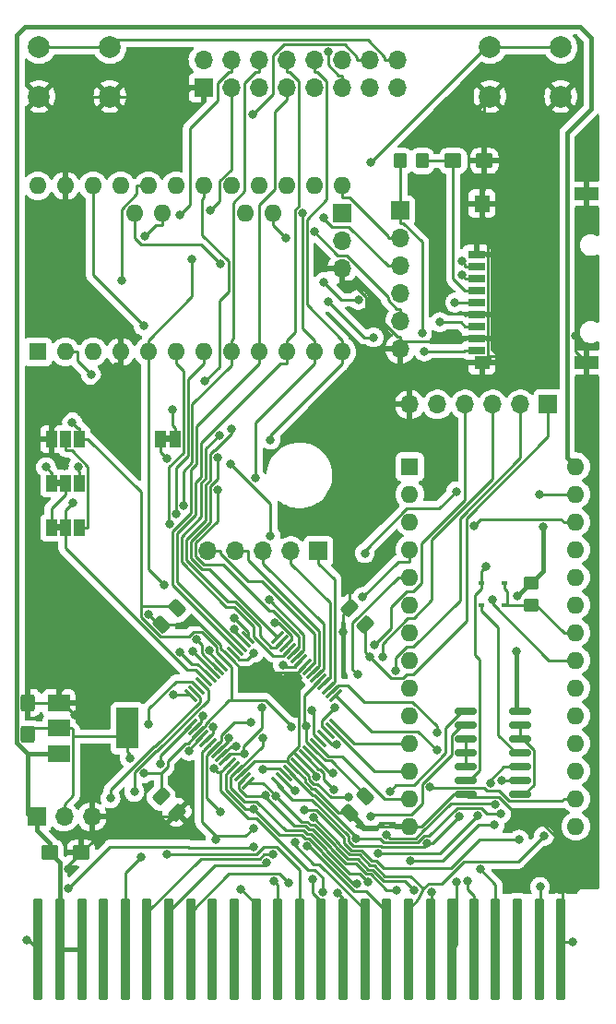
<source format=gtl>
G04 #@! TF.GenerationSoftware,KiCad,Pcbnew,(6.0.11)*
G04 #@! TF.CreationDate,2024-09-03T20:48:00+02:00*
G04 #@! TF.ProjectId,tcbm2sd,7463626d-3273-4642-9e6b-696361645f70,1.2*
G04 #@! TF.SameCoordinates,Original*
G04 #@! TF.FileFunction,Copper,L1,Top*
G04 #@! TF.FilePolarity,Positive*
%FSLAX46Y46*%
G04 Gerber Fmt 4.6, Leading zero omitted, Abs format (unit mm)*
G04 Created by KiCad (PCBNEW (6.0.11)) date 2024-09-03 20:48:00*
%MOMM*%
%LPD*%
G01*
G04 APERTURE LIST*
G04 Aperture macros list*
%AMRoundRect*
0 Rectangle with rounded corners*
0 $1 Rounding radius*
0 $2 $3 $4 $5 $6 $7 $8 $9 X,Y pos of 4 corners*
0 Add a 4 corners polygon primitive as box body*
4,1,4,$2,$3,$4,$5,$6,$7,$8,$9,$2,$3,0*
0 Add four circle primitives for the rounded corners*
1,1,$1+$1,$2,$3*
1,1,$1+$1,$4,$5*
1,1,$1+$1,$6,$7*
1,1,$1+$1,$8,$9*
0 Add four rect primitives between the rounded corners*
20,1,$1+$1,$2,$3,$4,$5,0*
20,1,$1+$1,$4,$5,$6,$7,0*
20,1,$1+$1,$6,$7,$8,$9,0*
20,1,$1+$1,$8,$9,$2,$3,0*%
G04 Aperture macros list end*
G04 #@! TA.AperFunction,SMDPad,CuDef*
%ADD10RoundRect,0.250000X-0.537500X-0.425000X0.537500X-0.425000X0.537500X0.425000X-0.537500X0.425000X0*%
G04 #@! TD*
G04 #@! TA.AperFunction,SMDPad,CuDef*
%ADD11R,2.000000X1.500000*%
G04 #@! TD*
G04 #@! TA.AperFunction,SMDPad,CuDef*
%ADD12R,2.000000X3.800000*%
G04 #@! TD*
G04 #@! TA.AperFunction,SMDPad,CuDef*
%ADD13R,1.000000X1.500000*%
G04 #@! TD*
G04 #@! TA.AperFunction,SMDPad,CuDef*
%ADD14RoundRect,0.250000X-0.097227X0.574524X-0.574524X0.097227X0.097227X-0.574524X0.574524X-0.097227X0*%
G04 #@! TD*
G04 #@! TA.AperFunction,ComponentPad*
%ADD15C,2.000000*%
G04 #@! TD*
G04 #@! TA.AperFunction,SMDPad,CuDef*
%ADD16R,0.600000X0.450000*%
G04 #@! TD*
G04 #@! TA.AperFunction,SMDPad,CuDef*
%ADD17RoundRect,0.250000X0.574524X0.097227X0.097227X0.574524X-0.574524X-0.097227X-0.097227X-0.574524X0*%
G04 #@! TD*
G04 #@! TA.AperFunction,SMDPad,CuDef*
%ADD18R,1.600000X0.700000*%
G04 #@! TD*
G04 #@! TA.AperFunction,SMDPad,CuDef*
%ADD19R,1.400000X1.600000*%
G04 #@! TD*
G04 #@! TA.AperFunction,SMDPad,CuDef*
%ADD20R,1.400000X1.200000*%
G04 #@! TD*
G04 #@! TA.AperFunction,SMDPad,CuDef*
%ADD21R,2.200000X1.200000*%
G04 #@! TD*
G04 #@! TA.AperFunction,ComponentPad*
%ADD22R,1.700000X1.700000*%
G04 #@! TD*
G04 #@! TA.AperFunction,ComponentPad*
%ADD23O,1.700000X1.700000*%
G04 #@! TD*
G04 #@! TA.AperFunction,SMDPad,CuDef*
%ADD24RoundRect,0.250000X0.425000X-0.537500X0.425000X0.537500X-0.425000X0.537500X-0.425000X-0.537500X0*%
G04 #@! TD*
G04 #@! TA.AperFunction,SMDPad,CuDef*
%ADD25RoundRect,0.250000X-0.574524X-0.097227X-0.097227X-0.574524X0.574524X0.097227X0.097227X0.574524X0*%
G04 #@! TD*
G04 #@! TA.AperFunction,SMDPad,CuDef*
%ADD26RoundRect,0.150000X-0.825000X-0.150000X0.825000X-0.150000X0.825000X0.150000X-0.825000X0.150000X0*%
G04 #@! TD*
G04 #@! TA.AperFunction,SMDPad,CuDef*
%ADD27RoundRect,0.075000X-0.415425X-0.521491X0.521491X0.415425X0.415425X0.521491X-0.521491X-0.415425X0*%
G04 #@! TD*
G04 #@! TA.AperFunction,SMDPad,CuDef*
%ADD28RoundRect,0.075000X0.415425X-0.521491X0.521491X-0.415425X-0.415425X0.521491X-0.521491X0.415425X0*%
G04 #@! TD*
G04 #@! TA.AperFunction,ComponentPad*
%ADD29R,1.600000X1.600000*%
G04 #@! TD*
G04 #@! TA.AperFunction,ComponentPad*
%ADD30O,1.600000X1.600000*%
G04 #@! TD*
G04 #@! TA.AperFunction,SMDPad,CuDef*
%ADD31RoundRect,0.250000X0.450000X-0.350000X0.450000X0.350000X-0.450000X0.350000X-0.450000X-0.350000X0*%
G04 #@! TD*
G04 #@! TA.AperFunction,SMDPad,CuDef*
%ADD32RoundRect,0.250000X0.350000X0.450000X-0.350000X0.450000X-0.350000X-0.450000X0.350000X-0.450000X0*%
G04 #@! TD*
G04 #@! TA.AperFunction,SMDPad,CuDef*
%ADD33RoundRect,0.112500X-0.337500X-4.512500X0.337500X-4.512500X0.337500X4.512500X-0.337500X4.512500X0*%
G04 #@! TD*
G04 #@! TA.AperFunction,ViaPad*
%ADD34C,0.800000*%
G04 #@! TD*
G04 #@! TA.AperFunction,Conductor*
%ADD35C,0.250000*%
G04 #@! TD*
G04 #@! TA.AperFunction,Conductor*
%ADD36C,0.400000*%
G04 #@! TD*
G04 APERTURE END LIST*
G36*
X126600000Y-103043000D02*
G01*
X126100000Y-103043000D01*
X126100000Y-102443000D01*
X126600000Y-102443000D01*
X126600000Y-103043000D01*
G37*
G36*
X126600000Y-107107000D02*
G01*
X126100000Y-107107000D01*
X126100000Y-106507000D01*
X126600000Y-106507000D01*
X126600000Y-107107000D01*
G37*
G36*
X136648000Y-98979000D02*
G01*
X136148000Y-98979000D01*
X136148000Y-98379000D01*
X136648000Y-98379000D01*
X136648000Y-98979000D01*
G37*
D10*
X125562500Y-136652000D03*
X128437500Y-136652000D03*
D11*
X126390000Y-122922000D03*
X126390000Y-125222000D03*
D12*
X132690000Y-125222000D03*
D11*
X126390000Y-127522000D03*
D13*
X125700000Y-102743000D03*
X127000000Y-102743000D03*
X128300000Y-102743000D03*
D14*
X154530623Y-131473377D03*
X153063377Y-132940623D03*
D15*
X165989000Y-62738000D03*
X172489000Y-62738000D03*
X172489000Y-67238000D03*
X165989000Y-67238000D03*
D16*
X165193000Y-111887000D03*
X167293000Y-111887000D03*
D17*
X154530623Y-115668623D03*
X153063377Y-114201377D03*
D13*
X125700000Y-106807000D03*
X127000000Y-106807000D03*
X128300000Y-106807000D03*
X135748000Y-98679000D03*
X137048000Y-98679000D03*
D18*
X164742400Y-81721600D03*
X164742400Y-82821600D03*
X164742400Y-83921600D03*
X164742400Y-85021600D03*
X164742400Y-86121600D03*
X164742400Y-87221600D03*
D19*
X165242400Y-77071600D03*
D20*
X165242400Y-91671600D03*
D21*
X174842400Y-91671600D03*
X174842400Y-76171600D03*
D18*
X164742400Y-88321600D03*
X164742400Y-89421600D03*
X164742400Y-90521600D03*
D22*
X124348000Y-133351300D03*
D23*
X126888000Y-133351300D03*
X129428000Y-133351300D03*
D24*
X123571000Y-125770500D03*
X123571000Y-122895500D03*
D25*
X135791377Y-131473377D03*
X137258623Y-132940623D03*
D15*
X131087000Y-62738000D03*
X124587000Y-62738000D03*
X131087000Y-67238000D03*
X124587000Y-67238000D03*
D22*
X171323000Y-95504000D03*
D23*
X168783000Y-95504000D03*
X166243000Y-95504000D03*
X163703000Y-95504000D03*
X161163000Y-95504000D03*
X158623000Y-95504000D03*
D26*
X163768000Y-123698000D03*
X163768000Y-124968000D03*
X163768000Y-126238000D03*
X163768000Y-127508000D03*
X163768000Y-128778000D03*
X163768000Y-130048000D03*
X163768000Y-131318000D03*
X168718000Y-131318000D03*
X168718000Y-130048000D03*
X168718000Y-128778000D03*
X168718000Y-127508000D03*
X168718000Y-126238000D03*
X168718000Y-124968000D03*
X168718000Y-123698000D03*
D27*
X138505357Y-124923342D03*
X138858911Y-125276895D03*
X139212464Y-125630449D03*
X139566018Y-125984002D03*
X139919571Y-126337555D03*
X140273124Y-126691109D03*
X140626678Y-127044662D03*
X140980231Y-127398215D03*
X141333785Y-127751769D03*
X141687338Y-128105322D03*
X142040891Y-128458876D03*
X142394445Y-128812429D03*
X142747998Y-129165982D03*
X143101551Y-129519536D03*
X143455105Y-129873089D03*
X143808658Y-130226643D03*
D28*
X146513342Y-130226643D03*
X146866895Y-129873089D03*
X147220449Y-129519536D03*
X147574002Y-129165982D03*
X147927555Y-128812429D03*
X148281109Y-128458876D03*
X148634662Y-128105322D03*
X148988215Y-127751769D03*
X149341769Y-127398215D03*
X149695322Y-127044662D03*
X150048876Y-126691109D03*
X150402429Y-126337555D03*
X150755982Y-125984002D03*
X151109536Y-125630449D03*
X151463089Y-125276895D03*
X151816643Y-124923342D03*
D27*
X151816643Y-122218658D03*
X151463089Y-121865105D03*
X151109536Y-121511551D03*
X150755982Y-121157998D03*
X150402429Y-120804445D03*
X150048876Y-120450891D03*
X149695322Y-120097338D03*
X149341769Y-119743785D03*
X148988215Y-119390231D03*
X148634662Y-119036678D03*
X148281109Y-118683124D03*
X147927555Y-118329571D03*
X147574002Y-117976018D03*
X147220449Y-117622464D03*
X146866895Y-117268911D03*
X146513342Y-116915357D03*
D28*
X143808658Y-116915357D03*
X143455105Y-117268911D03*
X143101551Y-117622464D03*
X142747998Y-117976018D03*
X142394445Y-118329571D03*
X142040891Y-118683124D03*
X141687338Y-119036678D03*
X141333785Y-119390231D03*
X140980231Y-119743785D03*
X140626678Y-120097338D03*
X140273124Y-120450891D03*
X139919571Y-120804445D03*
X139566018Y-121157998D03*
X139212464Y-121511551D03*
X138858911Y-121865105D03*
X138505357Y-122218658D03*
D29*
X124460000Y-90678000D03*
D30*
X127000000Y-90678000D03*
X129540000Y-90678000D03*
X132080000Y-90678000D03*
X134620000Y-90678000D03*
X137160000Y-90678000D03*
X139700000Y-90678000D03*
X142240000Y-90678000D03*
X144780000Y-90678000D03*
X147320000Y-90678000D03*
X149860000Y-90678000D03*
X152400000Y-90678000D03*
X152400000Y-75438000D03*
X149860000Y-75438000D03*
X147320000Y-75438000D03*
X144780000Y-75438000D03*
X142240000Y-75438000D03*
X139700000Y-75438000D03*
X137160000Y-75438000D03*
X134620000Y-75438000D03*
X132080000Y-75438000D03*
X129540000Y-75438000D03*
X127000000Y-75438000D03*
X124460000Y-75438000D03*
X135890000Y-77978000D03*
X133350000Y-77978000D03*
X146050000Y-77978000D03*
X143510000Y-77978000D03*
D22*
X152400000Y-77978000D03*
D23*
X152400000Y-80518000D03*
X152400000Y-83058000D03*
D31*
X169799000Y-113903000D03*
X169799000Y-111903000D03*
D22*
X150236000Y-108966000D03*
D23*
X147696000Y-108966000D03*
X145156000Y-108966000D03*
X142616000Y-108966000D03*
X140076000Y-108966000D03*
D22*
X157734000Y-77724000D03*
D23*
X157734000Y-80264000D03*
X157734000Y-82804000D03*
X157734000Y-85344000D03*
X157734000Y-87884000D03*
X157734000Y-90424000D03*
D10*
X162595700Y-73152000D03*
X165470700Y-73152000D03*
D16*
X165193000Y-113894500D03*
X167293000Y-113894500D03*
D13*
X125700000Y-98679000D03*
X127000000Y-98679000D03*
X128300000Y-98679000D03*
D23*
X157454000Y-63881000D03*
X157454000Y-66421000D03*
X154914000Y-63881000D03*
X154914000Y-66421000D03*
X152374000Y-63881000D03*
X152374000Y-66421000D03*
X149834000Y-63881000D03*
X149834000Y-66421000D03*
X147294000Y-63881000D03*
X147294000Y-66421000D03*
X144754000Y-63881000D03*
X144754000Y-66421000D03*
X142214000Y-63881000D03*
X142214000Y-66421000D03*
X139674000Y-63881000D03*
D22*
X139674000Y-66421000D03*
D29*
X158623000Y-101219000D03*
D30*
X158623000Y-103759000D03*
X158623000Y-106299000D03*
X158623000Y-108839000D03*
X158623000Y-111379000D03*
X158623000Y-113919000D03*
X158623000Y-116459000D03*
X158623000Y-118999000D03*
X158623000Y-121539000D03*
X158623000Y-124079000D03*
X158623000Y-126619000D03*
X158623000Y-129159000D03*
X158623000Y-131699000D03*
X158623000Y-134239000D03*
X173863000Y-134239000D03*
X173863000Y-131699000D03*
X173863000Y-129159000D03*
X173863000Y-126619000D03*
X173863000Y-124079000D03*
X173863000Y-121539000D03*
X173863000Y-118999000D03*
X173863000Y-116459000D03*
X173863000Y-113919000D03*
X173863000Y-111379000D03*
X173863000Y-108839000D03*
X173863000Y-106299000D03*
X173863000Y-103759000D03*
X173863000Y-101219000D03*
D32*
X159750000Y-73152000D03*
X157750000Y-73152000D03*
D14*
X137258623Y-114201377D03*
X135791377Y-115668623D03*
D33*
X124501100Y-145503600D03*
X126501100Y-145503600D03*
X128501100Y-145503600D03*
X130501100Y-145503600D03*
X132501100Y-145503600D03*
X134501100Y-145503600D03*
X136501100Y-145503600D03*
X138501100Y-145503600D03*
X140501100Y-145503600D03*
X142501100Y-145503600D03*
X144501100Y-145503600D03*
X146501100Y-145503600D03*
X148501100Y-145503600D03*
X150501100Y-145503600D03*
X152501100Y-145503600D03*
X154501100Y-145503600D03*
X156501100Y-145503600D03*
X158501100Y-145503600D03*
X160501100Y-145503600D03*
X162501100Y-145503600D03*
X164501100Y-145503600D03*
X166501100Y-145503600D03*
X168501100Y-145503600D03*
X170501100Y-145503600D03*
X172501100Y-145503600D03*
D34*
X134280900Y-80103500D03*
X125216100Y-101248700D03*
X165592600Y-110404900D03*
X147240200Y-80256100D03*
X155045100Y-73280600D03*
X141272600Y-82634500D03*
X151142700Y-86076000D03*
X155291500Y-89353000D03*
X159953900Y-90632800D03*
X127297800Y-139879800D03*
X144259300Y-136094000D03*
X156774900Y-130994400D03*
X170579400Y-139793100D03*
X161097800Y-125574500D03*
X165078800Y-138161800D03*
X161090600Y-127209200D03*
X136279700Y-136760100D03*
X145709600Y-113449400D03*
X143127300Y-139981600D03*
X146973900Y-119412900D03*
X147502000Y-139428100D03*
X155686100Y-136704900D03*
X164892600Y-133211000D03*
X166003400Y-130277100D03*
X167045400Y-130048000D03*
X166502400Y-132223500D03*
X156512500Y-135005200D03*
X145450600Y-137526300D03*
X146065300Y-136791400D03*
X155073200Y-133355100D03*
X162778600Y-86152900D03*
X153906400Y-85902800D03*
X150725800Y-84272200D03*
X161386200Y-87952600D03*
X149847900Y-79662700D03*
X163383400Y-83599900D03*
X150731500Y-78337500D03*
X163385700Y-82377700D03*
X129356600Y-92789500D03*
X128157500Y-101264000D03*
X131137700Y-131663400D03*
X146153500Y-139267600D03*
X145166200Y-129003800D03*
X133337500Y-131057100D03*
X144301800Y-118307200D03*
X151704800Y-123351600D03*
X156098900Y-118629400D03*
X151896400Y-126686200D03*
X157306900Y-119945400D03*
X149645300Y-123539200D03*
X155384300Y-117546800D03*
X127615300Y-97131900D03*
X154940500Y-118631500D03*
X159747600Y-88968100D03*
X149117300Y-125001200D03*
X134241300Y-129346100D03*
X132916300Y-127991800D03*
X147750800Y-125087100D03*
X144167500Y-68860700D03*
X139785000Y-93376000D03*
X141113300Y-98308900D03*
X132162300Y-84130200D03*
X142200700Y-100972900D03*
X145829500Y-107550800D03*
X146208400Y-115562700D03*
X142269100Y-97775100D03*
X151104000Y-63125000D03*
X140939200Y-100344200D03*
X145839000Y-98734000D03*
X142540900Y-115085600D03*
X144466700Y-102278400D03*
X142498800Y-116099000D03*
X148751200Y-77954600D03*
X137830200Y-104820100D03*
X140185700Y-118046700D03*
X137204800Y-105544300D03*
X139047100Y-117082600D03*
X137509300Y-78127300D03*
X136543700Y-106490300D03*
X138656000Y-118174600D03*
X136100100Y-112103800D03*
X137527700Y-118254500D03*
X140284100Y-77719500D03*
X138630500Y-82190200D03*
X127651600Y-104538700D03*
X136316400Y-100461500D03*
X140951300Y-103315600D03*
X134165700Y-88283700D03*
X136858300Y-95956200D03*
X136906000Y-122137100D03*
X168512100Y-113071400D03*
X168375300Y-118183500D03*
X170883400Y-106704800D03*
X149738600Y-139060300D03*
X153676400Y-135325700D03*
X166988100Y-133087500D03*
X153031400Y-131543800D03*
X151978100Y-140308300D03*
X158651100Y-137397200D03*
X166376100Y-134115100D03*
X148082000Y-135685600D03*
X148961200Y-132765700D03*
X168658200Y-135439700D03*
X150070700Y-129656100D03*
X149149000Y-136053600D03*
X151683900Y-130863600D03*
X160428400Y-130621500D03*
X170945600Y-135117100D03*
X149774300Y-133430900D03*
X151523400Y-129323300D03*
X160651500Y-140228600D03*
X162883300Y-139367300D03*
X163914700Y-139227900D03*
X133920100Y-137055800D03*
X134660300Y-124860500D03*
X130239000Y-118071800D03*
X167525300Y-91098000D03*
X173830300Y-89170400D03*
X127297800Y-138107900D03*
X123467200Y-144656000D03*
X173534300Y-144843000D03*
X174877000Y-73280600D03*
X127826800Y-124041700D03*
X134603700Y-114741100D03*
X148330900Y-120595200D03*
X152494900Y-116399500D03*
X126883300Y-101128600D03*
X135718000Y-128449700D03*
X139595800Y-124101200D03*
X154486500Y-109157800D03*
X162880500Y-103489000D03*
X170533900Y-103788200D03*
X142012200Y-126147300D03*
X141241100Y-132909900D03*
X144035100Y-124705800D03*
X166189500Y-113449800D03*
X142698000Y-126842200D03*
X146301400Y-131452000D03*
X159021600Y-140128700D03*
X154742000Y-139302300D03*
X145090000Y-126144200D03*
X140623000Y-128874700D03*
X154301000Y-113182600D03*
X150597491Y-140242209D03*
X148104600Y-130979300D03*
X140526800Y-125091600D03*
X143401100Y-127566400D03*
X145082000Y-123363100D03*
X153761900Y-139490300D03*
X144264900Y-132617300D03*
X153829200Y-120314600D03*
X160238500Y-135797000D03*
X163121800Y-133340400D03*
X145347000Y-131366000D03*
X157422000Y-140059900D03*
X164492500Y-106632300D03*
X138334500Y-127293300D03*
X144265700Y-134376200D03*
X140782000Y-135461600D03*
D35*
X149738600Y-140340600D02*
X149738600Y-139060300D01*
X150597491Y-138946291D02*
X150597491Y-140242209D01*
X149837000Y-138185800D02*
X150597491Y-138946291D01*
X150501100Y-141103100D02*
X149738600Y-140340600D01*
X143808500Y-133498800D02*
X144575100Y-133498800D01*
X141269500Y-130959800D02*
X143808500Y-133498800D01*
X149262100Y-138185800D02*
X149837000Y-138185800D01*
X141269500Y-129230300D02*
X141269500Y-130959800D01*
X144575100Y-133498800D02*
X149262100Y-138185800D01*
X152501100Y-140831300D02*
X152501100Y-145503600D01*
X151978100Y-140308300D02*
X152501100Y-140831300D01*
X163914700Y-140038700D02*
X164501100Y-140625100D01*
X163914700Y-139227900D02*
X163914700Y-140038700D01*
X164501100Y-140625100D02*
X164501100Y-145503600D01*
X159385000Y-140970000D02*
X158501100Y-141853900D01*
X159385000Y-140970000D02*
X159867200Y-139946100D01*
X168718000Y-124968000D02*
X168718000Y-126238000D01*
X169987100Y-130418500D02*
X169087600Y-131318000D01*
X169987100Y-127189600D02*
X169987100Y-130418500D01*
X169035500Y-126238000D02*
X169987100Y-127189600D01*
X163768000Y-128778000D02*
X163768000Y-127508000D01*
X163768000Y-127508000D02*
X163768000Y-126238000D01*
X125681100Y-101713700D02*
X125700000Y-101713700D01*
X125216100Y-101248700D02*
X125681100Y-101713700D01*
X125700000Y-102743000D02*
X125700000Y-101713700D01*
X135890000Y-77978000D02*
X135890000Y-79057300D01*
X135327100Y-79057300D02*
X134280900Y-80103500D01*
X135890000Y-79057300D02*
X135327100Y-79057300D01*
X165032700Y-129100800D02*
X164085500Y-130048000D01*
X165032700Y-118893500D02*
X165032700Y-129100800D01*
X164613700Y-118474500D02*
X165032700Y-118893500D01*
X164613700Y-112970600D02*
X164613700Y-118474500D01*
X165193000Y-112391300D02*
X164613700Y-112970600D01*
X165193000Y-111887000D02*
X165193000Y-112391300D01*
X165193000Y-110804500D02*
X165592600Y-110404900D01*
X165193000Y-111887000D02*
X165193000Y-110804500D01*
X173863000Y-116459000D02*
X172783700Y-116459000D01*
X172783700Y-116459000D02*
X170227700Y-113903000D01*
X167880800Y-113903000D02*
X167872300Y-113894500D01*
X169799000Y-113903000D02*
X167880800Y-113903000D01*
X167293000Y-113894500D02*
X167590100Y-113894500D01*
X167590100Y-113894500D02*
X167872300Y-113894500D01*
X167590100Y-112688400D02*
X167293000Y-112391300D01*
X167590100Y-113894500D02*
X167590100Y-112688400D01*
X167293000Y-111887000D02*
X167293000Y-112391300D01*
X166722000Y-125838100D02*
X168391900Y-127508000D01*
X166722000Y-115927800D02*
X166722000Y-125838100D01*
X165193000Y-114398800D02*
X166722000Y-115927800D01*
X165193000Y-113894500D02*
X165193000Y-114398800D01*
X157454000Y-63881000D02*
X156324700Y-63881000D01*
X146050000Y-79065900D02*
X146050000Y-77978000D01*
X147240200Y-80256100D02*
X146050000Y-79065900D01*
X131786800Y-62038200D02*
X131087000Y-62738000D01*
X154764200Y-62038200D02*
X131786800Y-62038200D01*
X156324700Y-63598700D02*
X154764200Y-62038200D01*
X156324700Y-63881000D02*
X156324700Y-63598700D01*
X131087000Y-62738000D02*
X124587000Y-62738000D01*
X155045100Y-73280600D02*
X165587700Y-62738000D01*
X165989000Y-62738000D02*
X172489000Y-62738000D01*
X125700000Y-105072300D02*
X127000000Y-103772300D01*
X125700000Y-106807000D02*
X125700000Y-105072300D01*
X127000000Y-102743000D02*
X127000000Y-103772300D01*
X149871200Y-119214400D02*
X149341800Y-119743800D01*
X149871200Y-116574700D02*
X149871200Y-119214400D01*
X145056800Y-111760300D02*
X149871200Y-116574700D01*
X143741600Y-111760300D02*
X145056800Y-111760300D01*
X141205300Y-109224000D02*
X143741600Y-111760300D01*
X141205300Y-108966000D02*
X141205300Y-109224000D01*
X140076000Y-108966000D02*
X141205300Y-108966000D01*
X142616000Y-108966000D02*
X143745300Y-108966000D01*
X143745300Y-109737200D02*
X143745300Y-108966000D01*
X150284000Y-116275900D02*
X143745300Y-109737200D01*
X150284000Y-119508600D02*
X150284000Y-116275900D01*
X149695300Y-120097300D02*
X150284000Y-119508600D01*
X150705500Y-119794300D02*
X150048900Y-120450900D01*
X150705500Y-115644800D02*
X150705500Y-119794300D01*
X145156000Y-110095300D02*
X150705500Y-115644800D01*
X145156000Y-108966000D02*
X145156000Y-110095300D01*
X147696000Y-108966000D02*
X147696000Y-110095300D01*
X151281500Y-113680800D02*
X147696000Y-110095300D01*
X151281500Y-120632500D02*
X151281500Y-113680800D01*
X150756000Y-121158000D02*
X151281500Y-120632500D01*
X159750000Y-73152000D02*
X162595700Y-73152000D01*
X164742400Y-85021600D02*
X163663100Y-85021600D01*
X162595700Y-83954200D02*
X163663100Y-85021600D01*
X162595700Y-73152000D02*
X162595700Y-83954200D01*
X154419700Y-89353000D02*
X155291500Y-89353000D01*
X151142700Y-86076000D02*
X154419700Y-89353000D01*
X163551900Y-90632800D02*
X163663100Y-90521600D01*
X159953900Y-90632800D02*
X163551900Y-90632800D01*
X164742400Y-90521600D02*
X163663100Y-90521600D01*
X139426200Y-80788100D02*
X141272600Y-82634500D01*
X133922600Y-80788100D02*
X139426200Y-80788100D01*
X133350000Y-80215500D02*
X133922600Y-80788100D01*
X133350000Y-77978000D02*
X133350000Y-80215500D01*
X144171400Y-136181900D02*
X144259300Y-136094000D01*
X138376400Y-136181900D02*
X144171400Y-136181900D01*
X138273400Y-136078900D02*
X138376400Y-136181900D01*
X131098700Y-136078900D02*
X138273400Y-136078900D01*
X127297800Y-139879800D02*
X131098700Y-136078900D01*
X161900600Y-125198000D02*
X163400600Y-123698000D01*
X161900600Y-127498600D02*
X161900600Y-125198000D01*
X158970200Y-130429000D02*
X161900600Y-127498600D01*
X157340300Y-130429000D02*
X158970200Y-130429000D01*
X156774900Y-130994400D02*
X157340300Y-130429000D01*
X170579400Y-145425300D02*
X170579400Y-139793100D01*
X161097800Y-125021400D02*
X161097800Y-125574500D01*
X158885400Y-122809000D02*
X161097800Y-125021400D01*
X154439800Y-122809000D02*
X158885400Y-122809000D01*
X152924100Y-121293300D02*
X154439800Y-122809000D01*
X152034900Y-121293300D02*
X152924100Y-121293300D01*
X151463100Y-121865100D02*
X152034900Y-121293300D01*
X166501100Y-139584100D02*
X165078800Y-138161800D01*
X166501100Y-145503600D02*
X166501100Y-139584100D01*
X159372900Y-125491500D02*
X161090600Y-127209200D01*
X155089400Y-125491500D02*
X159372900Y-125491500D01*
X151816600Y-122218700D02*
X155089400Y-125491500D01*
X148501000Y-138212000D02*
X148501000Y-145503600D01*
X146357800Y-136068800D02*
X148501000Y-138212000D01*
X145245200Y-136068800D02*
X146357800Y-136068800D01*
X144540700Y-136773300D02*
X145245200Y-136068800D01*
X136292900Y-136773300D02*
X144540700Y-136773300D01*
X136279700Y-136760100D02*
X136292900Y-136773300D01*
X148863400Y-116603200D02*
X145709600Y-113449400D01*
X148863400Y-118100800D02*
X148863400Y-116603200D01*
X148281100Y-118683100D02*
X148863400Y-118100800D01*
X147158800Y-119597800D02*
X146973900Y-119412900D01*
X148073600Y-119597800D02*
X147158800Y-119597800D01*
X148634700Y-119036700D02*
X148073600Y-119597800D01*
X144501100Y-141355400D02*
X143127300Y-139981600D01*
X146658000Y-138584100D02*
X147502000Y-139428100D01*
X142006500Y-138584100D02*
X146658000Y-138584100D01*
X138501100Y-142089500D02*
X142006500Y-138584100D01*
X167257600Y-128778000D02*
X168718000Y-128778000D01*
X166003400Y-130032200D02*
X167257600Y-128778000D01*
X166003400Y-130277100D02*
X166003400Y-130032200D01*
X161398700Y-136704900D02*
X164892600Y-133211000D01*
X155686100Y-136704900D02*
X161398700Y-136704900D01*
X168718000Y-130048000D02*
X167045400Y-130048000D01*
X156826800Y-135319500D02*
X156512500Y-135005200D01*
X159183600Y-135319500D02*
X156826800Y-135319500D01*
X159789700Y-134713400D02*
X159183600Y-135319500D01*
X159813000Y-134713400D02*
X159789700Y-134713400D01*
X162399000Y-132127400D02*
X159813000Y-134713400D01*
X166406300Y-132127400D02*
X162399000Y-132127400D01*
X166502400Y-132223500D02*
X166406300Y-132127400D01*
X145179300Y-137797600D02*
X145450600Y-137526300D01*
X140735400Y-137797600D02*
X145179300Y-137797600D01*
X136501100Y-142031900D02*
X140735400Y-137797600D01*
X145224900Y-136791400D02*
X146065300Y-136791400D01*
X144838700Y-137177600D02*
X145224900Y-136791400D01*
X139417800Y-137177600D02*
X144838700Y-137177600D01*
X134501100Y-142094300D02*
X139417800Y-137177600D01*
X155269800Y-133158500D02*
X155073200Y-133355100D01*
X158721900Y-133158500D02*
X155269800Y-133158500D01*
X159749100Y-132131300D02*
X158721900Y-133158500D01*
X159749100Y-130340200D02*
X159749100Y-132131300D01*
X162455200Y-127634100D02*
X159749100Y-130340200D01*
X162455200Y-125892600D02*
X162455200Y-127634100D01*
X163379800Y-124968000D02*
X162455200Y-125892600D01*
X163631800Y-86152900D02*
X163663100Y-86121600D01*
X162778600Y-86152900D02*
X163631800Y-86152900D01*
X164742400Y-86121600D02*
X163663100Y-86121600D01*
X152356400Y-85902800D02*
X150725800Y-84272200D01*
X153906400Y-85902800D02*
X152356400Y-85902800D01*
X164742400Y-88321600D02*
X163663100Y-88321600D01*
X157734000Y-87884000D02*
X157734000Y-86754700D01*
X163294100Y-87952600D02*
X161386200Y-87952600D01*
X163663100Y-88321600D02*
X163294100Y-87952600D01*
X152013800Y-81828600D02*
X149847900Y-79662700D01*
X152789800Y-81828600D02*
X152013800Y-81828600D01*
X156604700Y-85643500D02*
X152789800Y-81828600D01*
X156604700Y-85921400D02*
X156604700Y-85643500D01*
X157438000Y-86754700D02*
X156604700Y-85921400D01*
X157734000Y-86754700D02*
X157438000Y-86754700D01*
X163663100Y-83879600D02*
X163663100Y-83921600D01*
X163383400Y-83599900D02*
X163663100Y-83879600D01*
X164742400Y-83921600D02*
X163663100Y-83921600D01*
X150731500Y-78444200D02*
X150731500Y-78337500D01*
X151473700Y-79186400D02*
X150731500Y-78444200D01*
X152987100Y-79186400D02*
X151473700Y-79186400D01*
X156604700Y-82804000D02*
X152987100Y-79186400D01*
X157734000Y-82804000D02*
X156604700Y-82804000D01*
X153091000Y-76517300D02*
X152400000Y-76517300D01*
X156604700Y-80031000D02*
X153091000Y-76517300D01*
X156604700Y-80264000D02*
X156604700Y-80031000D01*
X157734000Y-80264000D02*
X156604700Y-80264000D01*
X152400000Y-75438000D02*
X152400000Y-76517300D01*
X163663100Y-82655100D02*
X163663100Y-82821600D01*
X163385700Y-82377700D02*
X163663100Y-82655100D01*
X164742400Y-82821600D02*
X163663100Y-82821600D01*
X128079300Y-91512200D02*
X129356600Y-92789500D01*
X128079300Y-90678000D02*
X128079300Y-91512200D01*
X128157500Y-101571200D02*
X128300000Y-101713700D01*
X128157500Y-101264000D02*
X128157500Y-101571200D01*
X128300000Y-102743000D02*
X128300000Y-101713700D01*
X127000000Y-90678000D02*
X128079300Y-90678000D01*
X151693000Y-120928100D02*
X151109500Y-121511600D01*
X151693000Y-111552300D02*
X151693000Y-120928100D01*
X150236000Y-110095300D02*
X151693000Y-111552300D01*
X150236000Y-108966000D02*
X150236000Y-110095300D01*
X131137700Y-130892600D02*
X131137700Y-131663400D01*
X135112500Y-126917800D02*
X131137700Y-130892600D01*
X135246900Y-126917800D02*
X135112500Y-126917800D01*
X139384100Y-122780600D02*
X135246900Y-126917800D01*
X139384100Y-122390300D02*
X139384100Y-122780600D01*
X138858900Y-121865100D02*
X139384100Y-122390300D01*
X146501100Y-139615200D02*
X146153500Y-139267600D01*
X146501100Y-145503600D02*
X146501100Y-139615200D01*
X146627900Y-128927000D02*
X147220400Y-129519500D01*
X145243000Y-128927000D02*
X146627900Y-128927000D01*
X145166200Y-129003800D02*
X145243000Y-128927000D01*
X133337500Y-129264600D02*
X133337500Y-131057100D01*
X135280000Y-127322100D02*
X133337500Y-129264600D01*
X135414400Y-127322100D02*
X135280000Y-127322100D01*
X140108500Y-122628000D02*
X135414400Y-127322100D01*
X140108500Y-121700500D02*
X140108500Y-122628000D01*
X139566000Y-121158000D02*
X140108500Y-121700500D01*
X143727500Y-118881500D02*
X144301800Y-118307200D01*
X142946300Y-118881500D02*
X143727500Y-118881500D01*
X142394400Y-118329600D02*
X142946300Y-118881500D01*
X150578400Y-124478000D02*
X151704800Y-123351600D01*
X150578400Y-125099300D02*
X150578400Y-124478000D01*
X151109500Y-125630400D02*
X150578400Y-125099300D01*
X156098900Y-117453200D02*
X156098900Y-118629400D01*
X158455000Y-115097100D02*
X156098900Y-117453200D01*
X158978800Y-115097100D02*
X158455000Y-115097100D01*
X160658200Y-113417700D02*
X158978800Y-115097100D01*
X160658200Y-107948900D02*
X160658200Y-113417700D01*
X166243000Y-102364100D02*
X160658200Y-107948900D01*
X166243000Y-95504000D02*
X166243000Y-102364100D01*
X151458200Y-126686200D02*
X151896400Y-126686200D01*
X150756000Y-125984000D02*
X151458200Y-126686200D01*
X168783000Y-100402200D02*
X168783000Y-95504000D01*
X163207500Y-105977700D02*
X168783000Y-100402200D01*
X163207500Y-113462700D02*
X163207500Y-105977700D01*
X158941200Y-117729000D02*
X163207500Y-113462700D01*
X158350400Y-117729000D02*
X158941200Y-117729000D01*
X157306900Y-118772500D02*
X158350400Y-117729000D01*
X157306900Y-119945400D02*
X157306900Y-118772500D01*
X163703000Y-95504000D02*
X163703000Y-104291200D01*
X149796600Y-123690500D02*
X149645300Y-123539200D01*
X149796600Y-125731800D02*
X149796600Y-123690500D01*
X150402400Y-126337600D02*
X149796600Y-125731800D01*
X159702300Y-108291900D02*
X163703000Y-104291200D01*
X159702300Y-111877200D02*
X159702300Y-108291900D01*
X158930500Y-112649000D02*
X159702300Y-111877200D01*
X158333300Y-112649000D02*
X158930500Y-112649000D01*
X156894400Y-114087900D02*
X158333300Y-112649000D01*
X156894400Y-116036700D02*
X156894400Y-114087900D01*
X155384300Y-117546800D02*
X156894400Y-116036700D01*
X157750000Y-76578700D02*
X157734000Y-76594700D01*
X157750000Y-73152000D02*
X157750000Y-76578700D01*
X157734000Y-77724000D02*
X157734000Y-76594700D01*
X128133100Y-97649700D02*
X127615300Y-97131900D01*
X128300000Y-97649700D02*
X128133100Y-97649700D01*
X128300000Y-98679000D02*
X128300000Y-97649700D01*
X124119500Y-125222000D02*
X123571000Y-125770500D01*
X126390000Y-125222000D02*
X124119500Y-125222000D01*
X157734000Y-77724000D02*
X157734000Y-78853300D01*
X128300000Y-98679000D02*
X129079300Y-98679000D01*
X154530600Y-118221600D02*
X154940500Y-118631500D01*
X154530600Y-115668600D02*
X154530600Y-118221600D01*
X126390000Y-125222000D02*
X127567800Y-125222000D01*
X126888000Y-133351300D02*
X126888000Y-132222000D01*
X132916300Y-127627600D02*
X132690000Y-127401300D01*
X132916300Y-127991800D02*
X132916300Y-127627600D01*
X132690000Y-125958800D02*
X127707300Y-125958800D01*
X127707300Y-125361500D02*
X127707300Y-125958800D01*
X127567800Y-125222000D02*
X127707300Y-125361500D01*
X127707300Y-131402700D02*
X126888000Y-132222000D01*
X127707300Y-125958800D02*
X127707300Y-131402700D01*
X132690000Y-125958800D02*
X132690000Y-127401300D01*
X148955500Y-122251300D02*
X150402400Y-120804400D01*
X148955500Y-124839400D02*
X148955500Y-122251300D01*
X149117300Y-125001200D02*
X148955500Y-124839400D01*
X135791400Y-129346100D02*
X135791400Y-131473400D01*
X135791400Y-129346100D02*
X134241300Y-129346100D01*
X138228900Y-126614000D02*
X139212500Y-125630400D01*
X137997100Y-126614000D02*
X138228900Y-126614000D01*
X136397300Y-128213800D02*
X137997100Y-126614000D01*
X136397300Y-128740200D02*
X136397300Y-128213800D01*
X135791400Y-129346100D02*
X136397300Y-128740200D01*
X137104900Y-114047700D02*
X133913300Y-114047700D01*
X133913300Y-115020600D02*
X133913300Y-114047700D01*
X135693400Y-116800700D02*
X133913300Y-115020600D01*
X138368400Y-116800700D02*
X135693400Y-116800700D01*
X138765800Y-116403300D02*
X138368400Y-116800700D01*
X139503000Y-116403300D02*
X138765800Y-116403300D01*
X140865000Y-117765300D02*
X139503000Y-116403300D01*
X140865000Y-118214400D02*
X140865000Y-117765300D01*
X141687300Y-119036700D02*
X140865000Y-118214400D01*
X133913300Y-103513000D02*
X129079300Y-98679000D01*
X133913300Y-114047700D02*
X133913300Y-103513000D01*
X159747600Y-80584600D02*
X159747600Y-88968100D01*
X158016300Y-78853300D02*
X159747600Y-80584600D01*
X157734000Y-78853300D02*
X158016300Y-78853300D01*
X147750800Y-124995400D02*
X147750800Y-125087100D01*
X145379800Y-122624400D02*
X147750800Y-124995400D01*
X142218500Y-122624400D02*
X145379800Y-122624400D01*
X142218500Y-119567900D02*
X142218500Y-122624400D01*
X141687300Y-119036700D02*
X142218500Y-119567900D01*
X139847500Y-124995400D02*
X139212500Y-125630400D01*
X139847500Y-124810300D02*
X139847500Y-124995400D01*
X142033400Y-122624400D02*
X139847500Y-124810300D01*
X142218500Y-122624400D02*
X142033400Y-122624400D01*
X171323000Y-98434000D02*
X171323000Y-95504000D01*
X163813100Y-105943900D02*
X171323000Y-98434000D01*
X163813100Y-115391400D02*
X163813100Y-105943900D01*
X158935500Y-120269000D02*
X163813100Y-115391400D01*
X158358500Y-120269000D02*
X158935500Y-120269000D01*
X158002800Y-120624700D02*
X158358500Y-120269000D01*
X156933700Y-120624700D02*
X158002800Y-120624700D01*
X154940500Y-118631500D02*
X156933700Y-120624700D01*
X149117300Y-126466700D02*
X149695300Y-127044700D01*
X149117300Y-125001200D02*
X149117300Y-126466700D01*
X151373800Y-128193500D02*
X154530600Y-131350300D01*
X150844100Y-128193500D02*
X151373800Y-128193500D01*
X149695300Y-127044700D02*
X150844100Y-128193500D01*
X146024000Y-67004200D02*
X144167500Y-68860700D01*
X146024000Y-63498500D02*
X146024000Y-67004200D01*
X147079200Y-62443300D02*
X146024000Y-63498500D01*
X152629300Y-62443300D02*
X147079200Y-62443300D01*
X153784700Y-63598700D02*
X152629300Y-62443300D01*
X153784700Y-63881000D02*
X153784700Y-63598700D01*
X154914000Y-63881000D02*
X153784700Y-63881000D01*
X139700000Y-75438000D02*
X139700000Y-76517300D01*
X147005900Y-118544100D02*
X147574000Y-117976000D01*
X146061000Y-118544100D02*
X147005900Y-118544100D01*
X144286300Y-116769400D02*
X146061000Y-118544100D01*
X144286300Y-115870100D02*
X144286300Y-116769400D01*
X142476500Y-114060300D02*
X144286300Y-115870100D01*
X141775700Y-114060300D02*
X142476500Y-114060300D01*
X137655400Y-109940000D02*
X141775700Y-114060300D01*
X137655400Y-107625200D02*
X137655400Y-109940000D01*
X139463400Y-105817200D02*
X137655400Y-107625200D01*
X139463400Y-102699300D02*
X139463400Y-105817200D01*
X139855600Y-102307100D02*
X139463400Y-102699300D01*
X139855600Y-99566600D02*
X139855600Y-102307100D01*
X141113300Y-98308900D02*
X139855600Y-99566600D01*
X141112600Y-92048400D02*
X139785000Y-93376000D01*
X141112600Y-85952600D02*
X141112600Y-92048400D01*
X141957800Y-85107400D02*
X141112600Y-85952600D01*
X141957800Y-82358700D02*
X141957800Y-85107400D01*
X139570000Y-79970900D02*
X141957800Y-82358700D01*
X139570000Y-76647300D02*
X139570000Y-79970900D01*
X139700000Y-76517300D02*
X139570000Y-76647300D01*
X134620000Y-75438000D02*
X133540700Y-75438000D01*
X132162300Y-77576200D02*
X132162300Y-84130200D01*
X133540700Y-76197800D02*
X132162300Y-77576200D01*
X133540700Y-75438000D02*
X133540700Y-76197800D01*
X146208400Y-115562800D02*
X146208400Y-115562700D01*
X146599800Y-115562800D02*
X146208400Y-115562800D01*
X147742900Y-116705900D02*
X146599800Y-115562800D01*
X147742900Y-117100000D02*
X147742900Y-116705900D01*
X147220400Y-117622500D02*
X147742900Y-117100000D01*
X145829500Y-104601700D02*
X145829500Y-107550800D01*
X142200700Y-100972900D02*
X145829500Y-104601700D01*
X146340300Y-117795500D02*
X146866900Y-117268900D01*
X145900000Y-117795500D02*
X146340300Y-117795500D01*
X144831600Y-116727100D02*
X145900000Y-117795500D01*
X144831600Y-115843500D02*
X144831600Y-116727100D01*
X142569600Y-113581500D02*
X144831600Y-115843500D01*
X141868700Y-113581500D02*
X142569600Y-113581500D01*
X138059700Y-109772500D02*
X141868700Y-113581500D01*
X138059700Y-107935200D02*
X138059700Y-109772500D01*
X139867700Y-106127200D02*
X138059700Y-107935200D01*
X139867700Y-102866800D02*
X139867700Y-106127200D01*
X140259900Y-102474600D02*
X139867700Y-102866800D01*
X140259900Y-100062900D02*
X140259900Y-102474600D01*
X140657900Y-99664900D02*
X140259900Y-100062900D01*
X140757000Y-99664900D02*
X140657900Y-99664900D01*
X142269100Y-98152800D02*
X140757000Y-99664900D01*
X142269100Y-97775100D02*
X142269100Y-98152800D01*
X152374000Y-66421000D02*
X152374000Y-65291700D01*
X151104000Y-64304000D02*
X151104000Y-63125000D01*
X152091700Y-65291700D02*
X151104000Y-64304000D01*
X152374000Y-65291700D02*
X152091700Y-65291700D01*
X140236900Y-110639000D02*
X146513300Y-116915400D01*
X139500000Y-110639000D02*
X140236900Y-110639000D01*
X138484000Y-109623000D02*
X139500000Y-110639000D01*
X138484000Y-108082800D02*
X138484000Y-109623000D01*
X140272000Y-106294800D02*
X138484000Y-108082800D01*
X140272000Y-103034300D02*
X140272000Y-106294800D01*
X140939200Y-102367100D02*
X140272000Y-103034300D01*
X140939200Y-100344200D02*
X140939200Y-102367100D01*
X149834000Y-63881000D02*
X149834000Y-65010300D01*
X152400000Y-90648200D02*
X152400000Y-89598700D01*
X145839000Y-98318300D02*
X145839000Y-98734000D01*
X152400000Y-91757300D02*
X145839000Y-98318300D01*
X152400000Y-90678000D02*
X152400000Y-91757300D01*
X149154800Y-86353500D02*
X152400000Y-89598700D01*
X149154800Y-78511700D02*
X149154800Y-86353500D01*
X150963300Y-76703200D02*
X149154800Y-78511700D01*
X150963300Y-65857200D02*
X150963300Y-76703200D01*
X150116400Y-65010300D02*
X150963300Y-65857200D01*
X149834000Y-65010300D02*
X150116400Y-65010300D01*
X143808700Y-116353400D02*
X142540900Y-115085600D01*
X143808700Y-116915400D02*
X143808700Y-116353400D01*
X142498800Y-116312600D02*
X143455100Y-117268900D01*
X142498800Y-116099000D02*
X142498800Y-116312600D01*
X149860000Y-90678000D02*
X149860000Y-91757300D01*
X149860000Y-90678000D02*
X149860000Y-89598700D01*
X144466700Y-97150600D02*
X144466700Y-102278400D01*
X149860000Y-91757300D02*
X144466700Y-97150600D01*
X148750500Y-88489200D02*
X149860000Y-89598700D01*
X148750500Y-77955300D02*
X148750500Y-88489200D01*
X148751200Y-77954600D02*
X148750500Y-77955300D01*
X147320000Y-90678000D02*
X147320000Y-91757300D01*
X147294000Y-63881000D02*
X147294000Y-65010300D01*
X147320000Y-90678000D02*
X147320000Y-89598700D01*
X148071900Y-88846800D02*
X147320000Y-89598700D01*
X148071900Y-77673300D02*
X148071900Y-88846800D01*
X148435800Y-77309400D02*
X148071900Y-77673300D01*
X148435800Y-65869800D02*
X148435800Y-77309400D01*
X147576300Y-65010300D02*
X148435800Y-65869800D01*
X147294000Y-65010300D02*
X147576300Y-65010300D01*
X143061700Y-117622500D02*
X143101600Y-117622500D01*
X137222100Y-111782900D02*
X143061700Y-117622500D01*
X137222100Y-107344500D02*
X137222100Y-111782900D01*
X138913900Y-105652700D02*
X137222100Y-107344500D01*
X138913900Y-102677000D02*
X138913900Y-105652700D01*
X139451300Y-102139600D02*
X138913900Y-102677000D01*
X139451300Y-99010300D02*
X139451300Y-102139600D01*
X146704300Y-91757300D02*
X139451300Y-99010300D01*
X147320000Y-91757300D02*
X146704300Y-91757300D01*
X147294000Y-66421000D02*
X147294000Y-67550300D01*
X144780000Y-90138300D02*
X144780000Y-77153000D01*
X144780000Y-90678000D02*
X144780000Y-91757300D01*
X146220200Y-75712800D02*
X144780000Y-77153000D01*
X146220200Y-68624100D02*
X146220200Y-75712800D01*
X147294000Y-67550300D02*
X146220200Y-68624100D01*
X136817800Y-112045800D02*
X142748000Y-117976000D01*
X136817800Y-107177000D02*
X136817800Y-112045800D01*
X138509600Y-105485200D02*
X136817800Y-107177000D01*
X138509600Y-101518600D02*
X138509600Y-105485200D01*
X139047000Y-100981200D02*
X138509600Y-101518600D01*
X139047000Y-97490300D02*
X139047000Y-100981200D01*
X144780000Y-91757300D02*
X139047000Y-97490300D01*
X140185700Y-118242100D02*
X140185700Y-118046700D01*
X141333800Y-119390200D02*
X140185700Y-118242100D01*
X142240000Y-90678000D02*
X142240000Y-91757300D01*
X137830200Y-101626200D02*
X137830200Y-104820100D01*
X138642700Y-100813700D02*
X137830200Y-101626200D01*
X138642700Y-95478900D02*
X138642700Y-100813700D01*
X142240000Y-91881600D02*
X138642700Y-95478900D01*
X142240000Y-91757300D02*
X142240000Y-91881600D01*
X142396200Y-89442500D02*
X142240000Y-89598700D01*
X142396200Y-76996800D02*
X142396200Y-89442500D01*
X143460700Y-75932300D02*
X142396200Y-76996800D01*
X143460700Y-66021300D02*
X143460700Y-75932300D01*
X144471700Y-65010300D02*
X143460700Y-66021300D01*
X144754000Y-65010300D02*
X144471700Y-65010300D01*
X144754000Y-63881000D02*
X144754000Y-65010300D01*
X142240000Y-90678000D02*
X142240000Y-89598700D01*
X139700000Y-90678000D02*
X139700000Y-91757300D01*
X139506300Y-117541800D02*
X139047100Y-117082600D01*
X139506300Y-118341900D02*
X139506300Y-117541800D01*
X140908200Y-119743800D02*
X139506300Y-118341900D01*
X140980200Y-119743800D02*
X140908200Y-119743800D01*
X137150900Y-105490400D02*
X137204800Y-105544300D01*
X137150900Y-101330100D02*
X137150900Y-105490400D01*
X138238400Y-100242600D02*
X137150900Y-101330100D01*
X138238400Y-93218900D02*
X138238400Y-100242600D01*
X139700000Y-91757300D02*
X138238400Y-93218900D01*
X142214000Y-63881000D02*
X142214000Y-65010300D01*
X138436400Y-77200200D02*
X137509300Y-78127300D01*
X138436400Y-70120800D02*
X138436400Y-77200200D01*
X140944000Y-67613200D02*
X138436400Y-70120800D01*
X140944000Y-66046300D02*
X140944000Y-67613200D01*
X141980000Y-65010300D02*
X140944000Y-66046300D01*
X142214000Y-65010300D02*
X141980000Y-65010300D01*
X138704000Y-118174600D02*
X140626700Y-120097300D01*
X138656000Y-118174600D02*
X138704000Y-118174600D01*
X137160000Y-90678000D02*
X137160000Y-91757300D01*
X136525500Y-106472100D02*
X136543700Y-106490300D01*
X136525500Y-101217500D02*
X136525500Y-106472100D01*
X137827300Y-99915700D02*
X136525500Y-101217500D01*
X137827300Y-92424600D02*
X137827300Y-99915700D01*
X137160000Y-91757300D02*
X137827300Y-92424600D01*
X134620000Y-110623700D02*
X136100100Y-112103800D01*
X134620000Y-90678000D02*
X134620000Y-110623700D01*
X138630500Y-85588200D02*
X134620000Y-89598700D01*
X138630500Y-82190200D02*
X138630500Y-85588200D01*
X134620000Y-90678000D02*
X134620000Y-89598700D01*
X141160700Y-76842900D02*
X140284100Y-77719500D01*
X141160700Y-74990900D02*
X141160700Y-76842900D01*
X142214000Y-73937600D02*
X141160700Y-74990900D01*
X142214000Y-66421000D02*
X142214000Y-73937600D01*
X138605900Y-119332700D02*
X137527700Y-118254500D01*
X139154900Y-119332700D02*
X138605900Y-119332700D01*
X140273100Y-120450900D02*
X139154900Y-119332700D01*
X127000000Y-105190300D02*
X127000000Y-106807000D01*
X127651600Y-104538700D02*
X127000000Y-105190300D01*
X138982200Y-119867000D02*
X139919600Y-120804400D01*
X138155000Y-119867000D02*
X138982200Y-119867000D01*
X127000000Y-108712000D02*
X138155000Y-119867000D01*
X127000000Y-106807000D02*
X127000000Y-108712000D01*
X135748000Y-99893100D02*
X136316400Y-100461500D01*
X135748000Y-98679000D02*
X135748000Y-99893100D01*
X148457600Y-117799600D02*
X147927600Y-118329600D01*
X148457600Y-116819600D02*
X148457600Y-117799600D01*
X146099600Y-114461600D02*
X148457600Y-116819600D01*
X145717700Y-114461600D02*
X146099600Y-114461600D01*
X141490800Y-110234700D02*
X145717700Y-114461600D01*
X139707600Y-110234700D02*
X141490800Y-110234700D01*
X138938100Y-109465200D02*
X139707600Y-110234700D01*
X138938100Y-108200400D02*
X138938100Y-109465200D01*
X140951300Y-106187200D02*
X138938100Y-108200400D01*
X140951300Y-103315600D02*
X140951300Y-106187200D01*
X127000000Y-98679000D02*
X127000000Y-99708300D01*
X128300000Y-106807000D02*
X129079300Y-106807000D01*
X127562500Y-99708300D02*
X127000000Y-99708300D01*
X129079300Y-101225100D02*
X127562500Y-99708300D01*
X129079300Y-106807000D02*
X129079300Y-101225100D01*
X129540000Y-83658000D02*
X134165700Y-88283700D01*
X129540000Y-75438000D02*
X129540000Y-83658000D01*
X136858300Y-97460000D02*
X137048000Y-97649700D01*
X136858300Y-95956200D02*
X136858300Y-97460000D01*
X137048000Y-98679000D02*
X137048000Y-97649700D01*
X136906000Y-122137100D02*
X138423800Y-122137100D01*
D36*
X125562500Y-135770100D02*
X125562500Y-136652000D01*
X124348000Y-134555600D02*
X125562500Y-135770100D01*
X168375300Y-123355300D02*
X168718000Y-123698000D01*
X168375300Y-118183500D02*
X168375300Y-123355300D01*
X169680500Y-111903000D02*
X168512100Y-113071400D01*
X126501100Y-137590600D02*
X126501100Y-145503600D01*
X125562500Y-136652000D02*
X126501100Y-137590600D01*
X126501100Y-145503600D02*
X128501100Y-145503600D01*
X170883400Y-110818600D02*
X169799000Y-111903000D01*
X170883400Y-106704800D02*
X170883400Y-110818600D01*
X124348000Y-133914300D02*
X124348000Y-134555600D01*
X123508000Y-133074300D02*
X123508000Y-127522000D01*
X124348000Y-133914300D02*
X123508000Y-133074300D01*
X126390000Y-127522000D02*
X123508000Y-127522000D01*
D35*
X147574000Y-129265500D02*
X147574000Y-129166000D01*
X149673100Y-131364600D02*
X147574000Y-129265500D01*
X149855000Y-131364600D02*
X149673100Y-131364600D01*
X153676400Y-135186000D02*
X149855000Y-131364600D01*
X153676400Y-135325700D02*
X153676400Y-135186000D01*
X155839400Y-135325700D02*
X153676400Y-135325700D01*
X156240900Y-135727200D02*
X155839400Y-135325700D01*
X159347800Y-135727200D02*
X156240900Y-135727200D01*
X159957300Y-135117700D02*
X159347800Y-135727200D01*
X160382400Y-135117700D02*
X159957300Y-135117700D01*
X162968400Y-132531700D02*
X160382400Y-135117700D01*
X165174000Y-132531700D02*
X162968400Y-132531700D01*
X165729800Y-133087500D02*
X165174000Y-132531700D01*
X166988100Y-133087500D02*
X165729800Y-133087500D01*
X164947100Y-134115100D02*
X166376100Y-134115100D01*
X161665000Y-137397200D02*
X164947100Y-134115100D01*
X158651100Y-137397200D02*
X161665000Y-137397200D01*
X151366000Y-131543800D02*
X153031400Y-131543800D01*
X150157600Y-130335400D02*
X151366000Y-131543800D01*
X149789400Y-130335400D02*
X150157600Y-130335400D01*
X149391400Y-129937400D02*
X149789400Y-130335400D01*
X149391400Y-129569200D02*
X149391400Y-129937400D01*
X148281100Y-128458900D02*
X149391400Y-129569200D01*
X148082000Y-135947200D02*
X148082000Y-135685600D01*
X149820300Y-137685500D02*
X148082000Y-135947200D01*
X150316000Y-137685500D02*
X149820300Y-137685500D01*
X154501100Y-141870600D02*
X150316000Y-137685500D01*
X165023700Y-135439700D02*
X168658200Y-135439700D01*
X162373900Y-138089500D02*
X165023700Y-135439700D01*
X156227700Y-138089500D02*
X162373900Y-138089500D01*
X155529300Y-137391100D02*
X156227700Y-138089500D01*
X155144300Y-137391100D02*
X155529300Y-137391100D01*
X154162500Y-136409300D02*
X155144300Y-137391100D01*
X153227600Y-136409300D02*
X154162500Y-136409300D01*
X152592800Y-135774500D02*
X153227600Y-136409300D01*
X152592800Y-135288500D02*
X152592800Y-135774500D01*
X150054800Y-132750500D02*
X152592800Y-135288500D01*
X148976400Y-132750500D02*
X150054800Y-132750500D01*
X148961200Y-132765700D02*
X148976400Y-132750500D01*
X150070700Y-129541300D02*
X150070700Y-129656100D01*
X148634700Y-128105300D02*
X150070700Y-129541300D01*
X154597000Y-140169600D02*
X156501100Y-142073700D01*
X153480600Y-140169600D02*
X154597000Y-140169600D01*
X149364600Y-136053600D02*
X153480600Y-140169600D01*
X149149000Y-136053600D02*
X149364600Y-136053600D01*
X173863000Y-131699000D02*
X172783700Y-131699000D01*
X160489900Y-130683000D02*
X160428400Y-130621500D01*
X165448700Y-130683000D02*
X160489900Y-130683000D01*
X165722100Y-130956400D02*
X165448700Y-130683000D01*
X166767700Y-130956400D02*
X165722100Y-130956400D01*
X167730600Y-131919300D02*
X166767700Y-130956400D01*
X172563400Y-131919300D02*
X167730600Y-131919300D01*
X172783700Y-131699000D02*
X172563400Y-131919300D01*
X150751100Y-129930800D02*
X151683900Y-130863600D01*
X150751100Y-129375700D02*
X150751100Y-129930800D01*
X150351100Y-128975700D02*
X150751100Y-129375700D01*
X150212100Y-128975700D02*
X150351100Y-128975700D01*
X148988200Y-127751800D02*
X150212100Y-128975700D01*
X158700500Y-138779400D02*
X159867200Y-139946100D01*
X156323400Y-138779400D02*
X158700500Y-138779400D01*
X155339400Y-137795400D02*
X156323400Y-138779400D01*
X154976800Y-137795400D02*
X155339400Y-137795400D01*
X153995000Y-136813600D02*
X154976800Y-137795400D01*
X153060100Y-136813600D02*
X153995000Y-136813600D01*
X152188500Y-135942000D02*
X153060100Y-136813600D01*
X152188500Y-135845100D02*
X152188500Y-135942000D01*
X149774300Y-133430900D02*
X152188500Y-135845100D01*
X160333700Y-139479600D02*
X159867200Y-139946100D01*
X161555600Y-139479600D02*
X160333700Y-139479600D01*
X163552700Y-137482500D02*
X161555600Y-139479600D01*
X168580200Y-137482500D02*
X163552700Y-137482500D01*
X170945600Y-135117100D02*
X168580200Y-137482500D01*
X151523400Y-129323200D02*
X151523400Y-129323300D01*
X151272400Y-129323200D02*
X151523400Y-129323200D01*
X149347400Y-127398200D02*
X151272400Y-129323200D01*
X156278500Y-131699000D02*
X158623000Y-131699000D01*
X160651500Y-145353200D02*
X160651500Y-140228600D01*
X151147000Y-127789200D02*
X150048900Y-126691100D01*
X152368700Y-127789200D02*
X151147000Y-127789200D01*
X156278500Y-131699000D02*
X152368700Y-127789200D01*
X162883300Y-145121400D02*
X162883300Y-139367300D01*
X162501100Y-145503600D02*
X162883300Y-145121400D01*
X155345200Y-129159000D02*
X158623000Y-129159000D01*
X151463100Y-125276900D02*
X155345200Y-129159000D01*
X153512300Y-126619000D02*
X158623000Y-126619000D01*
X151816600Y-124923300D02*
X153512300Y-126619000D01*
X132501100Y-138474800D02*
X133920100Y-137055800D01*
X132501100Y-145503600D02*
X132501100Y-138474800D01*
X138638400Y-120937500D02*
X139212500Y-121511600D01*
X137141000Y-120937500D02*
X138638400Y-120937500D01*
X134660300Y-123418200D02*
X137141000Y-120937500D01*
X134660300Y-124860500D02*
X134660300Y-123418200D01*
X132080000Y-90678000D02*
X132080000Y-89598700D01*
X125084200Y-122895500D02*
X125110700Y-122922000D01*
X123571000Y-122895500D02*
X125084200Y-122895500D01*
X165242400Y-76531900D02*
X165242400Y-75992300D01*
X165242400Y-77071600D02*
X165242400Y-78150900D01*
X165470700Y-75764000D02*
X165470700Y-73152000D01*
X165242400Y-75992300D02*
X165470700Y-75764000D01*
X165470700Y-73152000D02*
X165470700Y-67756300D01*
X152400000Y-83058000D02*
X152400000Y-84187300D01*
X131592400Y-91757300D02*
X132080000Y-91757300D01*
X125700000Y-97649700D02*
X131592400Y-91757300D01*
X125700000Y-98679000D02*
X125700000Y-97649700D01*
X132080000Y-90678000D02*
X132080000Y-91757300D01*
X126390000Y-122922000D02*
X125212200Y-122922000D01*
X125212200Y-122922000D02*
X125112200Y-122922000D01*
X125112200Y-122922000D02*
X125110700Y-122922000D01*
X126418100Y-121892700D02*
X130239000Y-118071800D01*
X126390000Y-121892700D02*
X126418100Y-121892700D01*
X139674000Y-66421000D02*
X138544700Y-66421000D01*
X165242400Y-91671600D02*
X165920200Y-91671600D01*
X173830400Y-89170400D02*
X173830300Y-89170400D01*
X173830400Y-90659600D02*
X173830400Y-89170400D01*
X174842400Y-91671600D02*
X173830400Y-90659600D01*
X165920200Y-91098000D02*
X167525300Y-91098000D01*
X165920200Y-91671600D02*
X165920200Y-91098000D01*
X154361800Y-134239000D02*
X158083400Y-134239000D01*
X164742400Y-87221600D02*
X165821700Y-87221600D01*
X165821700Y-90999500D02*
X165821700Y-89421600D01*
X165920200Y-91098000D02*
X165821700Y-90999500D01*
X165821700Y-89421600D02*
X165821700Y-87221600D01*
X165821700Y-78730200D02*
X165821700Y-81721600D01*
X165242400Y-78150900D02*
X165821700Y-78730200D01*
X164742400Y-81721600D02*
X165821700Y-81721600D01*
X165821700Y-87221600D02*
X165821700Y-81721600D01*
X127297800Y-137791700D02*
X127297800Y-138107900D01*
X128437500Y-136652000D02*
X127297800Y-137791700D01*
X123653500Y-144656000D02*
X124501100Y-145503600D01*
X123467200Y-144656000D02*
X123653500Y-144656000D01*
X154361800Y-134239000D02*
X153063400Y-132940600D01*
X162623300Y-131318000D02*
X159702300Y-134239000D01*
X163768000Y-131318000D02*
X162623300Y-131318000D01*
X158623000Y-134239000D02*
X159702300Y-134239000D01*
X129428000Y-133351300D02*
X136847900Y-133351300D01*
X157734000Y-93485700D02*
X158623000Y-94374700D01*
X157734000Y-90424000D02*
X157734000Y-93485700D01*
X158623000Y-95504000D02*
X158623000Y-94374700D01*
X165282100Y-89421600D02*
X165821700Y-89421600D01*
X158237400Y-89725200D02*
X157734000Y-90228600D01*
X163359500Y-89725200D02*
X158237400Y-89725200D01*
X163663100Y-89421600D02*
X163359500Y-89725200D01*
X157734000Y-90228600D02*
X157734000Y-89294700D01*
X164742400Y-89421600D02*
X163663100Y-89421600D01*
X153151600Y-84187300D02*
X152400000Y-84187300D01*
X154585700Y-85621400D02*
X153151600Y-84187300D01*
X154585700Y-86373000D02*
X154585700Y-85621400D01*
X157507400Y-89294700D02*
X154585700Y-86373000D01*
X157734000Y-89294700D02*
X157507400Y-89294700D01*
X172663600Y-144843000D02*
X173534300Y-144843000D01*
X126390000Y-122407300D02*
X126390000Y-121892700D01*
X174842400Y-73315200D02*
X174842400Y-76171600D01*
X174877000Y-73280600D02*
X174842400Y-73315200D01*
X126548500Y-122763400D02*
X127826800Y-124041700D01*
X172663600Y-135817400D02*
X172663600Y-144843000D01*
X169682100Y-132835900D02*
X172663600Y-135817400D01*
X168075400Y-132835900D02*
X169682100Y-132835900D01*
X166783700Y-131544200D02*
X168075400Y-132835900D01*
X163994200Y-131544200D02*
X166783700Y-131544200D01*
X163768000Y-131318000D02*
X163994200Y-131544200D01*
X147927600Y-128812400D02*
X147392200Y-128277000D01*
X144344100Y-128277000D02*
X143101600Y-129519500D01*
X147392200Y-128277000D02*
X144344100Y-128277000D01*
X158623000Y-95504000D02*
X158623000Y-96633300D01*
X153063400Y-102192900D02*
X158623000Y-96633300D01*
X153063400Y-114201400D02*
X153063400Y-102192900D01*
X127000000Y-84518700D02*
X127000000Y-75438000D01*
X132080000Y-89598700D02*
X127000000Y-84518700D01*
X137727700Y-67238000D02*
X131087000Y-67238000D01*
X138544700Y-66421000D02*
X137727700Y-67238000D01*
X129413000Y-67238000D02*
X127000000Y-69651000D01*
X131087000Y-67238000D02*
X129413000Y-67238000D01*
X127000000Y-75438000D02*
X127000000Y-69651000D01*
X127000000Y-69651000D02*
X124587000Y-67238000D01*
X135531200Y-115668600D02*
X134603700Y-114741100D01*
X141269300Y-117911500D02*
X142040900Y-118683100D01*
X141269300Y-117597800D02*
X141269300Y-117911500D01*
X139340100Y-115668600D02*
X141269300Y-117597800D01*
X135791400Y-115668600D02*
X139340100Y-115668600D01*
X148430100Y-120694400D02*
X148330900Y-120595200D01*
X148430100Y-126852400D02*
X148430100Y-120694400D01*
X147392200Y-127890300D02*
X148430100Y-126852400D01*
X147392200Y-128277000D02*
X147392200Y-127890300D01*
X125700000Y-99945300D02*
X125700000Y-98679000D01*
X126883300Y-101128600D02*
X125700000Y-99945300D01*
X143450000Y-120092200D02*
X148307000Y-120092200D01*
X142040900Y-118683100D02*
X143450000Y-120092200D01*
X148988200Y-119411000D02*
X148307000Y-120092200D01*
X148307000Y-120571300D02*
X148330900Y-120595200D01*
X148307000Y-120092200D02*
X148307000Y-120571300D01*
X152495000Y-116399500D02*
X152494900Y-116399500D01*
X152495000Y-114769800D02*
X152495000Y-116399500D01*
X153063400Y-114201400D02*
X152495000Y-114769800D01*
X129428000Y-135661500D02*
X128437500Y-136652000D01*
X129428000Y-133351300D02*
X129428000Y-135661500D01*
X152055800Y-132940600D02*
X153063400Y-132940600D01*
X149854900Y-130739700D02*
X152055800Y-132940600D01*
X149621900Y-130739700D02*
X149854900Y-130739700D01*
X148987100Y-130104900D02*
X149621900Y-130739700D01*
X148987100Y-129871900D02*
X148987100Y-130104900D01*
X147927600Y-128812400D02*
X148987100Y-129871900D01*
X135718000Y-127710700D02*
X138505400Y-124923300D01*
X135718000Y-128449700D02*
X135718000Y-127710700D01*
X161340500Y-105029000D02*
X162880500Y-103489000D01*
X158360400Y-105029000D02*
X161340500Y-105029000D01*
X154486500Y-108902900D02*
X158360400Y-105029000D01*
X154486500Y-109157800D02*
X154486500Y-108902900D01*
X172754500Y-103788200D02*
X172783700Y-103759000D01*
X170533900Y-103788200D02*
X172754500Y-103788200D01*
X173863000Y-103759000D02*
X172783700Y-103759000D01*
X139443200Y-124692600D02*
X138858900Y-125276900D01*
X139443200Y-124253800D02*
X139443200Y-124692600D01*
X139595800Y-124101200D02*
X139443200Y-124253800D01*
X142012200Y-126366200D02*
X140980200Y-127398200D01*
X142012200Y-126147300D02*
X142012200Y-126366200D01*
X171396000Y-118999000D02*
X173863000Y-118999000D01*
X166189500Y-113792500D02*
X171396000Y-118999000D01*
X166189500Y-113449800D02*
X166189500Y-113792500D01*
X139941700Y-131610500D02*
X141241100Y-132909900D01*
X139941700Y-127729700D02*
X139941700Y-131610500D01*
X140626700Y-127044700D02*
X139941700Y-127729700D01*
X141332900Y-126338500D02*
X140626700Y-127044700D01*
X141332900Y-125866000D02*
X141332900Y-126338500D01*
X142493100Y-124705800D02*
X141332900Y-125866000D01*
X144035100Y-124705800D02*
X142493100Y-124705800D01*
X142243400Y-126842200D02*
X142698000Y-126842200D01*
X141333800Y-127751800D02*
X142243400Y-126842200D01*
X146301400Y-131359700D02*
X146301400Y-131452000D01*
X145168300Y-130226600D02*
X146301400Y-131359700D01*
X143808700Y-130226600D02*
X145168300Y-130226600D01*
X158124400Y-139231500D02*
X159021600Y-140128700D01*
X156203700Y-139231500D02*
X158124400Y-139231500D01*
X155171900Y-138199700D02*
X156203700Y-139231500D01*
X154809300Y-138199700D02*
X155171900Y-138199700D01*
X153829000Y-137219400D02*
X154809300Y-138199700D01*
X152894100Y-137219400D02*
X153829000Y-137219400D01*
X151784200Y-136109500D02*
X152894100Y-137219400D01*
X151784200Y-136012600D02*
X151784200Y-136109500D01*
X149881800Y-134110200D02*
X151784200Y-136012600D01*
X149493000Y-134110200D02*
X149881800Y-134110200D01*
X149176200Y-133793400D02*
X149493000Y-134110200D01*
X148642800Y-133793400D02*
X149176200Y-133793400D01*
X146301400Y-131452000D02*
X148642800Y-133793400D01*
X154026900Y-138587200D02*
X154742000Y-139302300D01*
X153118300Y-138587200D02*
X154026900Y-138587200D01*
X150975600Y-136444500D02*
X153118300Y-138587200D01*
X150975600Y-136347600D02*
X150975600Y-136444500D01*
X149546800Y-134918800D02*
X150975600Y-136347600D01*
X149158000Y-134918800D02*
X149546800Y-134918800D01*
X148841200Y-134602000D02*
X149158000Y-134918800D01*
X147213200Y-134602000D02*
X148841200Y-134602000D01*
X144543500Y-131932300D02*
X147213200Y-134602000D01*
X143449300Y-131932300D02*
X144543500Y-131932300D01*
X142198400Y-130681400D02*
X143449300Y-131932300D01*
X142198400Y-129715600D02*
X142198400Y-130681400D01*
X142748000Y-129166000D02*
X142198400Y-129715600D01*
X145090000Y-126844600D02*
X145090000Y-126144200D01*
X142768600Y-129166000D02*
X145090000Y-126844600D01*
X157565300Y-109918300D02*
X158623000Y-109918300D01*
X154301000Y-113182600D02*
X157565300Y-109918300D01*
X158623000Y-108839000D02*
X158623000Y-109918300D01*
X142040900Y-128458900D02*
X141269500Y-129230300D01*
X140978600Y-129230300D02*
X140623000Y-128874700D01*
X141269500Y-129230300D02*
X140978600Y-129230300D01*
X147973100Y-130979300D02*
X148104600Y-130979300D01*
X146866900Y-129873100D02*
X147973100Y-130979300D01*
X140526800Y-125730400D02*
X140526800Y-125091600D01*
X139919600Y-126337600D02*
X140526800Y-125730400D01*
X143401100Y-127566400D02*
X143380600Y-127545900D01*
X142246700Y-127545900D02*
X141687300Y-128105300D01*
X143380600Y-127545900D02*
X142246700Y-127545900D01*
X145082000Y-125177600D02*
X145082000Y-123363100D01*
X143380600Y-126879000D02*
X145082000Y-125177600D01*
X143380600Y-127545900D02*
X143380600Y-126879000D01*
X158623000Y-111379000D02*
X157543700Y-111379000D01*
X153377400Y-115545300D02*
X157543700Y-111379000D01*
X153377400Y-119862800D02*
X153377400Y-115545300D01*
X153829200Y-120314600D02*
X153377400Y-119862800D01*
X143522400Y-132617300D02*
X144264900Y-132617300D01*
X141765400Y-130860300D02*
X143522400Y-132617300D01*
X141765400Y-129441400D02*
X141765400Y-130860300D01*
X142394400Y-128812400D02*
X141765400Y-129441400D01*
X144265400Y-132617300D02*
X144264900Y-132617300D01*
X146654400Y-135006300D02*
X144265400Y-132617300D01*
X148673700Y-135006300D02*
X146654400Y-135006300D01*
X148990500Y-135323100D02*
X148673700Y-135006300D01*
X149379300Y-135323100D02*
X148990500Y-135323100D01*
X150555700Y-136499500D02*
X149379300Y-135323100D01*
X150555700Y-136596400D02*
X150555700Y-136499500D01*
X153449600Y-139490300D02*
X150555700Y-136596400D01*
X153761900Y-139490300D02*
X153449600Y-139490300D01*
X146513300Y-130427000D02*
X146513300Y-130226600D01*
X147855200Y-131768900D02*
X146513300Y-130427000D01*
X149645000Y-131768900D02*
X147855200Y-131768900D01*
X152997100Y-135121000D02*
X149645000Y-131768900D01*
X152997100Y-135607000D02*
X152997100Y-135121000D01*
X153395100Y-136005000D02*
X152997100Y-135607000D01*
X155946900Y-136005000D02*
X153395100Y-136005000D01*
X156074900Y-136133000D02*
X155946900Y-136005000D01*
X159902500Y-136133000D02*
X156074900Y-136133000D01*
X160238500Y-135797000D02*
X159902500Y-136133000D01*
X160665200Y-135797000D02*
X163121800Y-133340400D01*
X160238500Y-135797000D02*
X160665200Y-135797000D01*
X145263600Y-131449400D02*
X145347000Y-131366000D01*
X142932600Y-130395600D02*
X143455100Y-129873100D01*
X142932600Y-130803800D02*
X142932600Y-130395600D01*
X143577700Y-131448900D02*
X142932600Y-130803800D01*
X145263000Y-131448900D02*
X143577700Y-131448900D01*
X145263600Y-131449400D02*
X145263000Y-131448900D01*
X156460300Y-140059900D02*
X157422000Y-140059900D01*
X155004400Y-138604000D02*
X156460300Y-140059900D01*
X154641800Y-138604000D02*
X155004400Y-138604000D01*
X153661500Y-137623700D02*
X154641800Y-138604000D01*
X152726600Y-137623700D02*
X153661500Y-137623700D01*
X151379900Y-136277000D02*
X152726600Y-137623700D01*
X151379900Y-136180100D02*
X151379900Y-136277000D01*
X149714300Y-134514500D02*
X151379900Y-136180100D01*
X149325500Y-134514500D02*
X149714300Y-134514500D01*
X149008700Y-134197700D02*
X149325500Y-134514500D01*
X148011800Y-134197700D02*
X149008700Y-134197700D01*
X145263600Y-131449400D02*
X148011800Y-134197700D01*
X173863000Y-106299000D02*
X172783700Y-106299000D01*
X138334500Y-127215500D02*
X138334500Y-127293300D01*
X139566000Y-125984000D02*
X138334500Y-127215500D01*
X165099300Y-106025500D02*
X164492500Y-106632300D01*
X172510200Y-106025500D02*
X165099300Y-106025500D01*
X172783700Y-106299000D02*
X172510200Y-106025500D01*
X140782000Y-135461600D02*
X140782000Y-135103900D01*
X139537400Y-133859300D02*
X140782000Y-135103900D01*
X139537400Y-127426800D02*
X139537400Y-133859300D01*
X140273100Y-126691100D02*
X139537400Y-127426800D01*
X143538000Y-135103900D02*
X144265700Y-134376200D01*
X140782000Y-135103900D02*
X143538000Y-135103900D01*
D36*
X174244000Y-60833000D02*
X172085000Y-60833000D01*
X175260000Y-68377000D02*
X175260000Y-61849000D01*
X175260000Y-61849000D02*
X174244000Y-60833000D01*
X173063000Y-70574000D02*
X175260000Y-68377000D01*
X123317000Y-60833000D02*
X172085000Y-60833000D01*
X122555000Y-61595000D02*
X123317000Y-60833000D01*
X123508000Y-127522000D02*
X122544000Y-126558000D01*
X173063000Y-70574000D02*
X173063000Y-100419000D01*
X173063000Y-100419000D02*
X173863000Y-101219000D01*
X122544000Y-126558000D02*
X122544000Y-72782400D01*
X122544000Y-72782400D02*
X122555000Y-61595000D01*
G04 #@! TA.AperFunction,Conductor*
G36*
X175918560Y-68840494D02*
G01*
X175972370Y-68886808D01*
X175992600Y-68955281D01*
X175992600Y-74937600D01*
X175972598Y-75005721D01*
X175918942Y-75052214D01*
X175866600Y-75063600D01*
X175114515Y-75063600D01*
X175099276Y-75068075D01*
X175098071Y-75069465D01*
X175096400Y-75077148D01*
X175096400Y-77261484D01*
X175100875Y-77276723D01*
X175102265Y-77277928D01*
X175109948Y-77279599D01*
X175866600Y-77279599D01*
X175934721Y-77299601D01*
X175981214Y-77353257D01*
X175992600Y-77405599D01*
X175992600Y-79920068D01*
X175972598Y-79988189D01*
X175918942Y-80034682D01*
X175848668Y-80044786D01*
X175805900Y-80030483D01*
X175647013Y-79943135D01*
X175647008Y-79943133D01*
X175641613Y-79940167D01*
X175635746Y-79938306D01*
X175635744Y-79938305D01*
X175458964Y-79882227D01*
X175458963Y-79882227D01*
X175453094Y-79880365D01*
X175299173Y-79863100D01*
X175192631Y-79863100D01*
X175189575Y-79863400D01*
X175189568Y-79863400D01*
X175131060Y-79869137D01*
X175045567Y-79877520D01*
X175039666Y-79879302D01*
X175039664Y-79879302D01*
X174997166Y-79892133D01*
X174856231Y-79934684D01*
X174681604Y-80027534D01*
X174613688Y-80082925D01*
X174533113Y-80148640D01*
X174533110Y-80148643D01*
X174528338Y-80152535D01*
X174524411Y-80157282D01*
X174524409Y-80157284D01*
X174406199Y-80300175D01*
X174406197Y-80300179D01*
X174402270Y-80304925D01*
X174308202Y-80478899D01*
X174249718Y-80667832D01*
X174249074Y-80673957D01*
X174249074Y-80673958D01*
X174236029Y-80798080D01*
X174229045Y-80864525D01*
X174230194Y-80877148D01*
X174245916Y-81049903D01*
X174246970Y-81061488D01*
X174248708Y-81067394D01*
X174248709Y-81067398D01*
X174263588Y-81117951D01*
X174302810Y-81251219D01*
X174305663Y-81256677D01*
X174305665Y-81256681D01*
X174348029Y-81337714D01*
X174394440Y-81426490D01*
X174518368Y-81580625D01*
X174669874Y-81707754D01*
X174675272Y-81710721D01*
X174675277Y-81710725D01*
X174783134Y-81770019D01*
X174843187Y-81803033D01*
X174849054Y-81804894D01*
X174849056Y-81804895D01*
X174950579Y-81837100D01*
X175031706Y-81862835D01*
X175185627Y-81880100D01*
X175292169Y-81880100D01*
X175295225Y-81879800D01*
X175295232Y-81879800D01*
X175353740Y-81874063D01*
X175439233Y-81865680D01*
X175445134Y-81863898D01*
X175445136Y-81863898D01*
X175533894Y-81837100D01*
X175628569Y-81808516D01*
X175803196Y-81715666D01*
X175803888Y-81716968D01*
X175864688Y-81698109D01*
X175933105Y-81717075D01*
X175980406Y-81770019D01*
X175992600Y-81824094D01*
X175992600Y-87900068D01*
X175972598Y-87968189D01*
X175918942Y-88014682D01*
X175848668Y-88024786D01*
X175805900Y-88010483D01*
X175647013Y-87923135D01*
X175647008Y-87923133D01*
X175641613Y-87920167D01*
X175635746Y-87918306D01*
X175635744Y-87918305D01*
X175458964Y-87862227D01*
X175458963Y-87862227D01*
X175453094Y-87860365D01*
X175299173Y-87843100D01*
X175192631Y-87843100D01*
X175189575Y-87843400D01*
X175189568Y-87843400D01*
X175131060Y-87849137D01*
X175045567Y-87857520D01*
X175039666Y-87859302D01*
X175039664Y-87859302D01*
X174966347Y-87881438D01*
X174856231Y-87914684D01*
X174681604Y-88007534D01*
X174613670Y-88062940D01*
X174533113Y-88128640D01*
X174533110Y-88128643D01*
X174528338Y-88132535D01*
X174524411Y-88137282D01*
X174524409Y-88137284D01*
X174406199Y-88280175D01*
X174406197Y-88280179D01*
X174402270Y-88284925D01*
X174308202Y-88458899D01*
X174249718Y-88647832D01*
X174249074Y-88653957D01*
X174249074Y-88653958D01*
X174230282Y-88832759D01*
X174229045Y-88844525D01*
X174236052Y-88921523D01*
X174245026Y-89020124D01*
X174246970Y-89041488D01*
X174248708Y-89047394D01*
X174248709Y-89047398D01*
X174267863Y-89112477D01*
X174302810Y-89231219D01*
X174305663Y-89236677D01*
X174305665Y-89236681D01*
X174331721Y-89286520D01*
X174394440Y-89406490D01*
X174518368Y-89560625D01*
X174669874Y-89687754D01*
X174675272Y-89690721D01*
X174675277Y-89690725D01*
X174801808Y-89760285D01*
X174843187Y-89783033D01*
X174849054Y-89784894D01*
X174849056Y-89784895D01*
X175017129Y-89838211D01*
X175031706Y-89842835D01*
X175185627Y-89860100D01*
X175292169Y-89860100D01*
X175295225Y-89859800D01*
X175295232Y-89859800D01*
X175353740Y-89854063D01*
X175439233Y-89845680D01*
X175445134Y-89843898D01*
X175445136Y-89843898D01*
X175536647Y-89816269D01*
X175628569Y-89788516D01*
X175803196Y-89695666D01*
X175803888Y-89696968D01*
X175864688Y-89678109D01*
X175933105Y-89697075D01*
X175980406Y-89750019D01*
X175992600Y-89804094D01*
X175992600Y-90437600D01*
X175972598Y-90505721D01*
X175918942Y-90552214D01*
X175866600Y-90563600D01*
X175114515Y-90563600D01*
X175099276Y-90568075D01*
X175098071Y-90569465D01*
X175096400Y-90577148D01*
X175096400Y-92761484D01*
X175100875Y-92776723D01*
X175102265Y-92777928D01*
X175109948Y-92779599D01*
X175866600Y-92779599D01*
X175934721Y-92799601D01*
X175981214Y-92853257D01*
X175992600Y-92905599D01*
X175992600Y-139869100D01*
X175972598Y-139937221D01*
X175918942Y-139983714D01*
X175866600Y-139995100D01*
X174509723Y-139995100D01*
X174508953Y-139995098D01*
X174508137Y-139995093D01*
X174431379Y-139994624D01*
X174409018Y-140001015D01*
X174402947Y-140002750D01*
X174386185Y-140006328D01*
X174356913Y-140010520D01*
X174348745Y-140014234D01*
X174348744Y-140014234D01*
X174333538Y-140021148D01*
X174316014Y-140027596D01*
X174291329Y-140034651D01*
X174283735Y-140039443D01*
X174283732Y-140039444D01*
X174266320Y-140050430D01*
X174251237Y-140058569D01*
X174224318Y-140070808D01*
X174217516Y-140076669D01*
X174204865Y-140087570D01*
X174189861Y-140098673D01*
X174168142Y-140112376D01*
X174162203Y-140119101D01*
X174162199Y-140119104D01*
X174148568Y-140134538D01*
X174136376Y-140146582D01*
X174120773Y-140160027D01*
X174120771Y-140160030D01*
X174113973Y-140165887D01*
X174109093Y-140173416D01*
X174109092Y-140173417D01*
X174100006Y-140187435D01*
X174088715Y-140202309D01*
X174079801Y-140212403D01*
X174071722Y-140221551D01*
X174065412Y-140234991D01*
X174059158Y-140248311D01*
X174050837Y-140263291D01*
X174039629Y-140280583D01*
X174039627Y-140280588D01*
X174034748Y-140288115D01*
X174032178Y-140296708D01*
X174032176Y-140296713D01*
X174027389Y-140312720D01*
X174020728Y-140330164D01*
X174013633Y-140345276D01*
X174009819Y-140353400D01*
X174008438Y-140362267D01*
X174005813Y-140370854D01*
X174002675Y-140369895D01*
X173979275Y-140419607D01*
X173919109Y-140457298D01*
X173885010Y-140462000D01*
X173197369Y-140462000D01*
X173133230Y-140444453D01*
X173093818Y-140421145D01*
X173079376Y-140414895D01*
X172942616Y-140375162D01*
X172930029Y-140372864D01*
X172903725Y-140370793D01*
X172898798Y-140370600D01*
X172773215Y-140370600D01*
X172757976Y-140375075D01*
X172756771Y-140376465D01*
X172755100Y-140384148D01*
X172755100Y-140462000D01*
X172247100Y-140462000D01*
X172247100Y-140388715D01*
X172242625Y-140373476D01*
X172241235Y-140372271D01*
X172233552Y-140370600D01*
X172103402Y-140370600D01*
X172098475Y-140370793D01*
X172072171Y-140372864D01*
X172059584Y-140375162D01*
X171922824Y-140414895D01*
X171908382Y-140421145D01*
X171868970Y-140444453D01*
X171804831Y-140462000D01*
X171460493Y-140462000D01*
X171392372Y-140441998D01*
X171345879Y-140388342D01*
X171335775Y-140318068D01*
X171351374Y-140273000D01*
X171353788Y-140268820D01*
X171408869Y-140173417D01*
X171410623Y-140170379D01*
X171410624Y-140170378D01*
X171413927Y-140164656D01*
X171472942Y-139983028D01*
X171473776Y-139975098D01*
X171492214Y-139799665D01*
X171492904Y-139793100D01*
X171476420Y-139636264D01*
X171473632Y-139609735D01*
X171473632Y-139609733D01*
X171472942Y-139603172D01*
X171413927Y-139421544D01*
X171407993Y-139411265D01*
X171357426Y-139323681D01*
X171318440Y-139256156D01*
X171298910Y-139234465D01*
X171195075Y-139119145D01*
X171195074Y-139119144D01*
X171190653Y-139114234D01*
X171078466Y-139032725D01*
X171041494Y-139005863D01*
X171041493Y-139005862D01*
X171036152Y-139001982D01*
X171030124Y-138999298D01*
X171030122Y-138999297D01*
X170867719Y-138926991D01*
X170867718Y-138926991D01*
X170861688Y-138924306D01*
X170768287Y-138904453D01*
X170681344Y-138885972D01*
X170681339Y-138885972D01*
X170674887Y-138884600D01*
X170483913Y-138884600D01*
X170477461Y-138885972D01*
X170477456Y-138885972D01*
X170390513Y-138904453D01*
X170297112Y-138924306D01*
X170291082Y-138926991D01*
X170291081Y-138926991D01*
X170128678Y-138999297D01*
X170128676Y-138999298D01*
X170122648Y-139001982D01*
X170117307Y-139005862D01*
X170117306Y-139005863D01*
X170080334Y-139032725D01*
X169968147Y-139114234D01*
X169963726Y-139119144D01*
X169963725Y-139119145D01*
X169859891Y-139234465D01*
X169840360Y-139256156D01*
X169801374Y-139323681D01*
X169750808Y-139411265D01*
X169744873Y-139421544D01*
X169685858Y-139603172D01*
X169685168Y-139609733D01*
X169685168Y-139609735D01*
X169682380Y-139636264D01*
X169665896Y-139793100D01*
X169666586Y-139799665D01*
X169685025Y-139975098D01*
X169685858Y-139983028D01*
X169744873Y-140164656D01*
X169748176Y-140170378D01*
X169748177Y-140170379D01*
X169749931Y-140173417D01*
X169805013Y-140268820D01*
X169807426Y-140273000D01*
X169824164Y-140341995D01*
X169800944Y-140409087D01*
X169745137Y-140452974D01*
X169698307Y-140462000D01*
X169198351Y-140462000D01*
X169134211Y-140444453D01*
X169126015Y-140439606D01*
X169087189Y-140416644D01*
X169079578Y-140414433D01*
X169079576Y-140414432D01*
X168944407Y-140375162D01*
X168936518Y-140372870D01*
X168923876Y-140371875D01*
X168903779Y-140370293D01*
X168903766Y-140370292D01*
X168901320Y-140370100D01*
X168100880Y-140370100D01*
X168098434Y-140370292D01*
X168098421Y-140370293D01*
X168078324Y-140371875D01*
X168065682Y-140372870D01*
X168057793Y-140375162D01*
X167922624Y-140414432D01*
X167922622Y-140414433D01*
X167915011Y-140416644D01*
X167876185Y-140439606D01*
X167867989Y-140444453D01*
X167803849Y-140462000D01*
X167260600Y-140462000D01*
X167192479Y-140441998D01*
X167145986Y-140388342D01*
X167134600Y-140336000D01*
X167134600Y-139662867D01*
X167135127Y-139651684D01*
X167136802Y-139644191D01*
X167135199Y-139593171D01*
X167134662Y-139576101D01*
X167134600Y-139572143D01*
X167134600Y-139544244D01*
X167134096Y-139540253D01*
X167133163Y-139528411D01*
X167132023Y-139492136D01*
X167131774Y-139484211D01*
X167129562Y-139476597D01*
X167129561Y-139476592D01*
X167126123Y-139464759D01*
X167122112Y-139445395D01*
X167121400Y-139439754D01*
X167119574Y-139425303D01*
X167116657Y-139417936D01*
X167116656Y-139417931D01*
X167103298Y-139384192D01*
X167099454Y-139372965D01*
X167089330Y-139338122D01*
X167087118Y-139330507D01*
X167076807Y-139313072D01*
X167068112Y-139295324D01*
X167060652Y-139276483D01*
X167034664Y-139240713D01*
X167028148Y-139230793D01*
X167009680Y-139199565D01*
X167009678Y-139199562D01*
X167005642Y-139192738D01*
X166991321Y-139178417D01*
X166978480Y-139163383D01*
X166971231Y-139153406D01*
X166966572Y-139146993D01*
X166932495Y-139118802D01*
X166923716Y-139110812D01*
X166143999Y-138331095D01*
X166109973Y-138268783D01*
X166115038Y-138197968D01*
X166157585Y-138141132D01*
X166224105Y-138116321D01*
X166233094Y-138116000D01*
X168501433Y-138116000D01*
X168512616Y-138116527D01*
X168520109Y-138118202D01*
X168528035Y-138117953D01*
X168528036Y-138117953D01*
X168588186Y-138116062D01*
X168592145Y-138116000D01*
X168620056Y-138116000D01*
X168623991Y-138115503D01*
X168624056Y-138115495D01*
X168635893Y-138114562D01*
X168668151Y-138113548D01*
X168672170Y-138113422D01*
X168680089Y-138113173D01*
X168699543Y-138107521D01*
X168718900Y-138103513D01*
X168731130Y-138101968D01*
X168731131Y-138101968D01*
X168738997Y-138100974D01*
X168746368Y-138098055D01*
X168746370Y-138098055D01*
X168780112Y-138084696D01*
X168791342Y-138080851D01*
X168826183Y-138070729D01*
X168826184Y-138070729D01*
X168833793Y-138068518D01*
X168840612Y-138064485D01*
X168840617Y-138064483D01*
X168851228Y-138058207D01*
X168868976Y-138049512D01*
X168887817Y-138042052D01*
X168899067Y-138033879D01*
X168923587Y-138016064D01*
X168933507Y-138009548D01*
X168964735Y-137991080D01*
X168964738Y-137991078D01*
X168971562Y-137987042D01*
X168985883Y-137972721D01*
X169000917Y-137959880D01*
X169010894Y-137952631D01*
X169017307Y-137947972D01*
X169045498Y-137913895D01*
X169053488Y-137905116D01*
X170896100Y-136062505D01*
X170958412Y-136028479D01*
X170985195Y-136025600D01*
X171041087Y-136025600D01*
X171047539Y-136024228D01*
X171047544Y-136024228D01*
X171134487Y-136005747D01*
X171227888Y-135985894D01*
X171233919Y-135983209D01*
X171396322Y-135910903D01*
X171396324Y-135910902D01*
X171402352Y-135908218D01*
X171416082Y-135898243D01*
X171457757Y-135867964D01*
X171556853Y-135795966D01*
X171684640Y-135654044D01*
X171753437Y-135534885D01*
X171776823Y-135494379D01*
X171776824Y-135494378D01*
X171780127Y-135488656D01*
X171839142Y-135307028D01*
X171840079Y-135298119D01*
X171858414Y-135123665D01*
X171859104Y-135117100D01*
X171843876Y-134972211D01*
X171839832Y-134933735D01*
X171839832Y-134933733D01*
X171839142Y-134927172D01*
X171780127Y-134745544D01*
X171684640Y-134580156D01*
X171647100Y-134538463D01*
X171561275Y-134443145D01*
X171561274Y-134443144D01*
X171556853Y-134438234D01*
X171437463Y-134351492D01*
X171407694Y-134329863D01*
X171407693Y-134329862D01*
X171402352Y-134325982D01*
X171396324Y-134323298D01*
X171396322Y-134323297D01*
X171233919Y-134250991D01*
X171233918Y-134250991D01*
X171227888Y-134248306D01*
X171119494Y-134225266D01*
X171047544Y-134209972D01*
X171047539Y-134209972D01*
X171041087Y-134208600D01*
X170850113Y-134208600D01*
X170843661Y-134209972D01*
X170843656Y-134209972D01*
X170771706Y-134225266D01*
X170663312Y-134248306D01*
X170657282Y-134250991D01*
X170657281Y-134250991D01*
X170494878Y-134323297D01*
X170494876Y-134323298D01*
X170488848Y-134325982D01*
X170483507Y-134329862D01*
X170483506Y-134329863D01*
X170453737Y-134351492D01*
X170334347Y-134438234D01*
X170329926Y-134443144D01*
X170329925Y-134443145D01*
X170244101Y-134538463D01*
X170206560Y-134580156D01*
X170111073Y-134745544D01*
X170052058Y-134927172D01*
X170035649Y-135083300D01*
X170034693Y-135092393D01*
X170007680Y-135158050D01*
X169998478Y-135168318D01*
X169773275Y-135393521D01*
X169710963Y-135427547D01*
X169640148Y-135422482D01*
X169583312Y-135379935D01*
X169558871Y-135317598D01*
X169553384Y-135265397D01*
X169552432Y-135256335D01*
X169552432Y-135256333D01*
X169551742Y-135249772D01*
X169492727Y-135068144D01*
X169485177Y-135055066D01*
X169411727Y-134927849D01*
X169397240Y-134902756D01*
X169382384Y-134886256D01*
X169273875Y-134765745D01*
X169273874Y-134765744D01*
X169269453Y-134760834D01*
X169144934Y-134670365D01*
X169120294Y-134652463D01*
X169120293Y-134652462D01*
X169114952Y-134648582D01*
X169108924Y-134645898D01*
X169108922Y-134645897D01*
X168946519Y-134573591D01*
X168946518Y-134573591D01*
X168940488Y-134570906D01*
X168847087Y-134551053D01*
X168760144Y-134532572D01*
X168760139Y-134532572D01*
X168753687Y-134531200D01*
X168562713Y-134531200D01*
X168556261Y-134532572D01*
X168556256Y-134532572D01*
X168469313Y-134551053D01*
X168375912Y-134570906D01*
X168369882Y-134573591D01*
X168369881Y-134573591D01*
X168207478Y-134645897D01*
X168207476Y-134645898D01*
X168201448Y-134648582D01*
X168196107Y-134652462D01*
X168196106Y-134652463D01*
X168112972Y-134712864D01*
X168046947Y-134760834D01*
X168042532Y-134765737D01*
X168037620Y-134770160D01*
X168036495Y-134768911D01*
X167983186Y-134801751D01*
X167950000Y-134806200D01*
X167244376Y-134806200D01*
X167176255Y-134786198D01*
X167129762Y-134732542D01*
X167119658Y-134662268D01*
X167135257Y-134617200D01*
X167157872Y-134578031D01*
X167184507Y-134531897D01*
X167207323Y-134492379D01*
X167207324Y-134492378D01*
X167210627Y-134486656D01*
X167269642Y-134305028D01*
X167273159Y-134271571D01*
X167288914Y-134121665D01*
X167289604Y-134115100D01*
X167282369Y-134046264D01*
X167295141Y-133976425D01*
X167343643Y-133924579D01*
X167356430Y-133917986D01*
X167438822Y-133881303D01*
X167438824Y-133881302D01*
X167444852Y-133878618D01*
X167487033Y-133847972D01*
X167500257Y-133838364D01*
X167599353Y-133766366D01*
X167692386Y-133663042D01*
X167722721Y-133629352D01*
X167722722Y-133629351D01*
X167727140Y-133624444D01*
X167802665Y-133493631D01*
X167819323Y-133464779D01*
X167819324Y-133464778D01*
X167822627Y-133459056D01*
X167881642Y-133277428D01*
X167885099Y-133244542D01*
X167900914Y-133094065D01*
X167901604Y-133087500D01*
X167898079Y-133053958D01*
X167882332Y-132904135D01*
X167882332Y-132904133D01*
X167881642Y-132897572D01*
X167823209Y-132717735D01*
X167821181Y-132646769D01*
X167857844Y-132585971D01*
X167921556Y-132554645D01*
X167943042Y-132552800D01*
X172484633Y-132552800D01*
X172495816Y-132553327D01*
X172503309Y-132555002D01*
X172511235Y-132554753D01*
X172511236Y-132554753D01*
X172571386Y-132552862D01*
X172575345Y-132552800D01*
X172603256Y-132552800D01*
X172607191Y-132552303D01*
X172607256Y-132552295D01*
X172619093Y-132551362D01*
X172651351Y-132550348D01*
X172655370Y-132550222D01*
X172663289Y-132549973D01*
X172682743Y-132544321D01*
X172702100Y-132540313D01*
X172714330Y-132538768D01*
X172714331Y-132538768D01*
X172722197Y-132537774D01*
X172729567Y-132534856D01*
X172729571Y-132534855D01*
X172737708Y-132531633D01*
X172808408Y-132525151D01*
X172873190Y-132559688D01*
X173018700Y-132705198D01*
X173023208Y-132708355D01*
X173023211Y-132708357D01*
X173099357Y-132761675D01*
X173206251Y-132836523D01*
X173211233Y-132838846D01*
X173211238Y-132838849D01*
X173245457Y-132854805D01*
X173298742Y-132901722D01*
X173318203Y-132969999D01*
X173297661Y-133037959D01*
X173245457Y-133083195D01*
X173211238Y-133099151D01*
X173211233Y-133099154D01*
X173206251Y-133101477D01*
X173115285Y-133165172D01*
X173023211Y-133229643D01*
X173023208Y-133229645D01*
X173018700Y-133232802D01*
X172856802Y-133394700D01*
X172853645Y-133399208D01*
X172853643Y-133399211D01*
X172824294Y-133441126D01*
X172725477Y-133582251D01*
X172723154Y-133587233D01*
X172723151Y-133587238D01*
X172641913Y-133761455D01*
X172628716Y-133789757D01*
X172627294Y-133795065D01*
X172627293Y-133795067D01*
X172577459Y-133981049D01*
X172569457Y-134010913D01*
X172549502Y-134239000D01*
X172569457Y-134467087D01*
X172570881Y-134472400D01*
X172570881Y-134472402D01*
X172627229Y-134682692D01*
X172628716Y-134688243D01*
X172631039Y-134693224D01*
X172631039Y-134693225D01*
X172723151Y-134890762D01*
X172723154Y-134890767D01*
X172725477Y-134895749D01*
X172780922Y-134974932D01*
X172850296Y-135074008D01*
X172856802Y-135083300D01*
X173018700Y-135245198D01*
X173023208Y-135248355D01*
X173023211Y-135248357D01*
X173070140Y-135281217D01*
X173206251Y-135376523D01*
X173211233Y-135378846D01*
X173211238Y-135378849D01*
X173408775Y-135470961D01*
X173413757Y-135473284D01*
X173419065Y-135474706D01*
X173419067Y-135474707D01*
X173629598Y-135531119D01*
X173629600Y-135531119D01*
X173634913Y-135532543D01*
X173863000Y-135552498D01*
X174091087Y-135532543D01*
X174096400Y-135531119D01*
X174096402Y-135531119D01*
X174306933Y-135474707D01*
X174306935Y-135474706D01*
X174312243Y-135473284D01*
X174317225Y-135470961D01*
X174514762Y-135378849D01*
X174514767Y-135378846D01*
X174519749Y-135376523D01*
X174655860Y-135281217D01*
X174702789Y-135248357D01*
X174702792Y-135248355D01*
X174707300Y-135245198D01*
X174869198Y-135083300D01*
X174875705Y-135074008D01*
X174945078Y-134974932D01*
X175000523Y-134895749D01*
X175002846Y-134890767D01*
X175002849Y-134890762D01*
X175094961Y-134693225D01*
X175094961Y-134693224D01*
X175097284Y-134688243D01*
X175098772Y-134682692D01*
X175155119Y-134472402D01*
X175155119Y-134472400D01*
X175156543Y-134467087D01*
X175176498Y-134239000D01*
X175156543Y-134010913D01*
X175148541Y-133981049D01*
X175098707Y-133795067D01*
X175098706Y-133795065D01*
X175097284Y-133789757D01*
X175084087Y-133761455D01*
X175002849Y-133587238D01*
X175002846Y-133587233D01*
X175000523Y-133582251D01*
X174901706Y-133441126D01*
X174872357Y-133399211D01*
X174872355Y-133399208D01*
X174869198Y-133394700D01*
X174707300Y-133232802D01*
X174702792Y-133229645D01*
X174702789Y-133229643D01*
X174610715Y-133165172D01*
X174519749Y-133101477D01*
X174514767Y-133099154D01*
X174514762Y-133099151D01*
X174480543Y-133083195D01*
X174427258Y-133036278D01*
X174407797Y-132968001D01*
X174428339Y-132900041D01*
X174480543Y-132854805D01*
X174514762Y-132838849D01*
X174514767Y-132838846D01*
X174519749Y-132836523D01*
X174626643Y-132761675D01*
X174702789Y-132708357D01*
X174702792Y-132708355D01*
X174707300Y-132705198D01*
X174869198Y-132543300D01*
X174872372Y-132538768D01*
X174933588Y-132451342D01*
X175000523Y-132355749D01*
X175002846Y-132350767D01*
X175002849Y-132350762D01*
X175094961Y-132153225D01*
X175094961Y-132153224D01*
X175097284Y-132148243D01*
X175104900Y-132119822D01*
X175155119Y-131932402D01*
X175155119Y-131932400D01*
X175156543Y-131927087D01*
X175176498Y-131699000D01*
X175156543Y-131470913D01*
X175149001Y-131442765D01*
X175098707Y-131255067D01*
X175098706Y-131255065D01*
X175097284Y-131249757D01*
X175092787Y-131240113D01*
X175002849Y-131047238D01*
X175002846Y-131047233D01*
X175000523Y-131042251D01*
X174887218Y-130880435D01*
X174872357Y-130859211D01*
X174872355Y-130859208D01*
X174869198Y-130854700D01*
X174707300Y-130692802D01*
X174702792Y-130689645D01*
X174702789Y-130689643D01*
X174609518Y-130624334D01*
X174519749Y-130561477D01*
X174514767Y-130559154D01*
X174514762Y-130559151D01*
X174480543Y-130543195D01*
X174427258Y-130496278D01*
X174407797Y-130428001D01*
X174428339Y-130360041D01*
X174480543Y-130314805D01*
X174514762Y-130298849D01*
X174514767Y-130298846D01*
X174519749Y-130296523D01*
X174679400Y-130184734D01*
X174702789Y-130168357D01*
X174702792Y-130168355D01*
X174707300Y-130165198D01*
X174869198Y-130003300D01*
X174888425Y-129975842D01*
X174965226Y-129866158D01*
X175000523Y-129815749D01*
X175002846Y-129810767D01*
X175002849Y-129810762D01*
X175094961Y-129613225D01*
X175094961Y-129613224D01*
X175097284Y-129608243D01*
X175150858Y-129408306D01*
X175155119Y-129392402D01*
X175155119Y-129392400D01*
X175156543Y-129387087D01*
X175176498Y-129159000D01*
X175156543Y-128930913D01*
X175155119Y-128925598D01*
X175098707Y-128715067D01*
X175098706Y-128715065D01*
X175097284Y-128709757D01*
X175076557Y-128665307D01*
X175002849Y-128507238D01*
X175002846Y-128507233D01*
X175000523Y-128502251D01*
X174907275Y-128369079D01*
X174872357Y-128319211D01*
X174872355Y-128319208D01*
X174869198Y-128314700D01*
X174707300Y-128152802D01*
X174702792Y-128149645D01*
X174702789Y-128149643D01*
X174597630Y-128076010D01*
X174519749Y-128021477D01*
X174514767Y-128019154D01*
X174514762Y-128019151D01*
X174480543Y-128003195D01*
X174427258Y-127956278D01*
X174407797Y-127888001D01*
X174428339Y-127820041D01*
X174480543Y-127774805D01*
X174514762Y-127758849D01*
X174514767Y-127758846D01*
X174519749Y-127756523D01*
X174660601Y-127657897D01*
X174702789Y-127628357D01*
X174702792Y-127628355D01*
X174707300Y-127625198D01*
X174869198Y-127463300D01*
X174894993Y-127426462D01*
X174955346Y-127340268D01*
X175000523Y-127275749D01*
X175002846Y-127270767D01*
X175002849Y-127270762D01*
X175094961Y-127073225D01*
X175094961Y-127073224D01*
X175097284Y-127068243D01*
X175099090Y-127061505D01*
X175155119Y-126852402D01*
X175155119Y-126852400D01*
X175156543Y-126847087D01*
X175176498Y-126619000D01*
X175156543Y-126390913D01*
X175147831Y-126358400D01*
X175098707Y-126175067D01*
X175098706Y-126175065D01*
X175097284Y-126169757D01*
X175082637Y-126138346D01*
X175002849Y-125967238D01*
X175002846Y-125967233D01*
X175000523Y-125962251D01*
X174919183Y-125846086D01*
X174872357Y-125779211D01*
X174872355Y-125779208D01*
X174869198Y-125774700D01*
X174707300Y-125612802D01*
X174702792Y-125609645D01*
X174702789Y-125609643D01*
X174581630Y-125524807D01*
X174519749Y-125481477D01*
X174514767Y-125479154D01*
X174514762Y-125479151D01*
X174480543Y-125463195D01*
X174427258Y-125416278D01*
X174407797Y-125348001D01*
X174428339Y-125280041D01*
X174480543Y-125234805D01*
X174514762Y-125218849D01*
X174514767Y-125218846D01*
X174519749Y-125216523D01*
X174663993Y-125115522D01*
X174702789Y-125088357D01*
X174702792Y-125088355D01*
X174707300Y-125085198D01*
X174869198Y-124923300D01*
X175000523Y-124735749D01*
X175002846Y-124730767D01*
X175002849Y-124730762D01*
X175094961Y-124533225D01*
X175094961Y-124533224D01*
X175097284Y-124528243D01*
X175109005Y-124484502D01*
X175155119Y-124312402D01*
X175155119Y-124312400D01*
X175156543Y-124307087D01*
X175176498Y-124079000D01*
X175156543Y-123850913D01*
X175152114Y-123834384D01*
X175098707Y-123635067D01*
X175098706Y-123635065D01*
X175097284Y-123629757D01*
X175087619Y-123609030D01*
X175002849Y-123427238D01*
X175002846Y-123427233D01*
X175000523Y-123422251D01*
X174911284Y-123294805D01*
X174872357Y-123239211D01*
X174872355Y-123239208D01*
X174869198Y-123234700D01*
X174707300Y-123072802D01*
X174702792Y-123069645D01*
X174702789Y-123069643D01*
X174558740Y-122968779D01*
X174519749Y-122941477D01*
X174514767Y-122939154D01*
X174514762Y-122939151D01*
X174480543Y-122923195D01*
X174427258Y-122876278D01*
X174407797Y-122808001D01*
X174428339Y-122740041D01*
X174480543Y-122694805D01*
X174514762Y-122678849D01*
X174514767Y-122678846D01*
X174519749Y-122676523D01*
X174697413Y-122552121D01*
X174702789Y-122548357D01*
X174702792Y-122548355D01*
X174707300Y-122545198D01*
X174869198Y-122383300D01*
X175000523Y-122195749D01*
X175002846Y-122190767D01*
X175002849Y-122190762D01*
X175094961Y-121993225D01*
X175094961Y-121993224D01*
X175097284Y-121988243D01*
X175139276Y-121831530D01*
X175155119Y-121772402D01*
X175155119Y-121772400D01*
X175156543Y-121767087D01*
X175176498Y-121539000D01*
X175156543Y-121310913D01*
X175155119Y-121305598D01*
X175098707Y-121095067D01*
X175098706Y-121095065D01*
X175097284Y-121089757D01*
X175082694Y-121058469D01*
X175002849Y-120887238D01*
X175002846Y-120887233D01*
X175000523Y-120882251D01*
X174925398Y-120774962D01*
X174872357Y-120699211D01*
X174872355Y-120699208D01*
X174869198Y-120694700D01*
X174707300Y-120532802D01*
X174702792Y-120529645D01*
X174702789Y-120529643D01*
X174595178Y-120454293D01*
X174519749Y-120401477D01*
X174514767Y-120399154D01*
X174514762Y-120399151D01*
X174480543Y-120383195D01*
X174427258Y-120336278D01*
X174407797Y-120268001D01*
X174428339Y-120200041D01*
X174480543Y-120154805D01*
X174514762Y-120138849D01*
X174514767Y-120138846D01*
X174519749Y-120136523D01*
X174683880Y-120021597D01*
X174702789Y-120008357D01*
X174702792Y-120008355D01*
X174707300Y-120005198D01*
X174869198Y-119843300D01*
X175000523Y-119655749D01*
X175002846Y-119650767D01*
X175002849Y-119650762D01*
X175094961Y-119453225D01*
X175094961Y-119453224D01*
X175097284Y-119448243D01*
X175106175Y-119415064D01*
X175155119Y-119232402D01*
X175155119Y-119232400D01*
X175156543Y-119227087D01*
X175176498Y-118999000D01*
X175156543Y-118770913D01*
X175146898Y-118734917D01*
X175098707Y-118555067D01*
X175098706Y-118555065D01*
X175097284Y-118549757D01*
X175082611Y-118518291D01*
X175002849Y-118347238D01*
X175002846Y-118347233D01*
X175000523Y-118342251D01*
X174893961Y-118190065D01*
X174872357Y-118159211D01*
X174872355Y-118159208D01*
X174869198Y-118154700D01*
X174707300Y-117992802D01*
X174702792Y-117989645D01*
X174702789Y-117989643D01*
X174613148Y-117926876D01*
X174519749Y-117861477D01*
X174514767Y-117859154D01*
X174514762Y-117859151D01*
X174480543Y-117843195D01*
X174427258Y-117796278D01*
X174407797Y-117728001D01*
X174428339Y-117660041D01*
X174480543Y-117614805D01*
X174514762Y-117598849D01*
X174514767Y-117598846D01*
X174519749Y-117596523D01*
X174687549Y-117479028D01*
X174702789Y-117468357D01*
X174702792Y-117468355D01*
X174707300Y-117465198D01*
X174869198Y-117303300D01*
X174889266Y-117274641D01*
X174988856Y-117132411D01*
X175000523Y-117115749D01*
X175002846Y-117110767D01*
X175002849Y-117110762D01*
X175094961Y-116913225D01*
X175094961Y-116913224D01*
X175097284Y-116908243D01*
X175156543Y-116687087D01*
X175176498Y-116459000D01*
X175156543Y-116230913D01*
X175135746Y-116153299D01*
X175098707Y-116015067D01*
X175098706Y-116015065D01*
X175097284Y-116009757D01*
X175091682Y-115997743D01*
X175002849Y-115807238D01*
X175002846Y-115807233D01*
X175000523Y-115802251D01*
X174895211Y-115651850D01*
X174872357Y-115619211D01*
X174872355Y-115619208D01*
X174869198Y-115614700D01*
X174707300Y-115452802D01*
X174702792Y-115449645D01*
X174702789Y-115449643D01*
X174584984Y-115367155D01*
X174519749Y-115321477D01*
X174514767Y-115319154D01*
X174514762Y-115319151D01*
X174480543Y-115303195D01*
X174427258Y-115256278D01*
X174407797Y-115188001D01*
X174428339Y-115120041D01*
X174480543Y-115074805D01*
X174514762Y-115058849D01*
X174514767Y-115058846D01*
X174519749Y-115056523D01*
X174624611Y-114983098D01*
X174702789Y-114928357D01*
X174702792Y-114928355D01*
X174707300Y-114925198D01*
X174869198Y-114763300D01*
X174872465Y-114758635D01*
X174945734Y-114653995D01*
X175000523Y-114575749D01*
X175002846Y-114570767D01*
X175002849Y-114570762D01*
X175094961Y-114373225D01*
X175094961Y-114373224D01*
X175097284Y-114368243D01*
X175156543Y-114147087D01*
X175176498Y-113919000D01*
X175156543Y-113690913D01*
X175155119Y-113685598D01*
X175098707Y-113475067D01*
X175098706Y-113475065D01*
X175097284Y-113469757D01*
X175063280Y-113396834D01*
X175002849Y-113267238D01*
X175002846Y-113267233D01*
X175000523Y-113262251D01*
X174894948Y-113111475D01*
X174872357Y-113079211D01*
X174872355Y-113079208D01*
X174869198Y-113074700D01*
X174707300Y-112912802D01*
X174702792Y-112909645D01*
X174702789Y-112909643D01*
X174624611Y-112854902D01*
X174519749Y-112781477D01*
X174514767Y-112779154D01*
X174514762Y-112779151D01*
X174480543Y-112763195D01*
X174427258Y-112716278D01*
X174407797Y-112648001D01*
X174428339Y-112580041D01*
X174480543Y-112534805D01*
X174514762Y-112518849D01*
X174514767Y-112518846D01*
X174519749Y-112516523D01*
X174692783Y-112395363D01*
X174702789Y-112388357D01*
X174702792Y-112388355D01*
X174707300Y-112385198D01*
X174869198Y-112223300D01*
X174878052Y-112210656D01*
X174952873Y-112103800D01*
X175000523Y-112035749D01*
X175002846Y-112030767D01*
X175002849Y-112030762D01*
X175094961Y-111833225D01*
X175094961Y-111833224D01*
X175097284Y-111828243D01*
X175132593Y-111696471D01*
X175155119Y-111612402D01*
X175155119Y-111612400D01*
X175156543Y-111607087D01*
X175176498Y-111379000D01*
X175156543Y-111150913D01*
X175155119Y-111145598D01*
X175098707Y-110935067D01*
X175098706Y-110935065D01*
X175097284Y-110929757D01*
X175065432Y-110861450D01*
X175002849Y-110727238D01*
X175002846Y-110727233D01*
X175000523Y-110722251D01*
X174869198Y-110534700D01*
X174707300Y-110372802D01*
X174702792Y-110369645D01*
X174702789Y-110369643D01*
X174622117Y-110313156D01*
X174519749Y-110241477D01*
X174514767Y-110239154D01*
X174514762Y-110239151D01*
X174480543Y-110223195D01*
X174427258Y-110176278D01*
X174407797Y-110108001D01*
X174428339Y-110040041D01*
X174480543Y-109994805D01*
X174514762Y-109978849D01*
X174514767Y-109978846D01*
X174519749Y-109976523D01*
X174666632Y-109873674D01*
X174702789Y-109848357D01*
X174702792Y-109848355D01*
X174707300Y-109845198D01*
X174869198Y-109683300D01*
X174876415Y-109672994D01*
X174941098Y-109580616D01*
X175000523Y-109495749D01*
X175002846Y-109490767D01*
X175002849Y-109490762D01*
X175094961Y-109293225D01*
X175094961Y-109293224D01*
X175097284Y-109288243D01*
X175132237Y-109157800D01*
X175155119Y-109072402D01*
X175155120Y-109072399D01*
X175156543Y-109067087D01*
X175176498Y-108839000D01*
X175156543Y-108610913D01*
X175155119Y-108605598D01*
X175098707Y-108395067D01*
X175098706Y-108395065D01*
X175097284Y-108389757D01*
X175085272Y-108363997D01*
X175002849Y-108187238D01*
X175002846Y-108187233D01*
X175000523Y-108182251D01*
X174918773Y-108065500D01*
X174872357Y-107999211D01*
X174872355Y-107999208D01*
X174869198Y-107994700D01*
X174707300Y-107832802D01*
X174702792Y-107829645D01*
X174702789Y-107829643D01*
X174624611Y-107774902D01*
X174519749Y-107701477D01*
X174514767Y-107699154D01*
X174514762Y-107699151D01*
X174480543Y-107683195D01*
X174427258Y-107636278D01*
X174407797Y-107568001D01*
X174428339Y-107500041D01*
X174480543Y-107454805D01*
X174514762Y-107438849D01*
X174514767Y-107438846D01*
X174519749Y-107436523D01*
X174666821Y-107333542D01*
X174702789Y-107308357D01*
X174702792Y-107308355D01*
X174707300Y-107305198D01*
X174869198Y-107143300D01*
X174888918Y-107115138D01*
X174940087Y-107042060D01*
X175000523Y-106955749D01*
X175002846Y-106950767D01*
X175002849Y-106950762D01*
X175094961Y-106753225D01*
X175094961Y-106753224D01*
X175097284Y-106748243D01*
X175113827Y-106686506D01*
X175155119Y-106532402D01*
X175155119Y-106532400D01*
X175156543Y-106527087D01*
X175176498Y-106299000D01*
X175156543Y-106070913D01*
X175140833Y-106012283D01*
X175098707Y-105855067D01*
X175098706Y-105855065D01*
X175097284Y-105849757D01*
X175092525Y-105839551D01*
X175002849Y-105647238D01*
X175002846Y-105647233D01*
X175000523Y-105642251D01*
X174869198Y-105454700D01*
X174707300Y-105292802D01*
X174702792Y-105289645D01*
X174702789Y-105289643D01*
X174599852Y-105217566D01*
X174519749Y-105161477D01*
X174514767Y-105159154D01*
X174514762Y-105159151D01*
X174480543Y-105143195D01*
X174427258Y-105096278D01*
X174407797Y-105028001D01*
X174428339Y-104960041D01*
X174480543Y-104914805D01*
X174514762Y-104898849D01*
X174514767Y-104898846D01*
X174519749Y-104896523D01*
X174667182Y-104793289D01*
X174702789Y-104768357D01*
X174702792Y-104768355D01*
X174707300Y-104765198D01*
X174869198Y-104603300D01*
X174875911Y-104593714D01*
X174940262Y-104501810D01*
X175000523Y-104415749D01*
X175002846Y-104410767D01*
X175002849Y-104410762D01*
X175094961Y-104213225D01*
X175094961Y-104213224D01*
X175097284Y-104208243D01*
X175102441Y-104188999D01*
X175155119Y-103992402D01*
X175155119Y-103992400D01*
X175156543Y-103987087D01*
X175176498Y-103759000D01*
X175156543Y-103530913D01*
X175149580Y-103504926D01*
X175098707Y-103315067D01*
X175098706Y-103315065D01*
X175097284Y-103309757D01*
X175059786Y-103229341D01*
X175002849Y-103107238D01*
X175002846Y-103107233D01*
X175000523Y-103102251D01*
X174894146Y-102950329D01*
X174872357Y-102919211D01*
X174872355Y-102919208D01*
X174869198Y-102914700D01*
X174707300Y-102752802D01*
X174702792Y-102749645D01*
X174702789Y-102749643D01*
X174618031Y-102690295D01*
X174519749Y-102621477D01*
X174514767Y-102619154D01*
X174514762Y-102619151D01*
X174480543Y-102603195D01*
X174427258Y-102556278D01*
X174407797Y-102488001D01*
X174428339Y-102420041D01*
X174480543Y-102374805D01*
X174514762Y-102358849D01*
X174514767Y-102358846D01*
X174519749Y-102356523D01*
X174661458Y-102257297D01*
X174702789Y-102228357D01*
X174702792Y-102228355D01*
X174707300Y-102225198D01*
X174869198Y-102063300D01*
X175000523Y-101875749D01*
X175002846Y-101870767D01*
X175002849Y-101870762D01*
X175094961Y-101673225D01*
X175094961Y-101673224D01*
X175097284Y-101668243D01*
X175132779Y-101535777D01*
X175155119Y-101452402D01*
X175155119Y-101452400D01*
X175156543Y-101447087D01*
X175176498Y-101219000D01*
X175156543Y-100990913D01*
X175153382Y-100979116D01*
X175098707Y-100775067D01*
X175098706Y-100775065D01*
X175097284Y-100769757D01*
X175090880Y-100756023D01*
X175002849Y-100567238D01*
X175002846Y-100567233D01*
X175000523Y-100562251D01*
X174912090Y-100435956D01*
X174872357Y-100379211D01*
X174872355Y-100379208D01*
X174869198Y-100374700D01*
X174707300Y-100212802D01*
X174702792Y-100209645D01*
X174702789Y-100209643D01*
X174624611Y-100154902D01*
X174519749Y-100081477D01*
X174514767Y-100079154D01*
X174514762Y-100079151D01*
X174317225Y-99987039D01*
X174317224Y-99987039D01*
X174312243Y-99984716D01*
X174306935Y-99983294D01*
X174306933Y-99983293D01*
X174096402Y-99926881D01*
X174096400Y-99926881D01*
X174091087Y-99925457D01*
X174085611Y-99924978D01*
X174085606Y-99924977D01*
X173971900Y-99915030D01*
X173886518Y-99907560D01*
X173820400Y-99881697D01*
X173778761Y-99824193D01*
X173771500Y-99782039D01*
X173771500Y-92905600D01*
X173791502Y-92837479D01*
X173845158Y-92790986D01*
X173897500Y-92779600D01*
X174570285Y-92779600D01*
X174585524Y-92775125D01*
X174586729Y-92773735D01*
X174588400Y-92766052D01*
X174588400Y-90581716D01*
X174583925Y-90566477D01*
X174582535Y-90565272D01*
X174574852Y-90563601D01*
X173897500Y-90563601D01*
X173829379Y-90543599D01*
X173782886Y-90489943D01*
X173771500Y-90437601D01*
X173771500Y-77405600D01*
X173791502Y-77337479D01*
X173845158Y-77290986D01*
X173897500Y-77279600D01*
X174570285Y-77279600D01*
X174585524Y-77275125D01*
X174586729Y-77273735D01*
X174588400Y-77266052D01*
X174588400Y-75081716D01*
X174583925Y-75066477D01*
X174582535Y-75065272D01*
X174574852Y-75063601D01*
X173897500Y-75063601D01*
X173829379Y-75043599D01*
X173782886Y-74989943D01*
X173771500Y-74937601D01*
X173771500Y-70919660D01*
X173791502Y-70851539D01*
X173808405Y-70830565D01*
X174760172Y-69878799D01*
X175740528Y-68898443D01*
X175746794Y-68892589D01*
X175783771Y-68860332D01*
X175848253Y-68830624D01*
X175918560Y-68840494D01*
G37*
G04 #@! TD.AperFunction*
G04 #@! TA.AperFunction,Conductor*
G36*
X127415883Y-137666454D02*
G01*
X127416083Y-137666201D01*
X127417117Y-137667018D01*
X127418112Y-137667472D01*
X127420474Y-137669668D01*
X127433240Y-137679751D01*
X127571243Y-137764816D01*
X127584424Y-137770963D01*
X127738710Y-137822138D01*
X127752086Y-137825005D01*
X127846438Y-137834672D01*
X127852854Y-137835000D01*
X128142505Y-137835000D01*
X128210626Y-137855002D01*
X128257119Y-137908658D01*
X128267223Y-137978932D01*
X128237729Y-138043512D01*
X128231600Y-138050095D01*
X127424695Y-138857000D01*
X127362383Y-138891026D01*
X127291568Y-138885961D01*
X127234732Y-138843414D01*
X127209921Y-138776894D01*
X127209600Y-138767905D01*
X127209600Y-137762696D01*
X127229602Y-137694575D01*
X127283258Y-137648082D01*
X127353532Y-137637978D01*
X127415883Y-137666454D01*
G37*
G04 #@! TD.AperFunction*
G04 #@! TA.AperFunction,Conductor*
G36*
X131123621Y-126612302D02*
G01*
X131170114Y-126665958D01*
X131181500Y-126718300D01*
X131181500Y-127170134D01*
X131188255Y-127232316D01*
X131239385Y-127368705D01*
X131326739Y-127485261D01*
X131443295Y-127572615D01*
X131579684Y-127623745D01*
X131641866Y-127630500D01*
X131905016Y-127630500D01*
X131973137Y-127650502D01*
X132019630Y-127704158D01*
X132029734Y-127774432D01*
X132024848Y-127795439D01*
X132022758Y-127801872D01*
X132022068Y-127808438D01*
X132022067Y-127808442D01*
X132013377Y-127891127D01*
X132002796Y-127991800D01*
X132003486Y-127998365D01*
X132020839Y-128163466D01*
X132022758Y-128181728D01*
X132081773Y-128363356D01*
X132085076Y-128369078D01*
X132085077Y-128369079D01*
X132096991Y-128389715D01*
X132177260Y-128528744D01*
X132300224Y-128665310D01*
X132330940Y-128729315D01*
X132322176Y-128799769D01*
X132295682Y-128838713D01*
X130745447Y-130388948D01*
X130737161Y-130396488D01*
X130730682Y-130400600D01*
X130725257Y-130406377D01*
X130684057Y-130450251D01*
X130681302Y-130453093D01*
X130661565Y-130472830D01*
X130659085Y-130476027D01*
X130651382Y-130485047D01*
X130621114Y-130517279D01*
X130617295Y-130524225D01*
X130617293Y-130524228D01*
X130611352Y-130535034D01*
X130600501Y-130551553D01*
X130588086Y-130567559D01*
X130584941Y-130574828D01*
X130584938Y-130574832D01*
X130570526Y-130608137D01*
X130565309Y-130618787D01*
X130544005Y-130657540D01*
X130539521Y-130675006D01*
X130538967Y-130677162D01*
X130532563Y-130695866D01*
X130524519Y-130714455D01*
X130523280Y-130722278D01*
X130523277Y-130722288D01*
X130517601Y-130758124D01*
X130515195Y-130769744D01*
X130504200Y-130812570D01*
X130504200Y-130832824D01*
X130502649Y-130852534D01*
X130499480Y-130872543D01*
X130500226Y-130880435D01*
X130503641Y-130916561D01*
X130504200Y-130928419D01*
X130504200Y-130960876D01*
X130484198Y-131028997D01*
X130471842Y-131045179D01*
X130398660Y-131126456D01*
X130359399Y-131194458D01*
X130306663Y-131285800D01*
X130303173Y-131291844D01*
X130244158Y-131473472D01*
X130243468Y-131480033D01*
X130243468Y-131480035D01*
X130231141Y-131597325D01*
X130224196Y-131663400D01*
X130224886Y-131669965D01*
X130241895Y-131831793D01*
X130244158Y-131853328D01*
X130299925Y-132024960D01*
X130302855Y-132033977D01*
X130304883Y-132104944D01*
X130268220Y-132165742D01*
X130204508Y-132197068D01*
X130133974Y-132188975D01*
X130122128Y-132183221D01*
X129991117Y-132110899D01*
X129981705Y-132106669D01*
X129780959Y-132035580D01*
X129770988Y-132032946D01*
X129699837Y-132020272D01*
X129686540Y-132021732D01*
X129682000Y-132036289D01*
X129682000Y-133079185D01*
X129686475Y-133094424D01*
X129687865Y-133095629D01*
X129695548Y-133097300D01*
X130746344Y-133097300D01*
X130759875Y-133093327D01*
X130761180Y-133084247D01*
X130719214Y-132917175D01*
X130715894Y-132907424D01*
X130630972Y-132712114D01*
X130626106Y-132703039D01*
X130608412Y-132675689D01*
X130588205Y-132607629D01*
X130608001Y-132539448D01*
X130661516Y-132492794D01*
X130731759Y-132482478D01*
X130765452Y-132492142D01*
X130849377Y-132529508D01*
X130849385Y-132529511D01*
X130855412Y-132532194D01*
X130929524Y-132547947D01*
X131035756Y-132570528D01*
X131035761Y-132570528D01*
X131042213Y-132571900D01*
X131233187Y-132571900D01*
X131239639Y-132570528D01*
X131239644Y-132570528D01*
X131345876Y-132547947D01*
X131419988Y-132532194D01*
X131438579Y-132523917D01*
X131588422Y-132457203D01*
X131588424Y-132457202D01*
X131594452Y-132454518D01*
X131601958Y-132449065D01*
X131705904Y-132373543D01*
X131748953Y-132342266D01*
X131753375Y-132337355D01*
X131872321Y-132205252D01*
X131872322Y-132205251D01*
X131876740Y-132200344D01*
X131943516Y-132084685D01*
X131968923Y-132040679D01*
X131968924Y-132040678D01*
X131972227Y-132034956D01*
X132031242Y-131853328D01*
X132033506Y-131831793D01*
X132050514Y-131669965D01*
X132051204Y-131663400D01*
X132044259Y-131597325D01*
X132031932Y-131480035D01*
X132031932Y-131480033D01*
X132031242Y-131473472D01*
X131972227Y-131291844D01*
X131968738Y-131285800D01*
X131903002Y-131171943D01*
X131896901Y-131161376D01*
X131880163Y-131092381D01*
X131903383Y-131025289D01*
X131916924Y-131009281D01*
X132085131Y-130841074D01*
X132258116Y-130668088D01*
X132320428Y-130634064D01*
X132391243Y-130639128D01*
X132448079Y-130681675D01*
X132472890Y-130748195D01*
X132467044Y-130796120D01*
X132455118Y-130832824D01*
X132443958Y-130867172D01*
X132443268Y-130873733D01*
X132443268Y-130873735D01*
X132429026Y-131009242D01*
X132423996Y-131057100D01*
X132424686Y-131063665D01*
X132443260Y-131240384D01*
X132443958Y-131247028D01*
X132502973Y-131428656D01*
X132506276Y-131434378D01*
X132506277Y-131434379D01*
X132530534Y-131476393D01*
X132598460Y-131594044D01*
X132602878Y-131598951D01*
X132602879Y-131598952D01*
X132716007Y-131724593D01*
X132726247Y-131735966D01*
X132790286Y-131782493D01*
X132874399Y-131843605D01*
X132880748Y-131848218D01*
X132886776Y-131850902D01*
X132886778Y-131850903D01*
X133045583Y-131921607D01*
X133055212Y-131925894D01*
X133148612Y-131945747D01*
X133235556Y-131964228D01*
X133235561Y-131964228D01*
X133242013Y-131965600D01*
X133432987Y-131965600D01*
X133439439Y-131964228D01*
X133439444Y-131964228D01*
X133526388Y-131945747D01*
X133619788Y-131925894D01*
X133629417Y-131921607D01*
X133788222Y-131850903D01*
X133788224Y-131850902D01*
X133794252Y-131848218D01*
X133800602Y-131843605D01*
X133884714Y-131782493D01*
X133948753Y-131735966D01*
X133958993Y-131724593D01*
X134072121Y-131598952D01*
X134072122Y-131598951D01*
X134076540Y-131594044D01*
X134144466Y-131476393D01*
X134168723Y-131434379D01*
X134168724Y-131434378D01*
X134172027Y-131428656D01*
X134231042Y-131247028D01*
X134231741Y-131240384D01*
X134250314Y-131063665D01*
X134251004Y-131057100D01*
X134245974Y-131009242D01*
X134231732Y-130873735D01*
X134231732Y-130873733D01*
X134231042Y-130867172D01*
X134172027Y-130685544D01*
X134157569Y-130660501D01*
X134097740Y-130556876D01*
X134076540Y-130520156D01*
X134033928Y-130472830D01*
X134023924Y-130461720D01*
X133993206Y-130397713D01*
X134001971Y-130327259D01*
X134047434Y-130272728D01*
X134115161Y-130251433D01*
X134132725Y-130253110D01*
X134132785Y-130252537D01*
X134139356Y-130253228D01*
X134145813Y-130254600D01*
X134336787Y-130254600D01*
X134343239Y-130253228D01*
X134343244Y-130253228D01*
X134430188Y-130234747D01*
X134523588Y-130214894D01*
X134529619Y-130212209D01*
X134692022Y-130139903D01*
X134692024Y-130139902D01*
X134698052Y-130137218D01*
X134714035Y-130125606D01*
X134847214Y-130028845D01*
X134852553Y-130024966D01*
X134856968Y-130020063D01*
X134861880Y-130015640D01*
X134863005Y-130016889D01*
X134916314Y-129984049D01*
X134949500Y-129979600D01*
X135031900Y-129979600D01*
X135100021Y-129999602D01*
X135146514Y-130053258D01*
X135157900Y-130105600D01*
X135157900Y-130504686D01*
X135137898Y-130572807D01*
X135120995Y-130593781D01*
X134644874Y-131069902D01*
X134633878Y-131083444D01*
X134584619Y-131144109D01*
X134577846Y-131152450D01*
X134498789Y-131310669D01*
X134486368Y-131363418D01*
X134464426Y-131456604D01*
X134458250Y-131482831D01*
X134458256Y-131490147D01*
X134458256Y-131490150D01*
X134458321Y-131564928D01*
X134458404Y-131659701D01*
X134472824Y-131720465D01*
X134497031Y-131822470D01*
X134499243Y-131831793D01*
X134502525Y-131838332D01*
X134502525Y-131838333D01*
X134547067Y-131927087D01*
X134578577Y-131989873D01*
X134582919Y-131995206D01*
X134582920Y-131995208D01*
X134642843Y-132068812D01*
X134642849Y-132068818D01*
X134644874Y-132071306D01*
X135193448Y-132619880D01*
X135195978Y-132621934D01*
X135195982Y-132621938D01*
X135270642Y-132682562D01*
X135270646Y-132682564D01*
X135275995Y-132686908D01*
X135282156Y-132689986D01*
X135282160Y-132689989D01*
X135427672Y-132762696D01*
X135427674Y-132762697D01*
X135434215Y-132765965D01*
X135528418Y-132788147D01*
X135599254Y-132804827D01*
X135599256Y-132804827D01*
X135606377Y-132806504D01*
X135613693Y-132806498D01*
X135613696Y-132806498D01*
X135694527Y-132806427D01*
X135783247Y-132806350D01*
X135788433Y-132805119D01*
X135857615Y-132816901D01*
X135910050Y-132864766D01*
X135928283Y-132933382D01*
X135927490Y-132944603D01*
X135926003Y-132957453D01*
X135926144Y-133119571D01*
X135927840Y-133134007D01*
X135965273Y-133291745D01*
X135970246Y-133305409D01*
X136043158Y-133450695D01*
X136050587Y-133462178D01*
X136110467Y-133535728D01*
X136114777Y-133540502D01*
X136194348Y-133620072D01*
X136208284Y-133627682D01*
X136210121Y-133627551D01*
X136216737Y-133623299D01*
X136898281Y-132941755D01*
X137623031Y-132941755D01*
X137623162Y-132943588D01*
X137627413Y-132950203D01*
X138200051Y-133522841D01*
X138213995Y-133530455D01*
X138215828Y-133530324D01*
X138222443Y-133526073D01*
X138402442Y-133346074D01*
X138406791Y-133341251D01*
X138467390Y-133266621D01*
X138474812Y-133255110D01*
X138547466Y-133109709D01*
X138552416Y-133096035D01*
X138589571Y-132938236D01*
X138591243Y-132923791D01*
X138591102Y-132761675D01*
X138589406Y-132747239D01*
X138551973Y-132589501D01*
X138547000Y-132575837D01*
X138474088Y-132430551D01*
X138466659Y-132419068D01*
X138406779Y-132345518D01*
X138402469Y-132340744D01*
X138322898Y-132261174D01*
X138308962Y-132253564D01*
X138307125Y-132253695D01*
X138300509Y-132257947D01*
X137630645Y-132927811D01*
X137623031Y-132941755D01*
X136898281Y-132941755D01*
X137938068Y-131901968D01*
X137945682Y-131888024D01*
X137945551Y-131886191D01*
X137941300Y-131879576D01*
X137858528Y-131796804D01*
X137853705Y-131792455D01*
X137779075Y-131731856D01*
X137767564Y-131724434D01*
X137622163Y-131651780D01*
X137608489Y-131646830D01*
X137450690Y-131609675D01*
X137436245Y-131608003D01*
X137274130Y-131608144D01*
X137262832Y-131609471D01*
X137192842Y-131597554D01*
X137140407Y-131549690D01*
X137122172Y-131481075D01*
X137122904Y-131470719D01*
X137124504Y-131463923D01*
X137124479Y-131434379D01*
X137124424Y-131372497D01*
X137124350Y-131287053D01*
X137093304Y-131156226D01*
X137085201Y-131122082D01*
X137085201Y-131122081D01*
X137083511Y-131114961D01*
X137076755Y-131101498D01*
X137007263Y-130963030D01*
X137004177Y-130956881D01*
X136999834Y-130951546D01*
X136939911Y-130877942D01*
X136939905Y-130877936D01*
X136937880Y-130875448D01*
X136461805Y-130399373D01*
X136427779Y-130337061D01*
X136424900Y-130310278D01*
X136424900Y-129660695D01*
X136444902Y-129592574D01*
X136461805Y-129571599D01*
X136620405Y-129413000D01*
X136789558Y-129243847D01*
X136797837Y-129236313D01*
X136804318Y-129232200D01*
X136850944Y-129182548D01*
X136853698Y-129179707D01*
X136873435Y-129159970D01*
X136875915Y-129156773D01*
X136883620Y-129147751D01*
X136913886Y-129115521D01*
X136917705Y-129108575D01*
X136917707Y-129108572D01*
X136923648Y-129097766D01*
X136934499Y-129081247D01*
X136942058Y-129071501D01*
X136946914Y-129065241D01*
X136950059Y-129057972D01*
X136950062Y-129057968D01*
X136964474Y-129024663D01*
X136969691Y-129014013D01*
X136990995Y-128975260D01*
X136996033Y-128955637D01*
X137002437Y-128936934D01*
X137007333Y-128925620D01*
X137007333Y-128925619D01*
X137010481Y-128918345D01*
X137011720Y-128910522D01*
X137011723Y-128910512D01*
X137017399Y-128874676D01*
X137019805Y-128863056D01*
X137028828Y-128827911D01*
X137028828Y-128827910D01*
X137030800Y-128820230D01*
X137030800Y-128799976D01*
X137032351Y-128780265D01*
X137034280Y-128768086D01*
X137035520Y-128760257D01*
X137031359Y-128716238D01*
X137030800Y-128704381D01*
X137030800Y-128528395D01*
X137050802Y-128460274D01*
X137067705Y-128439299D01*
X137540094Y-127966911D01*
X137602406Y-127932886D01*
X137673222Y-127937951D01*
X137712355Y-127964583D01*
X137713923Y-127962841D01*
X137718825Y-127967254D01*
X137723247Y-127972166D01*
X137795463Y-128024634D01*
X137838574Y-128055956D01*
X137877748Y-128084418D01*
X137883776Y-128087102D01*
X137883778Y-128087103D01*
X138046181Y-128159409D01*
X138052212Y-128162094D01*
X138126978Y-128177986D01*
X138232556Y-128200428D01*
X138232561Y-128200428D01*
X138239013Y-128201800D01*
X138429987Y-128201800D01*
X138436439Y-128200428D01*
X138436444Y-128200428D01*
X138542022Y-128177986D01*
X138616788Y-128162094D01*
X138624787Y-128158533D01*
X138726651Y-128113180D01*
X138797018Y-128103746D01*
X138861315Y-128133852D01*
X138899129Y-128193941D01*
X138903900Y-128228287D01*
X138903900Y-133780533D01*
X138903373Y-133791716D01*
X138901698Y-133799209D01*
X138901947Y-133807135D01*
X138901947Y-133807136D01*
X138903838Y-133867286D01*
X138903900Y-133871245D01*
X138903900Y-133899156D01*
X138904397Y-133903090D01*
X138904397Y-133903091D01*
X138904405Y-133903156D01*
X138905338Y-133914993D01*
X138906727Y-133959189D01*
X138912378Y-133978639D01*
X138916387Y-133998000D01*
X138918926Y-134018097D01*
X138921845Y-134025468D01*
X138921845Y-134025470D01*
X138935204Y-134059212D01*
X138939049Y-134070442D01*
X138947076Y-134098072D01*
X138951382Y-134112893D01*
X138955415Y-134119712D01*
X138955417Y-134119717D01*
X138961693Y-134130328D01*
X138970388Y-134148076D01*
X138977848Y-134166917D01*
X138982510Y-134173333D01*
X138982510Y-134173334D01*
X139003836Y-134202687D01*
X139010352Y-134212607D01*
X139025436Y-134238112D01*
X139032858Y-134250662D01*
X139047179Y-134264983D01*
X139060019Y-134280016D01*
X139071928Y-134296407D01*
X139099256Y-134319015D01*
X139106005Y-134324598D01*
X139114784Y-134332588D01*
X139874425Y-135092229D01*
X139908451Y-135154541D01*
X139905163Y-135220260D01*
X139888458Y-135271672D01*
X139871466Y-135433348D01*
X139871232Y-135435570D01*
X139844219Y-135501227D01*
X139785997Y-135541857D01*
X139745922Y-135548400D01*
X138663279Y-135548400D01*
X138601182Y-135531412D01*
X138598441Y-135529286D01*
X138568728Y-135516428D01*
X138557863Y-135511726D01*
X138547213Y-135506509D01*
X138508460Y-135485205D01*
X138497423Y-135482371D01*
X138494054Y-135481506D01*
X138488837Y-135480167D01*
X138470134Y-135473763D01*
X138458820Y-135468867D01*
X138458819Y-135468867D01*
X138451545Y-135465719D01*
X138443722Y-135464480D01*
X138443712Y-135464477D01*
X138407876Y-135458801D01*
X138396256Y-135456395D01*
X138361111Y-135447372D01*
X138361110Y-135447372D01*
X138353430Y-135445400D01*
X138333176Y-135445400D01*
X138313465Y-135443849D01*
X138310934Y-135443448D01*
X138293457Y-135440680D01*
X138285565Y-135441426D01*
X138249439Y-135444841D01*
X138237581Y-135445400D01*
X131177463Y-135445400D01*
X131166279Y-135444873D01*
X131158791Y-135443199D01*
X131150868Y-135443448D01*
X131090733Y-135445338D01*
X131086775Y-135445400D01*
X131058844Y-135445400D01*
X131054929Y-135445895D01*
X131054925Y-135445895D01*
X131054867Y-135445903D01*
X131054838Y-135445906D01*
X131042996Y-135446839D01*
X130998810Y-135448227D01*
X130981540Y-135453244D01*
X130979358Y-135453878D01*
X130960006Y-135457886D01*
X130952935Y-135458780D01*
X130939903Y-135460426D01*
X130932534Y-135463343D01*
X130932532Y-135463344D01*
X130898797Y-135476700D01*
X130887569Y-135480545D01*
X130845107Y-135492882D01*
X130838285Y-135496916D01*
X130838279Y-135496919D01*
X130827668Y-135503194D01*
X130809918Y-135511890D01*
X130798456Y-135516428D01*
X130798451Y-135516431D01*
X130791083Y-135519348D01*
X130775248Y-135530853D01*
X130755325Y-135545327D01*
X130745407Y-135551843D01*
X130744300Y-135552498D01*
X130707337Y-135574358D01*
X130693013Y-135588682D01*
X130677981Y-135601521D01*
X130661593Y-135613428D01*
X130633412Y-135647493D01*
X130625422Y-135656273D01*
X129948094Y-136333601D01*
X129885782Y-136367627D01*
X129814967Y-136362562D01*
X129758131Y-136320015D01*
X129733320Y-136253495D01*
X129732999Y-136244506D01*
X129732999Y-136179905D01*
X129732662Y-136173386D01*
X129722743Y-136077794D01*
X129719851Y-136064400D01*
X129668412Y-135910216D01*
X129662239Y-135897038D01*
X129576937Y-135759193D01*
X129567901Y-135747792D01*
X129453171Y-135633261D01*
X129441760Y-135624249D01*
X129303757Y-135539184D01*
X129290576Y-135533037D01*
X129136290Y-135481862D01*
X129122914Y-135478995D01*
X129028562Y-135469328D01*
X129022145Y-135469000D01*
X128709615Y-135469000D01*
X128694376Y-135473475D01*
X128693171Y-135474865D01*
X128691500Y-135482548D01*
X128691500Y-136780000D01*
X128671498Y-136848121D01*
X128617842Y-136894614D01*
X128565500Y-136906000D01*
X127160116Y-136906000D01*
X127144877Y-136910475D01*
X127143672Y-136911865D01*
X127142001Y-136919548D01*
X127142001Y-136925341D01*
X127121999Y-136993462D01*
X127068343Y-137039955D01*
X126998069Y-137050059D01*
X126933489Y-137020565D01*
X126926906Y-137014436D01*
X126895405Y-136982935D01*
X126861379Y-136920623D01*
X126858500Y-136893840D01*
X126858500Y-136379885D01*
X127142000Y-136379885D01*
X127146475Y-136395124D01*
X127147865Y-136396329D01*
X127155548Y-136398000D01*
X128165385Y-136398000D01*
X128180624Y-136393525D01*
X128181829Y-136392135D01*
X128183500Y-136384452D01*
X128183500Y-135487116D01*
X128179025Y-135471877D01*
X128177635Y-135470672D01*
X128169952Y-135469001D01*
X127852905Y-135469001D01*
X127846386Y-135469338D01*
X127750794Y-135479257D01*
X127737400Y-135482149D01*
X127583216Y-135533588D01*
X127570038Y-135539761D01*
X127432193Y-135625063D01*
X127420792Y-135634099D01*
X127306261Y-135748829D01*
X127297249Y-135760240D01*
X127212184Y-135898243D01*
X127206037Y-135911424D01*
X127154862Y-136065710D01*
X127151995Y-136079086D01*
X127142328Y-136173438D01*
X127142000Y-136179855D01*
X127142000Y-136379885D01*
X126858500Y-136379885D01*
X126858500Y-136176600D01*
X126851601Y-136110105D01*
X126848238Y-136077692D01*
X126848237Y-136077688D01*
X126847526Y-136070834D01*
X126819646Y-135987266D01*
X126793868Y-135910002D01*
X126791550Y-135903054D01*
X126698478Y-135752652D01*
X126573303Y-135627695D01*
X126567072Y-135623854D01*
X126428968Y-135538725D01*
X126428966Y-135538724D01*
X126422738Y-135534885D01*
X126254861Y-135479203D01*
X126255785Y-135476417D01*
X126204817Y-135448801D01*
X126184823Y-135419646D01*
X126183735Y-135420289D01*
X126179867Y-135413748D01*
X126176815Y-135406795D01*
X126172195Y-135400775D01*
X126172192Y-135400769D01*
X126137921Y-135356109D01*
X126134041Y-135350768D01*
X126102161Y-135304380D01*
X126102156Y-135304375D01*
X126097857Y-135298119D01*
X126051329Y-135256664D01*
X126046054Y-135251684D01*
X125548292Y-134753922D01*
X125514266Y-134691610D01*
X125519331Y-134620795D01*
X125548290Y-134575733D01*
X125554081Y-134569942D01*
X125561261Y-134564561D01*
X125566642Y-134557381D01*
X125566645Y-134557378D01*
X125632032Y-134470131D01*
X125648615Y-134448005D01*
X125656964Y-134425735D01*
X125692598Y-134330682D01*
X125735240Y-134273918D01*
X125801802Y-134249218D01*
X125871150Y-134264426D01*
X125905817Y-134292414D01*
X125934250Y-134325238D01*
X126066605Y-134435121D01*
X126100605Y-134463348D01*
X126106126Y-134467932D01*
X126299000Y-134580638D01*
X126303825Y-134582480D01*
X126303826Y-134582481D01*
X126376612Y-134610275D01*
X126507692Y-134660330D01*
X126512760Y-134661361D01*
X126512763Y-134661362D01*
X126595491Y-134678193D01*
X126726597Y-134704867D01*
X126731772Y-134705057D01*
X126731774Y-134705057D01*
X126944673Y-134712864D01*
X126944677Y-134712864D01*
X126949837Y-134713053D01*
X126954957Y-134712397D01*
X126954959Y-134712397D01*
X127166288Y-134685325D01*
X127166289Y-134685325D01*
X127171416Y-134684668D01*
X127177199Y-134682933D01*
X127380429Y-134621961D01*
X127380434Y-134621959D01*
X127385384Y-134620474D01*
X127585994Y-134522196D01*
X127767860Y-134392473D01*
X127808985Y-134351492D01*
X127911616Y-134249218D01*
X127926096Y-134234789D01*
X127940976Y-134214082D01*
X128056453Y-134053377D01*
X128057640Y-134054230D01*
X128104960Y-134010662D01*
X128174897Y-133998445D01*
X128240338Y-134025978D01*
X128268166Y-134057811D01*
X128325694Y-134151688D01*
X128331777Y-134159999D01*
X128471213Y-134320967D01*
X128478580Y-134328183D01*
X128642434Y-134464216D01*
X128650881Y-134470131D01*
X128834756Y-134577579D01*
X128844042Y-134582029D01*
X129043001Y-134658003D01*
X129052899Y-134660879D01*
X129156250Y-134681906D01*
X129170299Y-134680710D01*
X129174000Y-134670365D01*
X129174000Y-134669817D01*
X129682000Y-134669817D01*
X129686064Y-134683659D01*
X129699478Y-134685693D01*
X129706184Y-134684834D01*
X129716262Y-134682692D01*
X129920255Y-134621491D01*
X129929842Y-134617733D01*
X130121095Y-134524039D01*
X130129945Y-134518764D01*
X130303328Y-134395092D01*
X130311200Y-134388439D01*
X130462052Y-134238112D01*
X130468730Y-134230265D01*
X130593003Y-134057320D01*
X130598313Y-134048483D01*
X130625625Y-133993222D01*
X136571564Y-133993222D01*
X136571695Y-133995055D01*
X136575946Y-134001670D01*
X136658718Y-134084442D01*
X136663541Y-134088791D01*
X136738171Y-134149390D01*
X136749682Y-134156812D01*
X136895083Y-134229466D01*
X136908757Y-134234416D01*
X137066556Y-134271571D01*
X137081001Y-134273243D01*
X137243117Y-134273102D01*
X137257553Y-134271406D01*
X137415290Y-134233973D01*
X137428954Y-134229000D01*
X137574238Y-134156089D01*
X137585723Y-134148658D01*
X137659286Y-134088769D01*
X137664037Y-134084480D01*
X137840845Y-133907671D01*
X137848456Y-133893733D01*
X137848324Y-133891897D01*
X137844075Y-133885285D01*
X137271435Y-133312645D01*
X137257491Y-133305031D01*
X137255658Y-133305162D01*
X137249043Y-133309413D01*
X136579178Y-133979278D01*
X136571564Y-133993222D01*
X130625625Y-133993222D01*
X130692670Y-133857567D01*
X130696469Y-133847972D01*
X130758377Y-133644210D01*
X130760555Y-133634137D01*
X130761986Y-133623262D01*
X130759775Y-133609078D01*
X130746617Y-133605300D01*
X129700115Y-133605300D01*
X129684876Y-133609775D01*
X129683671Y-133611165D01*
X129682000Y-133618848D01*
X129682000Y-134669817D01*
X129174000Y-134669817D01*
X129174000Y-132034402D01*
X129170082Y-132021058D01*
X129155806Y-132019071D01*
X129117324Y-132024960D01*
X129107288Y-132027351D01*
X128904868Y-132093512D01*
X128895359Y-132097509D01*
X128706463Y-132195842D01*
X128697738Y-132201336D01*
X128527433Y-132329205D01*
X128519726Y-132336048D01*
X128372590Y-132490017D01*
X128366109Y-132498022D01*
X128261498Y-132651374D01*
X128206587Y-132696376D01*
X128136062Y-132704547D01*
X128072315Y-132673293D01*
X128051618Y-132648809D01*
X127970822Y-132523917D01*
X127970820Y-132523914D01*
X127968014Y-132519577D01*
X127964540Y-132515759D01*
X127964533Y-132515750D01*
X127819423Y-132356276D01*
X127788371Y-132292430D01*
X127796767Y-132221932D01*
X127823522Y-132182382D01*
X128099547Y-131906357D01*
X128107837Y-131898813D01*
X128114318Y-131894700D01*
X128160959Y-131845032D01*
X128163713Y-131842191D01*
X128183434Y-131822470D01*
X128185912Y-131819275D01*
X128193618Y-131810253D01*
X128208595Y-131794304D01*
X128223886Y-131778021D01*
X128233646Y-131760268D01*
X128244499Y-131743745D01*
X128250533Y-131735966D01*
X128256913Y-131727741D01*
X128274476Y-131687157D01*
X128279683Y-131676527D01*
X128300995Y-131637760D01*
X128302966Y-131630083D01*
X128302968Y-131630078D01*
X128306032Y-131618142D01*
X128312438Y-131599430D01*
X128317244Y-131588326D01*
X128320481Y-131580845D01*
X128321721Y-131573017D01*
X128321723Y-131573010D01*
X128327399Y-131537176D01*
X128329805Y-131525556D01*
X128338828Y-131490411D01*
X128338828Y-131490410D01*
X128340800Y-131482730D01*
X128340800Y-131462476D01*
X128342351Y-131442765D01*
X128344280Y-131430586D01*
X128345520Y-131422757D01*
X128341359Y-131378738D01*
X128340800Y-131366881D01*
X128340800Y-126718300D01*
X128360802Y-126650179D01*
X128414458Y-126603686D01*
X128466800Y-126592300D01*
X131055500Y-126592300D01*
X131123621Y-126612302D01*
G37*
G04 #@! TD.AperFunction*
G04 #@! TA.AperFunction,Conductor*
G36*
X153107409Y-132641547D02*
G01*
X153152472Y-132670508D01*
X154102032Y-133620068D01*
X154124660Y-133632424D01*
X154175478Y-133643478D01*
X154225681Y-133693680D01*
X154234927Y-133715128D01*
X154236630Y-133720370D01*
X154236632Y-133720374D01*
X154238673Y-133726656D01*
X154334160Y-133892044D01*
X154338578Y-133896951D01*
X154338579Y-133896952D01*
X154457525Y-134029055D01*
X154461947Y-134033966D01*
X154512152Y-134070442D01*
X154606639Y-134139091D01*
X154616448Y-134146218D01*
X154622476Y-134148902D01*
X154622478Y-134148903D01*
X154784881Y-134221209D01*
X154790912Y-134223894D01*
X154861980Y-134239000D01*
X154971256Y-134262228D01*
X154971261Y-134262228D01*
X154977713Y-134263600D01*
X155168687Y-134263600D01*
X155175139Y-134262228D01*
X155175144Y-134262228D01*
X155284420Y-134239000D01*
X155355488Y-134223894D01*
X155361519Y-134221209D01*
X155523922Y-134148903D01*
X155523924Y-134148902D01*
X155529952Y-134146218D01*
X155539762Y-134139091D01*
X155634248Y-134070442D01*
X155684453Y-134033966D01*
X155688875Y-134029055D01*
X155807821Y-133896952D01*
X155807822Y-133896951D01*
X155812240Y-133892044D01*
X155815544Y-133886322D01*
X155833629Y-133854999D01*
X155885012Y-133806006D01*
X155942747Y-133792000D01*
X157224425Y-133792000D01*
X157292546Y-133812002D01*
X157339039Y-133865658D01*
X157349143Y-133935932D01*
X157346132Y-133950610D01*
X157341606Y-133967501D01*
X157341942Y-133981599D01*
X157349884Y-133985000D01*
X158751000Y-133985000D01*
X158819121Y-134005002D01*
X158865614Y-134058658D01*
X158877000Y-134111000D01*
X158877000Y-134367000D01*
X158856998Y-134435121D01*
X158803342Y-134481614D01*
X158751000Y-134493000D01*
X157336918Y-134493000D01*
X157336918Y-134489522D01*
X157295893Y-134489525D01*
X157237746Y-134452936D01*
X157128175Y-134331245D01*
X157128174Y-134331244D01*
X157123753Y-134326334D01*
X156989785Y-134229000D01*
X156974594Y-134217963D01*
X156974593Y-134217962D01*
X156969252Y-134214082D01*
X156963224Y-134211398D01*
X156963222Y-134211397D01*
X156800819Y-134139091D01*
X156800818Y-134139091D01*
X156794788Y-134136406D01*
X156684169Y-134112893D01*
X156614444Y-134098072D01*
X156614439Y-134098072D01*
X156607987Y-134096700D01*
X156417013Y-134096700D01*
X156410561Y-134098072D01*
X156410556Y-134098072D01*
X156340831Y-134112893D01*
X156230212Y-134136406D01*
X156224182Y-134139091D01*
X156224181Y-134139091D01*
X156061778Y-134211397D01*
X156061776Y-134211398D01*
X156055748Y-134214082D01*
X156050407Y-134217962D01*
X156050406Y-134217963D01*
X156035215Y-134229000D01*
X155901247Y-134326334D01*
X155896826Y-134331244D01*
X155896825Y-134331245D01*
X155783680Y-134456906D01*
X155773460Y-134468256D01*
X155684990Y-134621491D01*
X155680539Y-134629200D01*
X155629157Y-134678193D01*
X155571420Y-134692200D01*
X154384600Y-134692200D01*
X154316479Y-134672198D01*
X154297253Y-134655857D01*
X154296980Y-134656160D01*
X154292068Y-134651737D01*
X154287653Y-134646834D01*
X154253418Y-134621961D01*
X154138494Y-134538463D01*
X154138493Y-134538462D01*
X154133152Y-134534582D01*
X154127124Y-134531898D01*
X154127122Y-134531897D01*
X153964719Y-134459591D01*
X153964718Y-134459591D01*
X153958688Y-134456906D01*
X153952233Y-134455534D01*
X153952230Y-134455533D01*
X153848547Y-134433495D01*
X153785647Y-134399343D01*
X153655861Y-134269556D01*
X153621836Y-134207244D01*
X153626902Y-134136428D01*
X153660528Y-134086931D01*
X153663261Y-134084464D01*
X153742826Y-134004898D01*
X153750436Y-133990962D01*
X153750305Y-133989125D01*
X153746053Y-133982509D01*
X152793262Y-133029718D01*
X152759236Y-132967406D01*
X152764301Y-132896591D01*
X152793262Y-132851528D01*
X152974282Y-132670508D01*
X153036594Y-132636482D01*
X153107409Y-132641547D01*
G37*
G04 #@! TD.AperFunction*
G04 #@! TA.AperFunction,Conductor*
G36*
X138723902Y-62691702D02*
G01*
X138770395Y-62745358D01*
X138780499Y-62815632D01*
X138746875Y-62884751D01*
X138656308Y-62979524D01*
X138614629Y-63023138D01*
X138488743Y-63207680D01*
X138473003Y-63241590D01*
X138406883Y-63384034D01*
X138394688Y-63410305D01*
X138334989Y-63625570D01*
X138311251Y-63847695D01*
X138311548Y-63852848D01*
X138311548Y-63852851D01*
X138317011Y-63947590D01*
X138324110Y-64070715D01*
X138325247Y-64075761D01*
X138325248Y-64075767D01*
X138348086Y-64177105D01*
X138373222Y-64288639D01*
X138457266Y-64495616D01*
X138494366Y-64556158D01*
X138571291Y-64681688D01*
X138573987Y-64686088D01*
X138720250Y-64854938D01*
X138724225Y-64858238D01*
X138724231Y-64858244D01*
X138729425Y-64862556D01*
X138769059Y-64921460D01*
X138770555Y-64992441D01*
X138733439Y-65052962D01*
X138693168Y-65077480D01*
X138585946Y-65117676D01*
X138570351Y-65126214D01*
X138468276Y-65202715D01*
X138455715Y-65215276D01*
X138379214Y-65317351D01*
X138370676Y-65332946D01*
X138325522Y-65453394D01*
X138321895Y-65468649D01*
X138316369Y-65519514D01*
X138316000Y-65526328D01*
X138316000Y-66148885D01*
X138320475Y-66164124D01*
X138321865Y-66165329D01*
X138329548Y-66167000D01*
X139802000Y-66167000D01*
X139870121Y-66187002D01*
X139916614Y-66240658D01*
X139928000Y-66293000D01*
X139928000Y-67681106D01*
X139907998Y-67749227D01*
X139891096Y-67770200D01*
X138947034Y-68714261D01*
X138044147Y-69617148D01*
X138035861Y-69624688D01*
X138029382Y-69628800D01*
X138023957Y-69634577D01*
X137982757Y-69678451D01*
X137980002Y-69681293D01*
X137960265Y-69701030D01*
X137957785Y-69704227D01*
X137950082Y-69713247D01*
X137919814Y-69745479D01*
X137915995Y-69752425D01*
X137915993Y-69752428D01*
X137910052Y-69763234D01*
X137899201Y-69779753D01*
X137886786Y-69795759D01*
X137883641Y-69803028D01*
X137883638Y-69803032D01*
X137869226Y-69836337D01*
X137864009Y-69846987D01*
X137842705Y-69885740D01*
X137840734Y-69893415D01*
X137840734Y-69893416D01*
X137837667Y-69905362D01*
X137831263Y-69924066D01*
X137823219Y-69942655D01*
X137821980Y-69950478D01*
X137821977Y-69950488D01*
X137816301Y-69986324D01*
X137813895Y-69997944D01*
X137802900Y-70040770D01*
X137802900Y-70061024D01*
X137801349Y-70080734D01*
X137798180Y-70100743D01*
X137798926Y-70108635D01*
X137802341Y-70144761D01*
X137802900Y-70156619D01*
X137802900Y-74096239D01*
X137782898Y-74164360D01*
X137729242Y-74210853D01*
X137658968Y-74220957D01*
X137623651Y-74210434D01*
X137614230Y-74206041D01*
X137614226Y-74206039D01*
X137609243Y-74203716D01*
X137603935Y-74202294D01*
X137603933Y-74202293D01*
X137393402Y-74145881D01*
X137393400Y-74145881D01*
X137388087Y-74144457D01*
X137160000Y-74124502D01*
X136931913Y-74144457D01*
X136926600Y-74145881D01*
X136926598Y-74145881D01*
X136716067Y-74202293D01*
X136716065Y-74202294D01*
X136710757Y-74203716D01*
X136705776Y-74206039D01*
X136705775Y-74206039D01*
X136508238Y-74298151D01*
X136508233Y-74298154D01*
X136503251Y-74300477D01*
X136436317Y-74347345D01*
X136320211Y-74428643D01*
X136320208Y-74428645D01*
X136315700Y-74431802D01*
X136153802Y-74593700D01*
X136150645Y-74598208D01*
X136150643Y-74598211D01*
X136095902Y-74676389D01*
X136022477Y-74781251D01*
X136020154Y-74786233D01*
X136020151Y-74786238D01*
X136004195Y-74820457D01*
X135957278Y-74873742D01*
X135889001Y-74893203D01*
X135821041Y-74872661D01*
X135775805Y-74820457D01*
X135759849Y-74786238D01*
X135759846Y-74786233D01*
X135757523Y-74781251D01*
X135684098Y-74676389D01*
X135629357Y-74598211D01*
X135629355Y-74598208D01*
X135626198Y-74593700D01*
X135464300Y-74431802D01*
X135459792Y-74428645D01*
X135459789Y-74428643D01*
X135343683Y-74347345D01*
X135276749Y-74300477D01*
X135271767Y-74298154D01*
X135271762Y-74298151D01*
X135074225Y-74206039D01*
X135074224Y-74206039D01*
X135069243Y-74203716D01*
X135063935Y-74202294D01*
X135063933Y-74202293D01*
X134853402Y-74145881D01*
X134853400Y-74145881D01*
X134848087Y-74144457D01*
X134620000Y-74124502D01*
X134391913Y-74144457D01*
X134386600Y-74145881D01*
X134386598Y-74145881D01*
X134176067Y-74202293D01*
X134176065Y-74202294D01*
X134170757Y-74203716D01*
X134165776Y-74206039D01*
X134165775Y-74206039D01*
X133968238Y-74298151D01*
X133968233Y-74298154D01*
X133963251Y-74300477D01*
X133896317Y-74347345D01*
X133780211Y-74428643D01*
X133780208Y-74428645D01*
X133775700Y-74431802D01*
X133613802Y-74593700D01*
X133610645Y-74598208D01*
X133610643Y-74598211D01*
X133496615Y-74761059D01*
X133441158Y-74805387D01*
X133423539Y-74810618D01*
X133421050Y-74810775D01*
X133413513Y-74813224D01*
X133413512Y-74813224D01*
X133413213Y-74813321D01*
X133390069Y-74818494D01*
X133389765Y-74818532D01*
X133389760Y-74818533D01*
X133381903Y-74819526D01*
X133374535Y-74822443D01*
X133374532Y-74822444D01*
X133366703Y-74825543D01*
X133296003Y-74832021D01*
X133233024Y-74799246D01*
X133217110Y-74780661D01*
X133089357Y-74598211D01*
X133089355Y-74598208D01*
X133086198Y-74593700D01*
X132924300Y-74431802D01*
X132919792Y-74428645D01*
X132919789Y-74428643D01*
X132803683Y-74347345D01*
X132736749Y-74300477D01*
X132731767Y-74298154D01*
X132731762Y-74298151D01*
X132534225Y-74206039D01*
X132534224Y-74206039D01*
X132529243Y-74203716D01*
X132523935Y-74202294D01*
X132523933Y-74202293D01*
X132313402Y-74145881D01*
X132313400Y-74145881D01*
X132308087Y-74144457D01*
X132080000Y-74124502D01*
X131851913Y-74144457D01*
X131846600Y-74145881D01*
X131846598Y-74145881D01*
X131636067Y-74202293D01*
X131636065Y-74202294D01*
X131630757Y-74203716D01*
X131625776Y-74206039D01*
X131625775Y-74206039D01*
X131428238Y-74298151D01*
X131428233Y-74298154D01*
X131423251Y-74300477D01*
X131356317Y-74347345D01*
X131240211Y-74428643D01*
X131240208Y-74428645D01*
X131235700Y-74431802D01*
X131073802Y-74593700D01*
X131070645Y-74598208D01*
X131070643Y-74598211D01*
X131015902Y-74676389D01*
X130942477Y-74781251D01*
X130940154Y-74786233D01*
X130940151Y-74786238D01*
X130924195Y-74820457D01*
X130877278Y-74873742D01*
X130809001Y-74893203D01*
X130741041Y-74872661D01*
X130695805Y-74820457D01*
X130679849Y-74786238D01*
X130679846Y-74786233D01*
X130677523Y-74781251D01*
X130604098Y-74676389D01*
X130549357Y-74598211D01*
X130549355Y-74598208D01*
X130546198Y-74593700D01*
X130384300Y-74431802D01*
X130379792Y-74428645D01*
X130379789Y-74428643D01*
X130263683Y-74347345D01*
X130196749Y-74300477D01*
X130191767Y-74298154D01*
X130191762Y-74298151D01*
X129994225Y-74206039D01*
X129994224Y-74206039D01*
X129989243Y-74203716D01*
X129983935Y-74202294D01*
X129983933Y-74202293D01*
X129773402Y-74145881D01*
X129773400Y-74145881D01*
X129768087Y-74144457D01*
X129540000Y-74124502D01*
X129311913Y-74144457D01*
X129306600Y-74145881D01*
X129306598Y-74145881D01*
X129096067Y-74202293D01*
X129096065Y-74202294D01*
X129090757Y-74203716D01*
X129085776Y-74206039D01*
X129085775Y-74206039D01*
X128888238Y-74298151D01*
X128888233Y-74298154D01*
X128883251Y-74300477D01*
X128816317Y-74347345D01*
X128700211Y-74428643D01*
X128700208Y-74428645D01*
X128695700Y-74431802D01*
X128533802Y-74593700D01*
X128530645Y-74598208D01*
X128530643Y-74598211D01*
X128475902Y-74676389D01*
X128402477Y-74781251D01*
X128400154Y-74786233D01*
X128400151Y-74786238D01*
X128383919Y-74821049D01*
X128337002Y-74874334D01*
X128268725Y-74893795D01*
X128200765Y-74873253D01*
X128155529Y-74821049D01*
X128139414Y-74786489D01*
X128133931Y-74776993D01*
X128008972Y-74598533D01*
X128001916Y-74590125D01*
X127847875Y-74436084D01*
X127839467Y-74429028D01*
X127661007Y-74304069D01*
X127651511Y-74298586D01*
X127454053Y-74206510D01*
X127443761Y-74202764D01*
X127271497Y-74156606D01*
X127257401Y-74156942D01*
X127254000Y-74164884D01*
X127254000Y-76705967D01*
X127257973Y-76719498D01*
X127266522Y-76720727D01*
X127443761Y-76673236D01*
X127454053Y-76669490D01*
X127651511Y-76577414D01*
X127661007Y-76571931D01*
X127839467Y-76446972D01*
X127847875Y-76439916D01*
X128001916Y-76285875D01*
X128008972Y-76277467D01*
X128133931Y-76099007D01*
X128139414Y-76089511D01*
X128155529Y-76054951D01*
X128202446Y-76001666D01*
X128270723Y-75982205D01*
X128338683Y-76002747D01*
X128383919Y-76054951D01*
X128400151Y-76089762D01*
X128400154Y-76089767D01*
X128402477Y-76094749D01*
X128533802Y-76282300D01*
X128695700Y-76444198D01*
X128700208Y-76447355D01*
X128700211Y-76447357D01*
X128852771Y-76554181D01*
X128897099Y-76609638D01*
X128906500Y-76657394D01*
X128906500Y-83579233D01*
X128905973Y-83590416D01*
X128904298Y-83597909D01*
X128904547Y-83605835D01*
X128904547Y-83605836D01*
X128906438Y-83665986D01*
X128906500Y-83669945D01*
X128906500Y-83697856D01*
X128906997Y-83701790D01*
X128906997Y-83701791D01*
X128907005Y-83701856D01*
X128907938Y-83713693D01*
X128909327Y-83757889D01*
X128914017Y-83774031D01*
X128914978Y-83777339D01*
X128918987Y-83796700D01*
X128921526Y-83816797D01*
X128924445Y-83824168D01*
X128924445Y-83824170D01*
X128937804Y-83857912D01*
X128941649Y-83869142D01*
X128951771Y-83903983D01*
X128953982Y-83911593D01*
X128958015Y-83918412D01*
X128958017Y-83918417D01*
X128964293Y-83929028D01*
X128972988Y-83946776D01*
X128980448Y-83965617D01*
X128985110Y-83972033D01*
X128985110Y-83972034D01*
X129006436Y-84001387D01*
X129012952Y-84011307D01*
X129015204Y-84015114D01*
X129035458Y-84049362D01*
X129049779Y-84063683D01*
X129062619Y-84078716D01*
X129074528Y-84095107D01*
X129080634Y-84100158D01*
X129108605Y-84123298D01*
X129117384Y-84131288D01*
X133218578Y-88232482D01*
X133252604Y-88294794D01*
X133254793Y-88308407D01*
X133271229Y-88464786D01*
X133272158Y-88473628D01*
X133331173Y-88655256D01*
X133334476Y-88660978D01*
X133334477Y-88660979D01*
X133345707Y-88680429D01*
X133426660Y-88820644D01*
X133431078Y-88825551D01*
X133431079Y-88825552D01*
X133550025Y-88957655D01*
X133554447Y-88962566D01*
X133653543Y-89034564D01*
X133679238Y-89053232D01*
X133708948Y-89074818D01*
X133714976Y-89077502D01*
X133714978Y-89077503D01*
X133877381Y-89149809D01*
X133883412Y-89152494D01*
X133889867Y-89153866D01*
X133889876Y-89153869D01*
X133949337Y-89166508D01*
X134011810Y-89200236D01*
X134046131Y-89262386D01*
X134041403Y-89333225D01*
X134033557Y-89350449D01*
X134026305Y-89363640D01*
X134024334Y-89371315D01*
X134024334Y-89371316D01*
X134021267Y-89383262D01*
X134014863Y-89401966D01*
X134010251Y-89412625D01*
X134006819Y-89420555D01*
X134005580Y-89428378D01*
X134005577Y-89428388D01*
X133999901Y-89464224D01*
X133997494Y-89475849D01*
X133996359Y-89480269D01*
X133960042Y-89541275D01*
X133946590Y-89552143D01*
X133934477Y-89560625D01*
X133780211Y-89668643D01*
X133780208Y-89668645D01*
X133775700Y-89671802D01*
X133613802Y-89833700D01*
X133610645Y-89838208D01*
X133610643Y-89838211D01*
X133595316Y-89860100D01*
X133482477Y-90021251D01*
X133480154Y-90026233D01*
X133480151Y-90026238D01*
X133463919Y-90061049D01*
X133417002Y-90114334D01*
X133348725Y-90133795D01*
X133280765Y-90113253D01*
X133235529Y-90061049D01*
X133219414Y-90026489D01*
X133213931Y-90016993D01*
X133088972Y-89838533D01*
X133081916Y-89830125D01*
X132927875Y-89676084D01*
X132919467Y-89669028D01*
X132741007Y-89544069D01*
X132731511Y-89538586D01*
X132534053Y-89446510D01*
X132523761Y-89442764D01*
X132351497Y-89396606D01*
X132337401Y-89396942D01*
X132334000Y-89404884D01*
X132334000Y-91945967D01*
X132337973Y-91959498D01*
X132346522Y-91960727D01*
X132523761Y-91913236D01*
X132534053Y-91909490D01*
X132731511Y-91817414D01*
X132741007Y-91811931D01*
X132919467Y-91686972D01*
X132927875Y-91679916D01*
X133081916Y-91525875D01*
X133088972Y-91517467D01*
X133213931Y-91339007D01*
X133219414Y-91329511D01*
X133235529Y-91294951D01*
X133282446Y-91241666D01*
X133350723Y-91222205D01*
X133418683Y-91242747D01*
X133463919Y-91294951D01*
X133480151Y-91329762D01*
X133480154Y-91329767D01*
X133482477Y-91334749D01*
X133613802Y-91522300D01*
X133775700Y-91684198D01*
X133780208Y-91687355D01*
X133780211Y-91687357D01*
X133932771Y-91794181D01*
X133977099Y-91849638D01*
X133986500Y-91897394D01*
X133986500Y-102386105D01*
X133966498Y-102454226D01*
X133912842Y-102500719D01*
X133842568Y-102510823D01*
X133777988Y-102481329D01*
X133771405Y-102475200D01*
X129582952Y-98286747D01*
X129575412Y-98278461D01*
X129571300Y-98271982D01*
X129521648Y-98225356D01*
X129518807Y-98222602D01*
X129499070Y-98202865D01*
X129495873Y-98200385D01*
X129486851Y-98192680D01*
X129460400Y-98167841D01*
X129454621Y-98162414D01*
X129447675Y-98158595D01*
X129447672Y-98158593D01*
X129436866Y-98152652D01*
X129420347Y-98141801D01*
X129418503Y-98140371D01*
X129404341Y-98129386D01*
X129397071Y-98126240D01*
X129397066Y-98126237D01*
X129384458Y-98120781D01*
X129329884Y-98075370D01*
X129308500Y-98005145D01*
X129308500Y-97880866D01*
X129301745Y-97818684D01*
X129250615Y-97682295D01*
X129163261Y-97565739D01*
X129046705Y-97478385D01*
X129011518Y-97465194D01*
X128945667Y-97440507D01*
X128888903Y-97397865D01*
X128878809Y-97381040D01*
X128877764Y-97377825D01*
X128873515Y-97371129D01*
X128873350Y-97370869D01*
X128862585Y-97349742D01*
X128862471Y-97349454D01*
X128862468Y-97349449D01*
X128859552Y-97342083D01*
X128854896Y-97335675D01*
X128854893Y-97335669D01*
X128826542Y-97296648D01*
X128822092Y-97290101D01*
X128792000Y-97242682D01*
X128785993Y-97237041D01*
X128770312Y-97219254D01*
X128770134Y-97219009D01*
X128770132Y-97219007D01*
X128765472Y-97212593D01*
X128759362Y-97207538D01*
X128722204Y-97176797D01*
X128716270Y-97171566D01*
X128681102Y-97138542D01*
X128681099Y-97138540D01*
X128675321Y-97133114D01*
X128668097Y-97129142D01*
X128648494Y-97115819D01*
X128648254Y-97115620D01*
X128648247Y-97115616D01*
X128642144Y-97110567D01*
X128591324Y-97086653D01*
X128584278Y-97083063D01*
X128577684Y-97079438D01*
X128527623Y-97029097D01*
X128513069Y-96982191D01*
X128509532Y-96948535D01*
X128509532Y-96948533D01*
X128508842Y-96941972D01*
X128449827Y-96760344D01*
X128441434Y-96745806D01*
X128401808Y-96677173D01*
X128354340Y-96594956D01*
X128311874Y-96547792D01*
X128230975Y-96457945D01*
X128230974Y-96457944D01*
X128226553Y-96453034D01*
X128127457Y-96381036D01*
X128077394Y-96344663D01*
X128077393Y-96344662D01*
X128072052Y-96340782D01*
X128066024Y-96338098D01*
X128066022Y-96338097D01*
X127903619Y-96265791D01*
X127903618Y-96265791D01*
X127897588Y-96263106D01*
X127804188Y-96243253D01*
X127717244Y-96224772D01*
X127717239Y-96224772D01*
X127710787Y-96223400D01*
X127519813Y-96223400D01*
X127513361Y-96224772D01*
X127513356Y-96224772D01*
X127426412Y-96243253D01*
X127333012Y-96263106D01*
X127326982Y-96265791D01*
X127326981Y-96265791D01*
X127164578Y-96338097D01*
X127164576Y-96338098D01*
X127158548Y-96340782D01*
X127153207Y-96344662D01*
X127153206Y-96344663D01*
X127103143Y-96381036D01*
X127004047Y-96453034D01*
X126999626Y-96457944D01*
X126999625Y-96457945D01*
X126918727Y-96547792D01*
X126876260Y-96594956D01*
X126828792Y-96677173D01*
X126789167Y-96745806D01*
X126780773Y-96760344D01*
X126721758Y-96941972D01*
X126721068Y-96948533D01*
X126721068Y-96948535D01*
X126709773Y-97056005D01*
X126701796Y-97131900D01*
X126717502Y-97281331D01*
X126704730Y-97351168D01*
X126656228Y-97403014D01*
X126592192Y-97420500D01*
X126451866Y-97420500D01*
X126389684Y-97427255D01*
X126382284Y-97430029D01*
X126378058Y-97431034D01*
X126319761Y-97431034D01*
X126302354Y-97426895D01*
X126251486Y-97421369D01*
X126244672Y-97421000D01*
X125972115Y-97421000D01*
X125956876Y-97425475D01*
X125955671Y-97426865D01*
X125954000Y-97434548D01*
X125954000Y-99918884D01*
X125958475Y-99934123D01*
X125959865Y-99935328D01*
X125967548Y-99936999D01*
X126244669Y-99936999D01*
X126251493Y-99936629D01*
X126307137Y-99930586D01*
X126377019Y-99943116D01*
X126429033Y-99991438D01*
X126436701Y-100007039D01*
X126437531Y-100008548D01*
X126440448Y-100015917D01*
X126445104Y-100022325D01*
X126445107Y-100022331D01*
X126473458Y-100061352D01*
X126477901Y-100067889D01*
X126508000Y-100115318D01*
X126513778Y-100120744D01*
X126513779Y-100120745D01*
X126514007Y-100120959D01*
X126529688Y-100138746D01*
X126534528Y-100145407D01*
X126540637Y-100150461D01*
X126540638Y-100150462D01*
X126577796Y-100181203D01*
X126583730Y-100186434D01*
X126618898Y-100219458D01*
X126618901Y-100219460D01*
X126624679Y-100224886D01*
X126631903Y-100228858D01*
X126651506Y-100242181D01*
X126651746Y-100242380D01*
X126651753Y-100242384D01*
X126657856Y-100247433D01*
X126686611Y-100260964D01*
X126708676Y-100271347D01*
X126715708Y-100274929D01*
X126764940Y-100301995D01*
X126772615Y-100303965D01*
X126772621Y-100303968D01*
X126772919Y-100304044D01*
X126795228Y-100312076D01*
X126795503Y-100312206D01*
X126795511Y-100312209D01*
X126802682Y-100315583D01*
X126857849Y-100326106D01*
X126865558Y-100327829D01*
X126899551Y-100336557D01*
X126912293Y-100339829D01*
X126912294Y-100339829D01*
X126919970Y-100341800D01*
X126928207Y-100341800D01*
X126951816Y-100344032D01*
X126952119Y-100344090D01*
X126952123Y-100344090D01*
X126959906Y-100345575D01*
X127015951Y-100342049D01*
X127023862Y-100341800D01*
X127247906Y-100341800D01*
X127316027Y-100361802D01*
X127337001Y-100378705D01*
X127460364Y-100502068D01*
X127494390Y-100564380D01*
X127489325Y-100635195D01*
X127464908Y-100675471D01*
X127418460Y-100727056D01*
X127386177Y-100782972D01*
X127329169Y-100881713D01*
X127322973Y-100892444D01*
X127263958Y-101074072D01*
X127263268Y-101080633D01*
X127263268Y-101080635D01*
X127258583Y-101125210D01*
X127243996Y-101264000D01*
X127244686Y-101270565D01*
X127252544Y-101345330D01*
X127239772Y-101415168D01*
X127191270Y-101467015D01*
X127127234Y-101484500D01*
X126451866Y-101484500D01*
X126448471Y-101484869D01*
X126448467Y-101484869D01*
X126392674Y-101490930D01*
X126322792Y-101478402D01*
X126270776Y-101430081D01*
X126263731Y-101415746D01*
X126262468Y-101413449D01*
X126259552Y-101406083D01*
X126254896Y-101399675D01*
X126254893Y-101399669D01*
X126226542Y-101360648D01*
X126222092Y-101354101D01*
X126216526Y-101345330D01*
X126192000Y-101306682D01*
X126185993Y-101301041D01*
X126170312Y-101283254D01*
X126170134Y-101283009D01*
X126170132Y-101283007D01*
X126165472Y-101276593D01*
X126159363Y-101271539D01*
X126157585Y-101269646D01*
X126125533Y-101206296D01*
X126124124Y-101196562D01*
X126110332Y-101065335D01*
X126110332Y-101065333D01*
X126109642Y-101058772D01*
X126050627Y-100877144D01*
X126045559Y-100868365D01*
X125999349Y-100788328D01*
X125955140Y-100711756D01*
X125935465Y-100689904D01*
X125831775Y-100574745D01*
X125831774Y-100574744D01*
X125827353Y-100569834D01*
X125672852Y-100457582D01*
X125666824Y-100454898D01*
X125666822Y-100454897D01*
X125504419Y-100382591D01*
X125504418Y-100382591D01*
X125498388Y-100379906D01*
X125404987Y-100360053D01*
X125318044Y-100341572D01*
X125318039Y-100341572D01*
X125311587Y-100340200D01*
X125120613Y-100340200D01*
X125114161Y-100341572D01*
X125114156Y-100341572D01*
X125027213Y-100360053D01*
X124933812Y-100379906D01*
X124927782Y-100382591D01*
X124927781Y-100382591D01*
X124765378Y-100454897D01*
X124765376Y-100454898D01*
X124759348Y-100457582D01*
X124604847Y-100569834D01*
X124600426Y-100574744D01*
X124600425Y-100574745D01*
X124496736Y-100689904D01*
X124477060Y-100711756D01*
X124432851Y-100788328D01*
X124386642Y-100868365D01*
X124381573Y-100877144D01*
X124322558Y-101058772D01*
X124321868Y-101065333D01*
X124321868Y-101065335D01*
X124310306Y-101175340D01*
X124302596Y-101248700D01*
X124303286Y-101255265D01*
X124321660Y-101430081D01*
X124322558Y-101438628D01*
X124381573Y-101620256D01*
X124477060Y-101785644D01*
X124481478Y-101790551D01*
X124481479Y-101790552D01*
X124577519Y-101897215D01*
X124604847Y-101927566D01*
X124610189Y-101931447D01*
X124610191Y-101931449D01*
X124639561Y-101952787D01*
X124682915Y-102009009D01*
X124691500Y-102054723D01*
X124691500Y-103541134D01*
X124698255Y-103603316D01*
X124749385Y-103739705D01*
X124836739Y-103856261D01*
X124953295Y-103943615D01*
X125089684Y-103994745D01*
X125151866Y-104001500D01*
X125570705Y-104001500D01*
X125638826Y-104021502D01*
X125685319Y-104075158D01*
X125695423Y-104145432D01*
X125665929Y-104210012D01*
X125659800Y-104216595D01*
X125307747Y-104568648D01*
X125299461Y-104576188D01*
X125292982Y-104580300D01*
X125287557Y-104586077D01*
X125246357Y-104629951D01*
X125243602Y-104632793D01*
X125223865Y-104652530D01*
X125221385Y-104655727D01*
X125213682Y-104664747D01*
X125183414Y-104696979D01*
X125179595Y-104703925D01*
X125179593Y-104703928D01*
X125173652Y-104714734D01*
X125162801Y-104731253D01*
X125150386Y-104747259D01*
X125147241Y-104754528D01*
X125147238Y-104754532D01*
X125132826Y-104787837D01*
X125127609Y-104798487D01*
X125106305Y-104837240D01*
X125104334Y-104844915D01*
X125104334Y-104844916D01*
X125101267Y-104856862D01*
X125094863Y-104875566D01*
X125086819Y-104894155D01*
X125085580Y-104901978D01*
X125085577Y-104901988D01*
X125079901Y-104937824D01*
X125077495Y-104949444D01*
X125068589Y-104984135D01*
X125066500Y-104992270D01*
X125066500Y-105012524D01*
X125064949Y-105032234D01*
X125061780Y-105052243D01*
X125062526Y-105060135D01*
X125065941Y-105096261D01*
X125066500Y-105108119D01*
X125066500Y-105476618D01*
X125046498Y-105544739D01*
X124992842Y-105591232D01*
X124984731Y-105594599D01*
X124961707Y-105603231D01*
X124961704Y-105603232D01*
X124953295Y-105606385D01*
X124836739Y-105693739D01*
X124749385Y-105810295D01*
X124698255Y-105946684D01*
X124691500Y-106008866D01*
X124691500Y-107605134D01*
X124698255Y-107667316D01*
X124749385Y-107803705D01*
X124836739Y-107920261D01*
X124953295Y-108007615D01*
X125089684Y-108058745D01*
X125151866Y-108065500D01*
X126240500Y-108065500D01*
X126308621Y-108085502D01*
X126355114Y-108139158D01*
X126366500Y-108191500D01*
X126366500Y-108633233D01*
X126365973Y-108644416D01*
X126364298Y-108651909D01*
X126364547Y-108659835D01*
X126364547Y-108659836D01*
X126366438Y-108719986D01*
X126366500Y-108723945D01*
X126366500Y-108751856D01*
X126366997Y-108755790D01*
X126366997Y-108755791D01*
X126367005Y-108755856D01*
X126367938Y-108767693D01*
X126369327Y-108811889D01*
X126374978Y-108831339D01*
X126378987Y-108850700D01*
X126381526Y-108870797D01*
X126384445Y-108878168D01*
X126384445Y-108878170D01*
X126397804Y-108911912D01*
X126401649Y-108923142D01*
X126413982Y-108965593D01*
X126418015Y-108972412D01*
X126418017Y-108972417D01*
X126424293Y-108983028D01*
X126432988Y-109000776D01*
X126440448Y-109019617D01*
X126445110Y-109026033D01*
X126445110Y-109026034D01*
X126466436Y-109055387D01*
X126472952Y-109065307D01*
X126495458Y-109103362D01*
X126509779Y-109117683D01*
X126522619Y-109132716D01*
X126534528Y-109149107D01*
X126540634Y-109154158D01*
X126568605Y-109177298D01*
X126577384Y-109185288D01*
X137481001Y-120088905D01*
X137515027Y-120151217D01*
X137509962Y-120222032D01*
X137467415Y-120278868D01*
X137400895Y-120303679D01*
X137391906Y-120304000D01*
X137219768Y-120304000D01*
X137208585Y-120303473D01*
X137201092Y-120301798D01*
X137193166Y-120302047D01*
X137193165Y-120302047D01*
X137133002Y-120303938D01*
X137129044Y-120304000D01*
X137101144Y-120304000D01*
X137097154Y-120304504D01*
X137085320Y-120305436D01*
X137041111Y-120306826D01*
X137033495Y-120309039D01*
X137033493Y-120309039D01*
X137021652Y-120312479D01*
X137002293Y-120316488D01*
X137000983Y-120316654D01*
X136982203Y-120319026D01*
X136974837Y-120321942D01*
X136974831Y-120321944D01*
X136941098Y-120335300D01*
X136929868Y-120339145D01*
X136898315Y-120348312D01*
X136887407Y-120351481D01*
X136880584Y-120355516D01*
X136869966Y-120361795D01*
X136852213Y-120370492D01*
X136844568Y-120373519D01*
X136833383Y-120377948D01*
X136808875Y-120395754D01*
X136797612Y-120403937D01*
X136787695Y-120410451D01*
X136749638Y-120432958D01*
X136735317Y-120447279D01*
X136720284Y-120460119D01*
X136703893Y-120472028D01*
X136698842Y-120478134D01*
X136675702Y-120506105D01*
X136667712Y-120514884D01*
X134268047Y-122914548D01*
X134259761Y-122922088D01*
X134253282Y-122926200D01*
X134228791Y-122952281D01*
X134167580Y-122988246D01*
X134096640Y-122985409D01*
X134053391Y-122958565D01*
X134053261Y-122958739D01*
X134051281Y-122957255D01*
X134051280Y-122957255D01*
X133936705Y-122871385D01*
X133800316Y-122820255D01*
X133738134Y-122813500D01*
X131641866Y-122813500D01*
X131579684Y-122820255D01*
X131443295Y-122871385D01*
X131326739Y-122958739D01*
X131239385Y-123075295D01*
X131188255Y-123211684D01*
X131181500Y-123273866D01*
X131181500Y-125199300D01*
X131161498Y-125267421D01*
X131107842Y-125313914D01*
X131055500Y-125325300D01*
X128452346Y-125325300D01*
X128384225Y-125305298D01*
X128337732Y-125251642D01*
X128327340Y-125215092D01*
X128326769Y-125210571D01*
X128326767Y-125210563D01*
X128325774Y-125202703D01*
X128322857Y-125195336D01*
X128322856Y-125195331D01*
X128309498Y-125161592D01*
X128305654Y-125150365D01*
X128298796Y-125126762D01*
X128293318Y-125107907D01*
X128283007Y-125090472D01*
X128274312Y-125072724D01*
X128266852Y-125053883D01*
X128255276Y-125037949D01*
X128240864Y-125018113D01*
X128234348Y-125008193D01*
X128215880Y-124976965D01*
X128215878Y-124976962D01*
X128211842Y-124970138D01*
X128197518Y-124955814D01*
X128184683Y-124940787D01*
X128172772Y-124924393D01*
X128159390Y-124913322D01*
X128138702Y-124896208D01*
X128129922Y-124888218D01*
X128071453Y-124829749D01*
X128063913Y-124821463D01*
X128059800Y-124814982D01*
X128010147Y-124768355D01*
X128007306Y-124765601D01*
X127987570Y-124745865D01*
X127984373Y-124743385D01*
X127975351Y-124735680D01*
X127961673Y-124722835D01*
X127943121Y-124705414D01*
X127944368Y-124704086D01*
X127907086Y-124655739D01*
X127898500Y-124610023D01*
X127898500Y-124423866D01*
X127891745Y-124361684D01*
X127840615Y-124225295D01*
X127782047Y-124147148D01*
X127757199Y-124080642D01*
X127772252Y-124011259D01*
X127782047Y-123996018D01*
X127834786Y-123925648D01*
X127843324Y-123910054D01*
X127888478Y-123789606D01*
X127892105Y-123774351D01*
X127897631Y-123723486D01*
X127898000Y-123716672D01*
X127898000Y-123194115D01*
X127893525Y-123178876D01*
X127892135Y-123177671D01*
X127884452Y-123176000D01*
X126262000Y-123176000D01*
X126193879Y-123155998D01*
X126147386Y-123102342D01*
X126136000Y-123050000D01*
X126136000Y-122649885D01*
X126644000Y-122649885D01*
X126648475Y-122665124D01*
X126649865Y-122666329D01*
X126657548Y-122668000D01*
X127879884Y-122668000D01*
X127895123Y-122663525D01*
X127896328Y-122662135D01*
X127897999Y-122654452D01*
X127897999Y-122127331D01*
X127897629Y-122120510D01*
X127892105Y-122069648D01*
X127888479Y-122054396D01*
X127843324Y-121933946D01*
X127834786Y-121918351D01*
X127758285Y-121816276D01*
X127745724Y-121803715D01*
X127643649Y-121727214D01*
X127628054Y-121718676D01*
X127507606Y-121673522D01*
X127492351Y-121669895D01*
X127441486Y-121664369D01*
X127434672Y-121664000D01*
X126662115Y-121664000D01*
X126646876Y-121668475D01*
X126645671Y-121669865D01*
X126644000Y-121677548D01*
X126644000Y-122649885D01*
X126136000Y-122649885D01*
X126136000Y-121682116D01*
X126131525Y-121666877D01*
X126130135Y-121665672D01*
X126122452Y-121664001D01*
X125345331Y-121664001D01*
X125338510Y-121664371D01*
X125287648Y-121669895D01*
X125272396Y-121673521D01*
X125151946Y-121718676D01*
X125136351Y-121727214D01*
X125034276Y-121803715D01*
X125021715Y-121816276D01*
X124945214Y-121918351D01*
X124936676Y-121933946D01*
X124909182Y-122007286D01*
X124866540Y-122064050D01*
X124799979Y-122088750D01*
X124730630Y-122073543D01*
X124684056Y-122029359D01*
X124597937Y-121890193D01*
X124588901Y-121878792D01*
X124474171Y-121764261D01*
X124462760Y-121755249D01*
X124324757Y-121670184D01*
X124311576Y-121664037D01*
X124157290Y-121612862D01*
X124143914Y-121609995D01*
X124049562Y-121600328D01*
X124043145Y-121600000D01*
X123843115Y-121600000D01*
X123827876Y-121604475D01*
X123826671Y-121605865D01*
X123825000Y-121613548D01*
X123825000Y-124172884D01*
X123829475Y-124188123D01*
X123830865Y-124189328D01*
X123838548Y-124190999D01*
X124043095Y-124190999D01*
X124049614Y-124190662D01*
X124145206Y-124180743D01*
X124158600Y-124177851D01*
X124312784Y-124126412D01*
X124325962Y-124120239D01*
X124463807Y-124034937D01*
X124475208Y-124025901D01*
X124589739Y-123911171D01*
X124598751Y-123899760D01*
X124671522Y-123781703D01*
X124724294Y-123734210D01*
X124794366Y-123722786D01*
X124859490Y-123751060D01*
X124896764Y-123803589D01*
X124936676Y-123910054D01*
X124945214Y-123925648D01*
X124997953Y-123996018D01*
X125022801Y-124062524D01*
X125007748Y-124131907D01*
X124997953Y-124147148D01*
X124939385Y-124225295D01*
X124888255Y-124361684D01*
X124881500Y-124423866D01*
X124881500Y-124462500D01*
X124861498Y-124530621D01*
X124807842Y-124577114D01*
X124755500Y-124588500D01*
X124431697Y-124588500D01*
X124365580Y-124569759D01*
X124324970Y-124544726D01*
X124324967Y-124544724D01*
X124318738Y-124540885D01*
X124238995Y-124514436D01*
X124157389Y-124487368D01*
X124157387Y-124487368D01*
X124150861Y-124485203D01*
X124144025Y-124484503D01*
X124144022Y-124484502D01*
X124100969Y-124480091D01*
X124046400Y-124474500D01*
X123378500Y-124474500D01*
X123310379Y-124454498D01*
X123263886Y-124400842D01*
X123252500Y-124348500D01*
X123252500Y-124298942D01*
X123272502Y-124230821D01*
X123290625Y-124215118D01*
X123289896Y-124214486D01*
X123315329Y-124185135D01*
X123317000Y-124177452D01*
X123317000Y-121618116D01*
X123312525Y-121602877D01*
X123295987Y-121588546D01*
X123257604Y-121528820D01*
X123252500Y-121493322D01*
X123252500Y-99473669D01*
X124692001Y-99473669D01*
X124692371Y-99480490D01*
X124697895Y-99531352D01*
X124701521Y-99546604D01*
X124746676Y-99667054D01*
X124755214Y-99682649D01*
X124831715Y-99784724D01*
X124844276Y-99797285D01*
X124946351Y-99873786D01*
X124961946Y-99882324D01*
X125082394Y-99927478D01*
X125097649Y-99931105D01*
X125148514Y-99936631D01*
X125155328Y-99937000D01*
X125427885Y-99937000D01*
X125443124Y-99932525D01*
X125444329Y-99931135D01*
X125446000Y-99923452D01*
X125446000Y-98951115D01*
X125441525Y-98935876D01*
X125440135Y-98934671D01*
X125432452Y-98933000D01*
X124710116Y-98933000D01*
X124694877Y-98937475D01*
X124693672Y-98938865D01*
X124692001Y-98946548D01*
X124692001Y-99473669D01*
X123252500Y-99473669D01*
X123252500Y-98406885D01*
X124692000Y-98406885D01*
X124696475Y-98422124D01*
X124697865Y-98423329D01*
X124705548Y-98425000D01*
X125427885Y-98425000D01*
X125443124Y-98420525D01*
X125444329Y-98419135D01*
X125446000Y-98411452D01*
X125446000Y-97439116D01*
X125441525Y-97423877D01*
X125440135Y-97422672D01*
X125432452Y-97421001D01*
X125155331Y-97421001D01*
X125148510Y-97421371D01*
X125097648Y-97426895D01*
X125082396Y-97430521D01*
X124961946Y-97475676D01*
X124946351Y-97484214D01*
X124844276Y-97560715D01*
X124831715Y-97573276D01*
X124755214Y-97675351D01*
X124746676Y-97690946D01*
X124701522Y-97811394D01*
X124697895Y-97826649D01*
X124692369Y-97877514D01*
X124692000Y-97884328D01*
X124692000Y-98406885D01*
X123252500Y-98406885D01*
X123252500Y-92050134D01*
X123272502Y-91982013D01*
X123326158Y-91935520D01*
X123396432Y-91925416D01*
X123422730Y-91932152D01*
X123549684Y-91979745D01*
X123611866Y-91986500D01*
X125308134Y-91986500D01*
X125370316Y-91979745D01*
X125506705Y-91928615D01*
X125623261Y-91841261D01*
X125710615Y-91724705D01*
X125761745Y-91588316D01*
X125762917Y-91577526D01*
X125763803Y-91575394D01*
X125764425Y-91572778D01*
X125764848Y-91572879D01*
X125790155Y-91511965D01*
X125848517Y-91471537D01*
X125919471Y-91469078D01*
X125980490Y-91505371D01*
X125987489Y-91514031D01*
X125990643Y-91517789D01*
X125993802Y-91522300D01*
X126155700Y-91684198D01*
X126160208Y-91687355D01*
X126160211Y-91687357D01*
X126213550Y-91724705D01*
X126343251Y-91815523D01*
X126348233Y-91817846D01*
X126348238Y-91817849D01*
X126545775Y-91909961D01*
X126550757Y-91912284D01*
X126556065Y-91913706D01*
X126556067Y-91913707D01*
X126766598Y-91970119D01*
X126766600Y-91970119D01*
X126771913Y-91971543D01*
X127000000Y-91991498D01*
X127228087Y-91971543D01*
X127233400Y-91970119D01*
X127233402Y-91970119D01*
X127362526Y-91935520D01*
X127449243Y-91912284D01*
X127454226Y-91909960D01*
X127454238Y-91909956D01*
X127457958Y-91908221D01*
X127528150Y-91897563D01*
X127592961Y-91926546D01*
X127603206Y-91937622D01*
X127603744Y-91937117D01*
X127609168Y-91942893D01*
X127613828Y-91949307D01*
X127628724Y-91961630D01*
X127647905Y-91977498D01*
X127656684Y-91985488D01*
X128409478Y-92738282D01*
X128443504Y-92800594D01*
X128445692Y-92814203D01*
X128463058Y-92979428D01*
X128522073Y-93161056D01*
X128617560Y-93326444D01*
X128745347Y-93468366D01*
X128899848Y-93580618D01*
X128905876Y-93583302D01*
X128905878Y-93583303D01*
X129068281Y-93655609D01*
X129074312Y-93658294D01*
X129167713Y-93678147D01*
X129254656Y-93696628D01*
X129254661Y-93696628D01*
X129261113Y-93698000D01*
X129452087Y-93698000D01*
X129458539Y-93696628D01*
X129458544Y-93696628D01*
X129545487Y-93678147D01*
X129638888Y-93658294D01*
X129644919Y-93655609D01*
X129807322Y-93583303D01*
X129807324Y-93583302D01*
X129813352Y-93580618D01*
X129967853Y-93468366D01*
X130095640Y-93326444D01*
X130191127Y-93161056D01*
X130250142Y-92979428D01*
X130270104Y-92789500D01*
X130250142Y-92599572D01*
X130191127Y-92417944D01*
X130171833Y-92384525D01*
X130132761Y-92316852D01*
X130095640Y-92252556D01*
X130083586Y-92239168D01*
X129972275Y-92115545D01*
X129972274Y-92115544D01*
X129967853Y-92110634D01*
X129968331Y-92110203D01*
X129933570Y-92053778D01*
X129934923Y-91982794D01*
X129974438Y-91923810D01*
X130001872Y-91906395D01*
X130007948Y-91903562D01*
X130016751Y-91899457D01*
X130191758Y-91817851D01*
X130191764Y-91817847D01*
X130196749Y-91815523D01*
X130326450Y-91724705D01*
X130379789Y-91687357D01*
X130379792Y-91687355D01*
X130384300Y-91684198D01*
X130546198Y-91522300D01*
X130677523Y-91334749D01*
X130679846Y-91329767D01*
X130679849Y-91329762D01*
X130696081Y-91294951D01*
X130742998Y-91241666D01*
X130811275Y-91222205D01*
X130879235Y-91242747D01*
X130924471Y-91294951D01*
X130940586Y-91329511D01*
X130946069Y-91339007D01*
X131071028Y-91517467D01*
X131078084Y-91525875D01*
X131232125Y-91679916D01*
X131240533Y-91686972D01*
X131418993Y-91811931D01*
X131428489Y-91817414D01*
X131625947Y-91909490D01*
X131636239Y-91913236D01*
X131808503Y-91959394D01*
X131822599Y-91959058D01*
X131826000Y-91951116D01*
X131826000Y-89410033D01*
X131822027Y-89396502D01*
X131813478Y-89395273D01*
X131636239Y-89442764D01*
X131625947Y-89446510D01*
X131428489Y-89538586D01*
X131418993Y-89544069D01*
X131240533Y-89669028D01*
X131232125Y-89676084D01*
X131078084Y-89830125D01*
X131071028Y-89838533D01*
X130946069Y-90016993D01*
X130940586Y-90026489D01*
X130924471Y-90061049D01*
X130877554Y-90114334D01*
X130809277Y-90133795D01*
X130741317Y-90113253D01*
X130696081Y-90061049D01*
X130679849Y-90026238D01*
X130679846Y-90026233D01*
X130677523Y-90021251D01*
X130564684Y-89860100D01*
X130549357Y-89838211D01*
X130549355Y-89838208D01*
X130546198Y-89833700D01*
X130384300Y-89671802D01*
X130379792Y-89668645D01*
X130379789Y-89668643D01*
X130244292Y-89573767D01*
X130196749Y-89540477D01*
X130191767Y-89538154D01*
X130191762Y-89538151D01*
X129994225Y-89446039D01*
X129994224Y-89446039D01*
X129989243Y-89443716D01*
X129983935Y-89442294D01*
X129983933Y-89442293D01*
X129773402Y-89385881D01*
X129773400Y-89385881D01*
X129768087Y-89384457D01*
X129540000Y-89364502D01*
X129311913Y-89384457D01*
X129306600Y-89385881D01*
X129306598Y-89385881D01*
X129096067Y-89442293D01*
X129096065Y-89442294D01*
X129090757Y-89443716D01*
X129085776Y-89446039D01*
X129085775Y-89446039D01*
X128888238Y-89538151D01*
X128888233Y-89538154D01*
X128883251Y-89540477D01*
X128835708Y-89573767D01*
X128700211Y-89668643D01*
X128700208Y-89668645D01*
X128695700Y-89671802D01*
X128533802Y-89833700D01*
X128530645Y-89838208D01*
X128530643Y-89838211D01*
X128501839Y-89879348D01*
X128405459Y-90016993D01*
X128403814Y-90019342D01*
X128348357Y-90063670D01*
X128277738Y-90070979D01*
X128276623Y-90070696D01*
X128276619Y-90070717D01*
X128239675Y-90063670D01*
X128221451Y-90060194D01*
X128213742Y-90058471D01*
X128197733Y-90054360D01*
X128136728Y-90018046D01*
X128125861Y-90004596D01*
X128024684Y-89860100D01*
X128009357Y-89838211D01*
X128009355Y-89838208D01*
X128006198Y-89833700D01*
X127844300Y-89671802D01*
X127839792Y-89668645D01*
X127839789Y-89668643D01*
X127704292Y-89573767D01*
X127656749Y-89540477D01*
X127651767Y-89538154D01*
X127651762Y-89538151D01*
X127454225Y-89446039D01*
X127454224Y-89446039D01*
X127449243Y-89443716D01*
X127443935Y-89442294D01*
X127443933Y-89442293D01*
X127233402Y-89385881D01*
X127233400Y-89385881D01*
X127228087Y-89384457D01*
X127000000Y-89364502D01*
X126771913Y-89384457D01*
X126766600Y-89385881D01*
X126766598Y-89385881D01*
X126556067Y-89442293D01*
X126556065Y-89442294D01*
X126550757Y-89443716D01*
X126545776Y-89446039D01*
X126545775Y-89446039D01*
X126348238Y-89538151D01*
X126348233Y-89538154D01*
X126343251Y-89540477D01*
X126295708Y-89573767D01*
X126160211Y-89668643D01*
X126160208Y-89668645D01*
X126155700Y-89671802D01*
X125993802Y-89833700D01*
X125990643Y-89838211D01*
X125987108Y-89842424D01*
X125985974Y-89841473D01*
X125935929Y-89881471D01*
X125865310Y-89888776D01*
X125801951Y-89856742D01*
X125765970Y-89795538D01*
X125762918Y-89778483D01*
X125761745Y-89767684D01*
X125710615Y-89631295D01*
X125623261Y-89514739D01*
X125506705Y-89427385D01*
X125370316Y-89376255D01*
X125308134Y-89369500D01*
X123611866Y-89369500D01*
X123549684Y-89376255D01*
X123456218Y-89411294D01*
X123422730Y-89423848D01*
X123351922Y-89429031D01*
X123289553Y-89395110D01*
X123255424Y-89332855D01*
X123252500Y-89305866D01*
X123252500Y-76385188D01*
X123272502Y-76317067D01*
X123326158Y-76270574D01*
X123396432Y-76260470D01*
X123461012Y-76289964D01*
X123467595Y-76296093D01*
X123615700Y-76444198D01*
X123620208Y-76447355D01*
X123620211Y-76447357D01*
X123698389Y-76502098D01*
X123803251Y-76575523D01*
X123808233Y-76577846D01*
X123808238Y-76577849D01*
X123996350Y-76665566D01*
X124010757Y-76672284D01*
X124016065Y-76673706D01*
X124016067Y-76673707D01*
X124226598Y-76730119D01*
X124226600Y-76730119D01*
X124231913Y-76731543D01*
X124460000Y-76751498D01*
X124688087Y-76731543D01*
X124693400Y-76730119D01*
X124693402Y-76730119D01*
X124903933Y-76673707D01*
X124903935Y-76673706D01*
X124909243Y-76672284D01*
X124923650Y-76665566D01*
X125111762Y-76577849D01*
X125111767Y-76577846D01*
X125116749Y-76575523D01*
X125221611Y-76502098D01*
X125299789Y-76447357D01*
X125299792Y-76447355D01*
X125304300Y-76444198D01*
X125466198Y-76282300D01*
X125597523Y-76094749D01*
X125599846Y-76089767D01*
X125599849Y-76089762D01*
X125616081Y-76054951D01*
X125662998Y-76001666D01*
X125731275Y-75982205D01*
X125799235Y-76002747D01*
X125844471Y-76054951D01*
X125860586Y-76089511D01*
X125866069Y-76099007D01*
X125991028Y-76277467D01*
X125998084Y-76285875D01*
X126152125Y-76439916D01*
X126160533Y-76446972D01*
X126338993Y-76571931D01*
X126348489Y-76577414D01*
X126545947Y-76669490D01*
X126556239Y-76673236D01*
X126728503Y-76719394D01*
X126742599Y-76719058D01*
X126746000Y-76711116D01*
X126746000Y-74170033D01*
X126742027Y-74156502D01*
X126733478Y-74155273D01*
X126556239Y-74202764D01*
X126545947Y-74206510D01*
X126348489Y-74298586D01*
X126338993Y-74304069D01*
X126160533Y-74429028D01*
X126152125Y-74436084D01*
X125998084Y-74590125D01*
X125991028Y-74598533D01*
X125866069Y-74776993D01*
X125860586Y-74786489D01*
X125844471Y-74821049D01*
X125797554Y-74874334D01*
X125729277Y-74893795D01*
X125661317Y-74873253D01*
X125616081Y-74821049D01*
X125599849Y-74786238D01*
X125599846Y-74786233D01*
X125597523Y-74781251D01*
X125524098Y-74676389D01*
X125469357Y-74598211D01*
X125469355Y-74598208D01*
X125466198Y-74593700D01*
X125304300Y-74431802D01*
X125299792Y-74428645D01*
X125299789Y-74428643D01*
X125183683Y-74347345D01*
X125116749Y-74300477D01*
X125111767Y-74298154D01*
X125111762Y-74298151D01*
X124914225Y-74206039D01*
X124914224Y-74206039D01*
X124909243Y-74203716D01*
X124903935Y-74202294D01*
X124903933Y-74202293D01*
X124693402Y-74145881D01*
X124693400Y-74145881D01*
X124688087Y-74144457D01*
X124460000Y-74124502D01*
X124231913Y-74144457D01*
X124226600Y-74145881D01*
X124226598Y-74145881D01*
X124016067Y-74202293D01*
X124016065Y-74202294D01*
X124010757Y-74203716D01*
X124005776Y-74206039D01*
X124005775Y-74206039D01*
X123808238Y-74298151D01*
X123808233Y-74298154D01*
X123803251Y-74300477D01*
X123736317Y-74347345D01*
X123620211Y-74428643D01*
X123620208Y-74428645D01*
X123615700Y-74431802D01*
X123467595Y-74579907D01*
X123405283Y-74613933D01*
X123334468Y-74608868D01*
X123277632Y-74566321D01*
X123252821Y-74499801D01*
X123252500Y-74490812D01*
X123252500Y-72783018D01*
X123256740Y-68470670D01*
X123719160Y-68470670D01*
X123724887Y-68478320D01*
X123896042Y-68583205D01*
X123904837Y-68587687D01*
X124114988Y-68674734D01*
X124124373Y-68677783D01*
X124345554Y-68730885D01*
X124355301Y-68732428D01*
X124582070Y-68750275D01*
X124591930Y-68750275D01*
X124818699Y-68732428D01*
X124828446Y-68730885D01*
X125049627Y-68677783D01*
X125059012Y-68674734D01*
X125269163Y-68587687D01*
X125277958Y-68583205D01*
X125445445Y-68480568D01*
X125454400Y-68470670D01*
X130219160Y-68470670D01*
X130224887Y-68478320D01*
X130396042Y-68583205D01*
X130404837Y-68587687D01*
X130614988Y-68674734D01*
X130624373Y-68677783D01*
X130845554Y-68730885D01*
X130855301Y-68732428D01*
X131082070Y-68750275D01*
X131091930Y-68750275D01*
X131318699Y-68732428D01*
X131328446Y-68730885D01*
X131549627Y-68677783D01*
X131559012Y-68674734D01*
X131769163Y-68587687D01*
X131777958Y-68583205D01*
X131945445Y-68480568D01*
X131954907Y-68470110D01*
X131951124Y-68461334D01*
X131099812Y-67610022D01*
X131085868Y-67602408D01*
X131084035Y-67602539D01*
X131077420Y-67606790D01*
X130225920Y-68458290D01*
X130219160Y-68470670D01*
X125454400Y-68470670D01*
X125454907Y-68470110D01*
X125451124Y-68461334D01*
X124599812Y-67610022D01*
X124585868Y-67602408D01*
X124584035Y-67602539D01*
X124577420Y-67606790D01*
X123725920Y-68458290D01*
X123719160Y-68470670D01*
X123256740Y-68470670D01*
X123256976Y-68230884D01*
X123277045Y-68162783D01*
X123333099Y-68115300D01*
X123363666Y-68102124D01*
X124214978Y-67250812D01*
X124221356Y-67239132D01*
X124951408Y-67239132D01*
X124951539Y-67240965D01*
X124955790Y-67247580D01*
X125807290Y-68099080D01*
X125819670Y-68105840D01*
X125827320Y-68100113D01*
X125932205Y-67928958D01*
X125936687Y-67920163D01*
X126023734Y-67710012D01*
X126026783Y-67700627D01*
X126079885Y-67479446D01*
X126081428Y-67469699D01*
X126099275Y-67242930D01*
X129574725Y-67242930D01*
X129592572Y-67469699D01*
X129594115Y-67479446D01*
X129647217Y-67700627D01*
X129650266Y-67710012D01*
X129737313Y-67920163D01*
X129741795Y-67928958D01*
X129844432Y-68096445D01*
X129854890Y-68105907D01*
X129863666Y-68102124D01*
X130714978Y-67250812D01*
X130721356Y-67239132D01*
X131451408Y-67239132D01*
X131451539Y-67240965D01*
X131455790Y-67247580D01*
X132307290Y-68099080D01*
X132319670Y-68105840D01*
X132327320Y-68100113D01*
X132432205Y-67928958D01*
X132436687Y-67920163D01*
X132523734Y-67710012D01*
X132526783Y-67700627D01*
X132579885Y-67479446D01*
X132581428Y-67469699D01*
X132593550Y-67315669D01*
X138316001Y-67315669D01*
X138316371Y-67322490D01*
X138321895Y-67373352D01*
X138325521Y-67388604D01*
X138370676Y-67509054D01*
X138379214Y-67524649D01*
X138455715Y-67626724D01*
X138468276Y-67639285D01*
X138570351Y-67715786D01*
X138585946Y-67724324D01*
X138706394Y-67769478D01*
X138721649Y-67773105D01*
X138772514Y-67778631D01*
X138779328Y-67779000D01*
X139401885Y-67779000D01*
X139417124Y-67774525D01*
X139418329Y-67773135D01*
X139420000Y-67765452D01*
X139420000Y-66693115D01*
X139415525Y-66677876D01*
X139414135Y-66676671D01*
X139406452Y-66675000D01*
X138334116Y-66675000D01*
X138318877Y-66679475D01*
X138317672Y-66680865D01*
X138316001Y-66688548D01*
X138316001Y-67315669D01*
X132593550Y-67315669D01*
X132599275Y-67242930D01*
X132599275Y-67233070D01*
X132581428Y-67006301D01*
X132579885Y-66996554D01*
X132526783Y-66775373D01*
X132523734Y-66765988D01*
X132436687Y-66555837D01*
X132432205Y-66547042D01*
X132329568Y-66379555D01*
X132319110Y-66370093D01*
X132310334Y-66373876D01*
X131459022Y-67225188D01*
X131451408Y-67239132D01*
X130721356Y-67239132D01*
X130722592Y-67236868D01*
X130722461Y-67235035D01*
X130718210Y-67228420D01*
X129866710Y-66376920D01*
X129854330Y-66370160D01*
X129846680Y-66375887D01*
X129741795Y-66547042D01*
X129737313Y-66555837D01*
X129650266Y-66765988D01*
X129647217Y-66775373D01*
X129594115Y-66996554D01*
X129592572Y-67006301D01*
X129574725Y-67233070D01*
X129574725Y-67242930D01*
X126099275Y-67242930D01*
X126099275Y-67233070D01*
X126081428Y-67006301D01*
X126079885Y-66996554D01*
X126026783Y-66775373D01*
X126023734Y-66765988D01*
X125936687Y-66555837D01*
X125932205Y-66547042D01*
X125829568Y-66379555D01*
X125819110Y-66370093D01*
X125810334Y-66373876D01*
X124959022Y-67225188D01*
X124951408Y-67239132D01*
X124221356Y-67239132D01*
X124222592Y-67236868D01*
X124222461Y-67235035D01*
X124218210Y-67228420D01*
X123366710Y-66376920D01*
X123324543Y-66353894D01*
X123274341Y-66303691D01*
X123258930Y-66243183D01*
X123259163Y-66005890D01*
X123719093Y-66005890D01*
X123722876Y-66014666D01*
X124574188Y-66865978D01*
X124588132Y-66873592D01*
X124589965Y-66873461D01*
X124596580Y-66869210D01*
X125448080Y-66017710D01*
X125454534Y-66005890D01*
X130219093Y-66005890D01*
X130222876Y-66014666D01*
X131074188Y-66865978D01*
X131088132Y-66873592D01*
X131089965Y-66873461D01*
X131096580Y-66869210D01*
X131948080Y-66017710D01*
X131954840Y-66005330D01*
X131949113Y-65997680D01*
X131777958Y-65892795D01*
X131769163Y-65888313D01*
X131559012Y-65801266D01*
X131549627Y-65798217D01*
X131328446Y-65745115D01*
X131318699Y-65743572D01*
X131091930Y-65725725D01*
X131082070Y-65725725D01*
X130855301Y-65743572D01*
X130845554Y-65745115D01*
X130624373Y-65798217D01*
X130614988Y-65801266D01*
X130404837Y-65888313D01*
X130396042Y-65892795D01*
X130228555Y-65995432D01*
X130219093Y-66005890D01*
X125454534Y-66005890D01*
X125454840Y-66005330D01*
X125449113Y-65997680D01*
X125277958Y-65892795D01*
X125269163Y-65888313D01*
X125059012Y-65801266D01*
X125049627Y-65798217D01*
X124828446Y-65745115D01*
X124818699Y-65743572D01*
X124591930Y-65725725D01*
X124582070Y-65725725D01*
X124355301Y-65743572D01*
X124345554Y-65745115D01*
X124124373Y-65798217D01*
X124114988Y-65801266D01*
X123904837Y-65888313D01*
X123896042Y-65892795D01*
X123728555Y-65995432D01*
X123719093Y-66005890D01*
X123259163Y-66005890D01*
X123261283Y-63849941D01*
X123281352Y-63781840D01*
X123335053Y-63735400D01*
X123405337Y-63725365D01*
X123469889Y-63754922D01*
X123483094Y-63768234D01*
X123517031Y-63807969D01*
X123697584Y-63962176D01*
X123701792Y-63964755D01*
X123701798Y-63964759D01*
X123881385Y-64074810D01*
X123900037Y-64086240D01*
X123904607Y-64088133D01*
X123904611Y-64088135D01*
X124087620Y-64163939D01*
X124119406Y-64177105D01*
X124199609Y-64196360D01*
X124345476Y-64231380D01*
X124345482Y-64231381D01*
X124350289Y-64232535D01*
X124587000Y-64251165D01*
X124823711Y-64232535D01*
X124828518Y-64231381D01*
X124828524Y-64231380D01*
X124974391Y-64196360D01*
X125054594Y-64177105D01*
X125086380Y-64163939D01*
X125269389Y-64088135D01*
X125269393Y-64088133D01*
X125273963Y-64086240D01*
X125292615Y-64074810D01*
X125472202Y-63964759D01*
X125472208Y-63964755D01*
X125476416Y-63962176D01*
X125656969Y-63807969D01*
X125811176Y-63627416D01*
X125813755Y-63623208D01*
X125813759Y-63623202D01*
X125931133Y-63431665D01*
X125983781Y-63384034D01*
X126038566Y-63371500D01*
X129635434Y-63371500D01*
X129703555Y-63391502D01*
X129742867Y-63431665D01*
X129860241Y-63623202D01*
X129860245Y-63623208D01*
X129862824Y-63627416D01*
X130017031Y-63807969D01*
X130197584Y-63962176D01*
X130201792Y-63964755D01*
X130201798Y-63964759D01*
X130381385Y-64074810D01*
X130400037Y-64086240D01*
X130404607Y-64088133D01*
X130404611Y-64088135D01*
X130587620Y-64163939D01*
X130619406Y-64177105D01*
X130699609Y-64196360D01*
X130845476Y-64231380D01*
X130845482Y-64231381D01*
X130850289Y-64232535D01*
X131087000Y-64251165D01*
X131323711Y-64232535D01*
X131328518Y-64231381D01*
X131328524Y-64231380D01*
X131474391Y-64196360D01*
X131554594Y-64177105D01*
X131586380Y-64163939D01*
X131769389Y-64088135D01*
X131769393Y-64088133D01*
X131773963Y-64086240D01*
X131792615Y-64074810D01*
X131972202Y-63964759D01*
X131972208Y-63964755D01*
X131976416Y-63962176D01*
X132156969Y-63807969D01*
X132311176Y-63627416D01*
X132313755Y-63623208D01*
X132313759Y-63623202D01*
X132432654Y-63429183D01*
X132435240Y-63424963D01*
X132443257Y-63405610D01*
X132524211Y-63210167D01*
X132524212Y-63210165D01*
X132526105Y-63205594D01*
X132557026Y-63076800D01*
X132580380Y-62979524D01*
X132580381Y-62979518D01*
X132581535Y-62974711D01*
X132596245Y-62787812D01*
X132621529Y-62721473D01*
X132678667Y-62679333D01*
X132721856Y-62671700D01*
X138655781Y-62671700D01*
X138723902Y-62691702D01*
G37*
G04 #@! TD.AperFunction*
G04 #@! TA.AperFunction,Conductor*
G36*
X145301050Y-118681314D02*
G01*
X145312256Y-118691261D01*
X145557348Y-118936353D01*
X145564888Y-118944639D01*
X145569000Y-118951118D01*
X145574777Y-118956543D01*
X145618651Y-118997743D01*
X145621493Y-119000498D01*
X145641230Y-119020235D01*
X145644427Y-119022715D01*
X145653447Y-119030418D01*
X145685679Y-119060686D01*
X145692625Y-119064505D01*
X145692628Y-119064507D01*
X145703434Y-119070448D01*
X145719953Y-119081299D01*
X145735959Y-119093714D01*
X145743228Y-119096859D01*
X145743232Y-119096862D01*
X145776537Y-119111274D01*
X145787187Y-119116491D01*
X145825940Y-119137795D01*
X145833615Y-119139766D01*
X145833616Y-119139766D01*
X145845562Y-119142833D01*
X145864267Y-119149237D01*
X145882855Y-119157281D01*
X145890678Y-119158520D01*
X145890688Y-119158523D01*
X145926524Y-119164199D01*
X145938144Y-119166605D01*
X145977044Y-119176592D01*
X146038051Y-119212905D01*
X146069740Y-119276437D01*
X146071021Y-119311804D01*
X146063219Y-119386042D01*
X146060396Y-119412900D01*
X146061086Y-119419465D01*
X146076506Y-119566174D01*
X146080358Y-119602828D01*
X146139373Y-119784456D01*
X146234860Y-119949844D01*
X146239278Y-119954751D01*
X146239279Y-119954752D01*
X146306105Y-120028970D01*
X146362647Y-120091766D01*
X146427451Y-120138849D01*
X146479733Y-120176834D01*
X146517148Y-120204018D01*
X146523176Y-120206702D01*
X146523178Y-120206703D01*
X146685581Y-120279009D01*
X146691612Y-120281694D01*
X146777297Y-120299907D01*
X146871956Y-120320028D01*
X146871961Y-120320028D01*
X146878413Y-120321400D01*
X147069387Y-120321400D01*
X147075839Y-120320028D01*
X147075844Y-120320028D01*
X147170503Y-120299907D01*
X147256188Y-120281694D01*
X147262536Y-120278868D01*
X147344909Y-120242193D01*
X147396158Y-120231300D01*
X147994833Y-120231300D01*
X148006016Y-120231827D01*
X148013509Y-120233502D01*
X148021435Y-120233253D01*
X148021436Y-120233253D01*
X148081586Y-120231362D01*
X148085545Y-120231300D01*
X148094635Y-120231300D01*
X148162756Y-120251302D01*
X148209249Y-120304958D01*
X148220314Y-120348312D01*
X148222017Y-120372121D01*
X148231073Y-120384369D01*
X148278775Y-120420972D01*
X148277686Y-120422392D01*
X148309562Y-120454269D01*
X148310592Y-120453478D01*
X148380638Y-120544764D01*
X148540790Y-120704916D01*
X148544068Y-120707431D01*
X148632076Y-120774962D01*
X148631127Y-120776198D01*
X148662909Y-120807980D01*
X148664145Y-120807031D01*
X148734191Y-120898317D01*
X148894343Y-121058469D01*
X148897625Y-121060987D01*
X148897628Y-121060990D01*
X148982970Y-121126475D01*
X149024838Y-121183813D01*
X149029060Y-121254684D01*
X148995362Y-121315534D01*
X148777371Y-121533524D01*
X148563242Y-121747653D01*
X148554963Y-121755187D01*
X148548482Y-121759300D01*
X148513722Y-121796316D01*
X148501857Y-121808951D01*
X148499102Y-121811793D01*
X148479365Y-121831530D01*
X148476885Y-121834727D01*
X148469182Y-121843747D01*
X148438914Y-121875979D01*
X148435095Y-121882925D01*
X148435093Y-121882928D01*
X148429152Y-121893734D01*
X148418301Y-121910253D01*
X148405886Y-121926259D01*
X148402741Y-121933528D01*
X148402738Y-121933532D01*
X148388326Y-121966837D01*
X148383109Y-121977487D01*
X148361805Y-122016240D01*
X148359834Y-122023915D01*
X148359834Y-122023916D01*
X148356767Y-122035862D01*
X148350363Y-122054566D01*
X148342319Y-122073155D01*
X148341080Y-122080978D01*
X148341077Y-122080988D01*
X148335401Y-122116824D01*
X148332995Y-122128444D01*
X148326049Y-122155498D01*
X148322000Y-122171270D01*
X148322000Y-122191524D01*
X148320449Y-122211234D01*
X148317280Y-122231243D01*
X148318026Y-122239135D01*
X148321441Y-122275261D01*
X148322000Y-122287119D01*
X148322000Y-124152914D01*
X148301998Y-124221035D01*
X148248342Y-124267528D01*
X148178068Y-124277632D01*
X148144752Y-124268021D01*
X148039123Y-124220992D01*
X148039115Y-124220989D01*
X148033088Y-124218306D01*
X147926548Y-124195660D01*
X147861988Y-124181937D01*
X147799090Y-124147785D01*
X145883452Y-122232147D01*
X145875912Y-122223861D01*
X145871800Y-122217382D01*
X145854826Y-122201442D01*
X145822149Y-122170757D01*
X145819307Y-122168002D01*
X145799570Y-122148265D01*
X145796373Y-122145785D01*
X145787351Y-122138080D01*
X145777090Y-122128444D01*
X145755121Y-122107814D01*
X145748175Y-122103995D01*
X145748172Y-122103993D01*
X145737366Y-122098052D01*
X145720847Y-122087201D01*
X145720383Y-122086841D01*
X145704841Y-122074786D01*
X145697572Y-122071641D01*
X145697568Y-122071638D01*
X145664263Y-122057226D01*
X145653613Y-122052009D01*
X145614860Y-122030705D01*
X145595237Y-122025667D01*
X145576534Y-122019263D01*
X145565220Y-122014367D01*
X145565219Y-122014367D01*
X145557945Y-122011219D01*
X145550122Y-122009980D01*
X145550112Y-122009977D01*
X145514276Y-122004301D01*
X145502656Y-122001895D01*
X145467511Y-121992872D01*
X145467510Y-121992872D01*
X145459830Y-121990900D01*
X145439576Y-121990900D01*
X145419865Y-121989349D01*
X145407686Y-121987420D01*
X145399857Y-121986180D01*
X145391965Y-121986926D01*
X145355839Y-121990341D01*
X145343981Y-121990900D01*
X142978000Y-121990900D01*
X142909879Y-121970898D01*
X142863386Y-121917242D01*
X142852000Y-121864900D01*
X142852000Y-119646667D01*
X142852528Y-119635481D01*
X142854202Y-119627991D01*
X142854162Y-119626721D01*
X142879395Y-119563537D01*
X142937192Y-119522306D01*
X142966644Y-119515900D01*
X142970256Y-119515559D01*
X142982111Y-119515000D01*
X143648733Y-119515000D01*
X143659916Y-119515527D01*
X143667409Y-119517202D01*
X143675335Y-119516953D01*
X143675336Y-119516953D01*
X143735486Y-119515062D01*
X143739445Y-119515000D01*
X143767356Y-119515000D01*
X143771291Y-119514503D01*
X143771356Y-119514495D01*
X143783193Y-119513562D01*
X143815451Y-119512548D01*
X143819470Y-119512422D01*
X143827389Y-119512173D01*
X143846843Y-119506521D01*
X143866200Y-119502513D01*
X143878430Y-119500968D01*
X143878431Y-119500968D01*
X143886297Y-119499974D01*
X143893668Y-119497055D01*
X143893670Y-119497055D01*
X143927412Y-119483696D01*
X143938642Y-119479851D01*
X143973483Y-119469729D01*
X143973484Y-119469729D01*
X143981093Y-119467518D01*
X143987912Y-119463485D01*
X143987917Y-119463483D01*
X143998528Y-119457207D01*
X144016276Y-119448512D01*
X144035117Y-119441052D01*
X144058003Y-119424425D01*
X144070887Y-119415064D01*
X144080807Y-119408548D01*
X144112035Y-119390080D01*
X144112038Y-119390078D01*
X144118862Y-119386042D01*
X144133183Y-119371721D01*
X144148217Y-119358880D01*
X144158193Y-119351632D01*
X144164607Y-119346972D01*
X144192793Y-119312901D01*
X144200782Y-119304122D01*
X144252299Y-119252605D01*
X144314611Y-119218579D01*
X144341394Y-119215700D01*
X144397287Y-119215700D01*
X144403739Y-119214328D01*
X144403744Y-119214328D01*
X144490688Y-119195847D01*
X144584088Y-119175994D01*
X144601046Y-119168444D01*
X144752522Y-119101003D01*
X144752524Y-119101002D01*
X144758552Y-119098318D01*
X144913053Y-118986066D01*
X144947519Y-118947788D01*
X145036421Y-118849052D01*
X145036422Y-118849051D01*
X145040840Y-118844144D01*
X145112236Y-118720483D01*
X145114042Y-118717355D01*
X145165425Y-118668362D01*
X145235139Y-118654927D01*
X145301050Y-118681314D01*
G37*
G04 #@! TD.AperFunction*
G04 #@! TA.AperFunction,Conductor*
G36*
X152531926Y-115401213D02*
G01*
X152542924Y-115410144D01*
X152554436Y-115417566D01*
X152674220Y-115477419D01*
X152726216Y-115525760D01*
X152743900Y-115590131D01*
X152743900Y-119784033D01*
X152743373Y-119795216D01*
X152741698Y-119802709D01*
X152741947Y-119810635D01*
X152741947Y-119810636D01*
X152743838Y-119870786D01*
X152743900Y-119874745D01*
X152743900Y-119902656D01*
X152744397Y-119906590D01*
X152744397Y-119906591D01*
X152744405Y-119906656D01*
X152745338Y-119918493D01*
X152746727Y-119962689D01*
X152752378Y-119982139D01*
X152756387Y-120001500D01*
X152758926Y-120021597D01*
X152761845Y-120028968D01*
X152761845Y-120028970D01*
X152775204Y-120062712D01*
X152779049Y-120073942D01*
X152783396Y-120088905D01*
X152791382Y-120116393D01*
X152795415Y-120123212D01*
X152795417Y-120123217D01*
X152801693Y-120133828D01*
X152810388Y-120151576D01*
X152817848Y-120170417D01*
X152822510Y-120176833D01*
X152822510Y-120176834D01*
X152843836Y-120206187D01*
X152850352Y-120216107D01*
X152860640Y-120233502D01*
X152872858Y-120254162D01*
X152882078Y-120263382D01*
X152916104Y-120325694D01*
X152918292Y-120339303D01*
X152935658Y-120504528D01*
X152936948Y-120508499D01*
X152931617Y-120578391D01*
X152888801Y-120635025D01*
X152822165Y-120659520D01*
X152813771Y-120659800D01*
X152452500Y-120659800D01*
X152384379Y-120639798D01*
X152337886Y-120586142D01*
X152326500Y-120533800D01*
X152326500Y-115499027D01*
X152346502Y-115430906D01*
X152400158Y-115384413D01*
X152470432Y-115374309D01*
X152531926Y-115401213D01*
G37*
G04 #@! TD.AperFunction*
G04 #@! TA.AperFunction,Conductor*
G36*
X138625060Y-114748964D02*
G01*
X139430801Y-115554705D01*
X139464827Y-115617017D01*
X139459762Y-115687832D01*
X139417215Y-115744668D01*
X139350695Y-115769479D01*
X139341706Y-115769800D01*
X138844563Y-115769800D01*
X138833379Y-115769273D01*
X138825891Y-115767599D01*
X138817968Y-115767848D01*
X138757833Y-115769738D01*
X138753875Y-115769800D01*
X138725944Y-115769800D01*
X138722029Y-115770295D01*
X138722025Y-115770295D01*
X138721967Y-115770303D01*
X138721938Y-115770306D01*
X138710096Y-115771239D01*
X138665910Y-115772627D01*
X138648544Y-115777672D01*
X138646458Y-115778278D01*
X138627106Y-115782286D01*
X138614868Y-115783832D01*
X138614866Y-115783833D01*
X138607003Y-115784826D01*
X138565886Y-115801106D01*
X138554685Y-115804941D01*
X138512206Y-115817282D01*
X138505387Y-115821315D01*
X138505382Y-115821317D01*
X138494771Y-115827593D01*
X138477021Y-115836290D01*
X138458183Y-115843748D01*
X138451767Y-115848409D01*
X138451766Y-115848410D01*
X138422425Y-115869728D01*
X138412501Y-115876247D01*
X138381260Y-115894722D01*
X138381255Y-115894726D01*
X138374437Y-115898758D01*
X138360113Y-115913082D01*
X138345081Y-115925921D01*
X138328693Y-115937828D01*
X138321515Y-115946505D01*
X138300512Y-115971893D01*
X138292522Y-115980673D01*
X138142900Y-116130295D01*
X138080588Y-116164321D01*
X138053805Y-116167200D01*
X137209268Y-116167200D01*
X137141147Y-116147198D01*
X137094654Y-116093542D01*
X137084550Y-116023268D01*
X137086622Y-116012322D01*
X137122325Y-115860690D01*
X137123997Y-115846245D01*
X137123856Y-115684130D01*
X137122529Y-115672832D01*
X137134446Y-115602842D01*
X137182310Y-115550407D01*
X137250925Y-115532172D01*
X137261281Y-115532904D01*
X137268077Y-115534504D01*
X137275393Y-115534498D01*
X137275396Y-115534498D01*
X137356703Y-115534427D01*
X137444947Y-115534350D01*
X137608902Y-115495442D01*
X137609918Y-115495201D01*
X137609919Y-115495201D01*
X137617039Y-115493511D01*
X137698156Y-115452802D01*
X137768970Y-115417263D01*
X137775119Y-115414177D01*
X137805359Y-115389558D01*
X137854058Y-115349911D01*
X137854064Y-115349905D01*
X137856552Y-115347880D01*
X138405126Y-114799306D01*
X138438152Y-114758634D01*
X138496618Y-114718360D01*
X138567578Y-114716089D01*
X138625060Y-114748964D01*
G37*
G04 #@! TD.AperFunction*
G04 #@! TA.AperFunction,Conductor*
G36*
X173966461Y-61561502D02*
G01*
X173987435Y-61578405D01*
X174514595Y-62105565D01*
X174548621Y-62167877D01*
X174551500Y-62194660D01*
X174551500Y-68031340D01*
X174531498Y-68099461D01*
X174514595Y-68120435D01*
X172582480Y-70052550D01*
X172576215Y-70058404D01*
X172532615Y-70096439D01*
X172528248Y-70102653D01*
X172495872Y-70148719D01*
X172491939Y-70154014D01*
X172452524Y-70204282D01*
X172449401Y-70211198D01*
X172448017Y-70213484D01*
X172439643Y-70228165D01*
X172438378Y-70230525D01*
X172434010Y-70236739D01*
X172431250Y-70243818D01*
X172431249Y-70243820D01*
X172410798Y-70296275D01*
X172408247Y-70302344D01*
X172381955Y-70360573D01*
X172380571Y-70368040D01*
X172379770Y-70370595D01*
X172375141Y-70386848D01*
X172374478Y-70389428D01*
X172371718Y-70396509D01*
X172370727Y-70404040D01*
X172370726Y-70404042D01*
X172363379Y-70459852D01*
X172362348Y-70466359D01*
X172350704Y-70529186D01*
X172351141Y-70536766D01*
X172351141Y-70536767D01*
X172354291Y-70591392D01*
X172354500Y-70598646D01*
X172354500Y-94019899D01*
X172334498Y-94088020D01*
X172280842Y-94134513D01*
X172222206Y-94145616D01*
X172221134Y-94145500D01*
X170424866Y-94145500D01*
X170362684Y-94152255D01*
X170226295Y-94203385D01*
X170109739Y-94290739D01*
X170022385Y-94407295D01*
X170019233Y-94415703D01*
X169977919Y-94525907D01*
X169935277Y-94582671D01*
X169868716Y-94607371D01*
X169799367Y-94592163D01*
X169766743Y-94566476D01*
X169716151Y-94510875D01*
X169716142Y-94510866D01*
X169712670Y-94507051D01*
X169708619Y-94503852D01*
X169708615Y-94503848D01*
X169541414Y-94371800D01*
X169541410Y-94371798D01*
X169537359Y-94368598D01*
X169501028Y-94348542D01*
X169485135Y-94339769D01*
X169341789Y-94260638D01*
X169336920Y-94258914D01*
X169336916Y-94258912D01*
X169136087Y-94187795D01*
X169136083Y-94187794D01*
X169131212Y-94186069D01*
X169126119Y-94185162D01*
X169126116Y-94185161D01*
X168916373Y-94147800D01*
X168916367Y-94147799D01*
X168911284Y-94146894D01*
X168837452Y-94145992D01*
X168693081Y-94144228D01*
X168693079Y-94144228D01*
X168687911Y-94144165D01*
X168467091Y-94177955D01*
X168254756Y-94247357D01*
X168056607Y-94350507D01*
X168052474Y-94353610D01*
X168052471Y-94353612D01*
X167882100Y-94481530D01*
X167877965Y-94484635D01*
X167852541Y-94511240D01*
X167784280Y-94582671D01*
X167723629Y-94646138D01*
X167616201Y-94803621D01*
X167561293Y-94848621D01*
X167490768Y-94856792D01*
X167427021Y-94825538D01*
X167406324Y-94801054D01*
X167325822Y-94676617D01*
X167325820Y-94676614D01*
X167323014Y-94672277D01*
X167172670Y-94507051D01*
X167168619Y-94503852D01*
X167168615Y-94503848D01*
X167001414Y-94371800D01*
X167001410Y-94371798D01*
X166997359Y-94368598D01*
X166961028Y-94348542D01*
X166945135Y-94339769D01*
X166801789Y-94260638D01*
X166796920Y-94258914D01*
X166796916Y-94258912D01*
X166596087Y-94187795D01*
X166596083Y-94187794D01*
X166591212Y-94186069D01*
X166586119Y-94185162D01*
X166586116Y-94185161D01*
X166376373Y-94147800D01*
X166376367Y-94147799D01*
X166371284Y-94146894D01*
X166297452Y-94145992D01*
X166153081Y-94144228D01*
X166153079Y-94144228D01*
X166147911Y-94144165D01*
X165927091Y-94177955D01*
X165714756Y-94247357D01*
X165516607Y-94350507D01*
X165512474Y-94353610D01*
X165512471Y-94353612D01*
X165342100Y-94481530D01*
X165337965Y-94484635D01*
X165312541Y-94511240D01*
X165244280Y-94582671D01*
X165183629Y-94646138D01*
X165076201Y-94803621D01*
X165021293Y-94848621D01*
X164950768Y-94856792D01*
X164887021Y-94825538D01*
X164866324Y-94801054D01*
X164785822Y-94676617D01*
X164785820Y-94676614D01*
X164783014Y-94672277D01*
X164632670Y-94507051D01*
X164628619Y-94503852D01*
X164628615Y-94503848D01*
X164461414Y-94371800D01*
X164461410Y-94371798D01*
X164457359Y-94368598D01*
X164421028Y-94348542D01*
X164405135Y-94339769D01*
X164261789Y-94260638D01*
X164256920Y-94258914D01*
X164256916Y-94258912D01*
X164056087Y-94187795D01*
X164056083Y-94187794D01*
X164051212Y-94186069D01*
X164046119Y-94185162D01*
X164046116Y-94185161D01*
X163836373Y-94147800D01*
X163836367Y-94147799D01*
X163831284Y-94146894D01*
X163757452Y-94145992D01*
X163613081Y-94144228D01*
X163613079Y-94144228D01*
X163607911Y-94144165D01*
X163387091Y-94177955D01*
X163174756Y-94247357D01*
X162976607Y-94350507D01*
X162972474Y-94353610D01*
X162972471Y-94353612D01*
X162802100Y-94481530D01*
X162797965Y-94484635D01*
X162772541Y-94511240D01*
X162704280Y-94582671D01*
X162643629Y-94646138D01*
X162536201Y-94803621D01*
X162481293Y-94848621D01*
X162410768Y-94856792D01*
X162347021Y-94825538D01*
X162326324Y-94801054D01*
X162245822Y-94676617D01*
X162245820Y-94676614D01*
X162243014Y-94672277D01*
X162092670Y-94507051D01*
X162088619Y-94503852D01*
X162088615Y-94503848D01*
X161921414Y-94371800D01*
X161921410Y-94371798D01*
X161917359Y-94368598D01*
X161881028Y-94348542D01*
X161865135Y-94339769D01*
X161721789Y-94260638D01*
X161716920Y-94258914D01*
X161716916Y-94258912D01*
X161516087Y-94187795D01*
X161516083Y-94187794D01*
X161511212Y-94186069D01*
X161506119Y-94185162D01*
X161506116Y-94185161D01*
X161296373Y-94147800D01*
X161296367Y-94147799D01*
X161291284Y-94146894D01*
X161217452Y-94145992D01*
X161073081Y-94144228D01*
X161073079Y-94144228D01*
X161067911Y-94144165D01*
X160847091Y-94177955D01*
X160634756Y-94247357D01*
X160436607Y-94350507D01*
X160432474Y-94353610D01*
X160432471Y-94353612D01*
X160262100Y-94481530D01*
X160257965Y-94484635D01*
X160232541Y-94511240D01*
X160164280Y-94582671D01*
X160103629Y-94646138D01*
X160100720Y-94650403D01*
X160100714Y-94650411D01*
X160088404Y-94668457D01*
X159996204Y-94803618D01*
X159995898Y-94804066D01*
X159940987Y-94849069D01*
X159870462Y-94857240D01*
X159806715Y-94825986D01*
X159786018Y-94801502D01*
X159705426Y-94676926D01*
X159699136Y-94668757D01*
X159555806Y-94511240D01*
X159548273Y-94504215D01*
X159381139Y-94372222D01*
X159372552Y-94366517D01*
X159186117Y-94263599D01*
X159176705Y-94259369D01*
X158975959Y-94188280D01*
X158965988Y-94185646D01*
X158894837Y-94172972D01*
X158881540Y-94174432D01*
X158877000Y-94188989D01*
X158877000Y-96822517D01*
X158881064Y-96836359D01*
X158894478Y-96838393D01*
X158901184Y-96837534D01*
X158911262Y-96835392D01*
X159115255Y-96774191D01*
X159124842Y-96770433D01*
X159316095Y-96676739D01*
X159324945Y-96671464D01*
X159498328Y-96547792D01*
X159506200Y-96541139D01*
X159657052Y-96390812D01*
X159663730Y-96382965D01*
X159791022Y-96205819D01*
X159792279Y-96206722D01*
X159839373Y-96163362D01*
X159909311Y-96151145D01*
X159974751Y-96178678D01*
X160002579Y-96210511D01*
X160011318Y-96224772D01*
X160062987Y-96309088D01*
X160209250Y-96477938D01*
X160381126Y-96620632D01*
X160574000Y-96733338D01*
X160578825Y-96735180D01*
X160578826Y-96735181D01*
X160606650Y-96745806D01*
X160782692Y-96813030D01*
X160787760Y-96814061D01*
X160787763Y-96814062D01*
X160880021Y-96832832D01*
X161001597Y-96857567D01*
X161006772Y-96857757D01*
X161006774Y-96857757D01*
X161219673Y-96865564D01*
X161219677Y-96865564D01*
X161224837Y-96865753D01*
X161229957Y-96865097D01*
X161229959Y-96865097D01*
X161441288Y-96838025D01*
X161441289Y-96838025D01*
X161446416Y-96837368D01*
X161451366Y-96835883D01*
X161655429Y-96774661D01*
X161655434Y-96774659D01*
X161660384Y-96773174D01*
X161860994Y-96674896D01*
X162042860Y-96545173D01*
X162201096Y-96387489D01*
X162231870Y-96344663D01*
X162331453Y-96206077D01*
X162332776Y-96207028D01*
X162379645Y-96163857D01*
X162449580Y-96151625D01*
X162515026Y-96179144D01*
X162542875Y-96210994D01*
X162551318Y-96224772D01*
X162602987Y-96309088D01*
X162749250Y-96477938D01*
X162921126Y-96620632D01*
X163007070Y-96670853D01*
X163055794Y-96722491D01*
X163069500Y-96779641D01*
X163069500Y-102454500D01*
X163049498Y-102522621D01*
X162995842Y-102569114D01*
X162943500Y-102580500D01*
X162785013Y-102580500D01*
X162778561Y-102581872D01*
X162778556Y-102581872D01*
X162691613Y-102600353D01*
X162598212Y-102620206D01*
X162592182Y-102622891D01*
X162592181Y-102622891D01*
X162429778Y-102695197D01*
X162429776Y-102695198D01*
X162423748Y-102697882D01*
X162269247Y-102810134D01*
X162264826Y-102815044D01*
X162264825Y-102815045D01*
X162168441Y-102922091D01*
X162141460Y-102952056D01*
X162090555Y-103040226D01*
X162065604Y-103083443D01*
X162045973Y-103117444D01*
X161986958Y-103299072D01*
X161986268Y-103305633D01*
X161986268Y-103305635D01*
X161969593Y-103464292D01*
X161942580Y-103529949D01*
X161933378Y-103540218D01*
X161114999Y-104358596D01*
X161052687Y-104392621D01*
X161025904Y-104395500D01*
X159967745Y-104395500D01*
X159899624Y-104375498D01*
X159853131Y-104321842D01*
X159843027Y-104251568D01*
X159853552Y-104216247D01*
X159854959Y-104213230D01*
X159854961Y-104213225D01*
X159857284Y-104208243D01*
X159862441Y-104188999D01*
X159915119Y-103992402D01*
X159915119Y-103992400D01*
X159916543Y-103987087D01*
X159936498Y-103759000D01*
X159916543Y-103530913D01*
X159909580Y-103504926D01*
X159858707Y-103315067D01*
X159858706Y-103315065D01*
X159857284Y-103309757D01*
X159819786Y-103229341D01*
X159762849Y-103107238D01*
X159762846Y-103107233D01*
X159760523Y-103102251D01*
X159654146Y-102950329D01*
X159632357Y-102919211D01*
X159632355Y-102919208D01*
X159629198Y-102914700D01*
X159467300Y-102752802D01*
X159462789Y-102749643D01*
X159458576Y-102746108D01*
X159459527Y-102744974D01*
X159419529Y-102694929D01*
X159412224Y-102624310D01*
X159444258Y-102560951D01*
X159505462Y-102524970D01*
X159522517Y-102521918D01*
X159533316Y-102520745D01*
X159669705Y-102469615D01*
X159786261Y-102382261D01*
X159873615Y-102265705D01*
X159924745Y-102129316D01*
X159931500Y-102067134D01*
X159931500Y-100370866D01*
X159924745Y-100308684D01*
X159873615Y-100172295D01*
X159786261Y-100055739D01*
X159669705Y-99968385D01*
X159533316Y-99917255D01*
X159471134Y-99910500D01*
X157774866Y-99910500D01*
X157712684Y-99917255D01*
X157576295Y-99968385D01*
X157459739Y-100055739D01*
X157372385Y-100172295D01*
X157321255Y-100308684D01*
X157314500Y-100370866D01*
X157314500Y-102067134D01*
X157321255Y-102129316D01*
X157372385Y-102265705D01*
X157459739Y-102382261D01*
X157576295Y-102469615D01*
X157712684Y-102520745D01*
X157723474Y-102521917D01*
X157725606Y-102522803D01*
X157728222Y-102523425D01*
X157728121Y-102523848D01*
X157789035Y-102549155D01*
X157829463Y-102607517D01*
X157831922Y-102678471D01*
X157795629Y-102739490D01*
X157786969Y-102746489D01*
X157783207Y-102749646D01*
X157778700Y-102752802D01*
X157616802Y-102914700D01*
X157613645Y-102919208D01*
X157613643Y-102919211D01*
X157591854Y-102950329D01*
X157485477Y-103102251D01*
X157483154Y-103107233D01*
X157483151Y-103107238D01*
X157426214Y-103229341D01*
X157388716Y-103309757D01*
X157387294Y-103315065D01*
X157387293Y-103315067D01*
X157336420Y-103504926D01*
X157329457Y-103530913D01*
X157309502Y-103759000D01*
X157329457Y-103987087D01*
X157330881Y-103992400D01*
X157330881Y-103992402D01*
X157383560Y-104188999D01*
X157388716Y-104208243D01*
X157391039Y-104213224D01*
X157391039Y-104213225D01*
X157483151Y-104410762D01*
X157483154Y-104410767D01*
X157485477Y-104415749D01*
X157545738Y-104501810D01*
X157610090Y-104593714D01*
X157616802Y-104603300D01*
X157664404Y-104650902D01*
X157698430Y-104713214D01*
X157693365Y-104784029D01*
X157664404Y-104829092D01*
X155937923Y-106555572D01*
X154221226Y-108272269D01*
X154183380Y-108298281D01*
X154035778Y-108363997D01*
X154035776Y-108363998D01*
X154029748Y-108366682D01*
X154024407Y-108370562D01*
X154024406Y-108370563D01*
X153987462Y-108397405D01*
X153875247Y-108478934D01*
X153870826Y-108483844D01*
X153870825Y-108483845D01*
X153868435Y-108486500D01*
X153747460Y-108620856D01*
X153744159Y-108626574D01*
X153669518Y-108755856D01*
X153651973Y-108786244D01*
X153592958Y-108967872D01*
X153592268Y-108974433D01*
X153592268Y-108974435D01*
X153579435Y-109096535D01*
X153572996Y-109157800D01*
X153573686Y-109164365D01*
X153591335Y-109332282D01*
X153592958Y-109347728D01*
X153651973Y-109529356D01*
X153747460Y-109694744D01*
X153751878Y-109699651D01*
X153751879Y-109699652D01*
X153816200Y-109771088D01*
X153875247Y-109836666D01*
X153974343Y-109908664D01*
X154012011Y-109936031D01*
X154029748Y-109948918D01*
X154035776Y-109951602D01*
X154035778Y-109951603D01*
X154198181Y-110023909D01*
X154204212Y-110026594D01*
X154297613Y-110046447D01*
X154384556Y-110064928D01*
X154384561Y-110064928D01*
X154391013Y-110066300D01*
X154581987Y-110066300D01*
X154588439Y-110064928D01*
X154588444Y-110064928D01*
X154675387Y-110046447D01*
X154768788Y-110026594D01*
X154774819Y-110023909D01*
X154937222Y-109951603D01*
X154937224Y-109951602D01*
X154943252Y-109948918D01*
X154960990Y-109936031D01*
X154998657Y-109908664D01*
X155097753Y-109836666D01*
X155156800Y-109771088D01*
X155221121Y-109699652D01*
X155221122Y-109699651D01*
X155225540Y-109694744D01*
X155321027Y-109529356D01*
X155380042Y-109347728D01*
X155381666Y-109332282D01*
X155399314Y-109164365D01*
X155400004Y-109157800D01*
X155380369Y-108970985D01*
X155393141Y-108901147D01*
X155416584Y-108868720D01*
X157315083Y-106970222D01*
X157377395Y-106936196D01*
X157448211Y-106941261D01*
X157507391Y-106987046D01*
X157608590Y-107131572D01*
X157616802Y-107143300D01*
X157778700Y-107305198D01*
X157783208Y-107308355D01*
X157783211Y-107308357D01*
X157819179Y-107333542D01*
X157966251Y-107436523D01*
X157971233Y-107438846D01*
X157971238Y-107438849D01*
X158005457Y-107454805D01*
X158058742Y-107501722D01*
X158078203Y-107569999D01*
X158057661Y-107637959D01*
X158005457Y-107683195D01*
X157971238Y-107699151D01*
X157971233Y-107699154D01*
X157966251Y-107701477D01*
X157861389Y-107774902D01*
X157783211Y-107829643D01*
X157783208Y-107829645D01*
X157778700Y-107832802D01*
X157616802Y-107994700D01*
X157613645Y-107999208D01*
X157613643Y-107999211D01*
X157567227Y-108065500D01*
X157485477Y-108182251D01*
X157483154Y-108187233D01*
X157483151Y-108187238D01*
X157400728Y-108363997D01*
X157388716Y-108389757D01*
X157387294Y-108395065D01*
X157387293Y-108395067D01*
X157330881Y-108605598D01*
X157329457Y-108610913D01*
X157309502Y-108839000D01*
X157329457Y-109067087D01*
X157363615Y-109194565D01*
X157361925Y-109265540D01*
X157322131Y-109324336D01*
X157306045Y-109335630D01*
X157294269Y-109342594D01*
X157276518Y-109351290D01*
X157265056Y-109355828D01*
X157265051Y-109355831D01*
X157257683Y-109358748D01*
X157251268Y-109363409D01*
X157221925Y-109384727D01*
X157212007Y-109391243D01*
X157193319Y-109402295D01*
X157173937Y-109413758D01*
X157159613Y-109428082D01*
X157144581Y-109440921D01*
X157128193Y-109452828D01*
X157100012Y-109486893D01*
X157092022Y-109495673D01*
X154350500Y-112237195D01*
X154288188Y-112271221D01*
X154261405Y-112274100D01*
X154205513Y-112274100D01*
X154199061Y-112275472D01*
X154199056Y-112275472D01*
X154144047Y-112287165D01*
X154018712Y-112313806D01*
X154012682Y-112316491D01*
X154012681Y-112316491D01*
X153850278Y-112388797D01*
X153850276Y-112388798D01*
X153844248Y-112391482D01*
X153689747Y-112503734D01*
X153685326Y-112508644D01*
X153685325Y-112508645D01*
X153630581Y-112569445D01*
X153561960Y-112645656D01*
X153539409Y-112684716D01*
X153483544Y-112781477D01*
X153466473Y-112811044D01*
X153465109Y-112815241D01*
X153419653Y-112868719D01*
X153351725Y-112889366D01*
X153321650Y-112886018D01*
X153255442Y-112870428D01*
X153240999Y-112868757D01*
X153078883Y-112868898D01*
X153064447Y-112870594D01*
X152906710Y-112908027D01*
X152893046Y-112913000D01*
X152747762Y-112985911D01*
X152736277Y-112993342D01*
X152662722Y-113053224D01*
X152657951Y-113057532D01*
X152541595Y-113173888D01*
X152479283Y-113207914D01*
X152408468Y-113202849D01*
X152351632Y-113160302D01*
X152326821Y-113093782D01*
X152326500Y-113084793D01*
X152326500Y-111631067D01*
X152327027Y-111619884D01*
X152328702Y-111612391D01*
X152326562Y-111544314D01*
X152326500Y-111540355D01*
X152326500Y-111512444D01*
X152325995Y-111508444D01*
X152325062Y-111496601D01*
X152325015Y-111495088D01*
X152323673Y-111452410D01*
X152318022Y-111432958D01*
X152314014Y-111413606D01*
X152312467Y-111401363D01*
X152311474Y-111393503D01*
X152305732Y-111379000D01*
X152295200Y-111352397D01*
X152291355Y-111341170D01*
X152289327Y-111334189D01*
X152279018Y-111298707D01*
X152274984Y-111291885D01*
X152274981Y-111291879D01*
X152268706Y-111281268D01*
X152260010Y-111263518D01*
X152255472Y-111252056D01*
X152255469Y-111252051D01*
X152252552Y-111244683D01*
X152226573Y-111208925D01*
X152220057Y-111199007D01*
X152208288Y-111179107D01*
X152197542Y-111160937D01*
X152183218Y-111146613D01*
X152170376Y-111131578D01*
X152158472Y-111115193D01*
X152124406Y-111087011D01*
X152115627Y-111079022D01*
X151418615Y-110382010D01*
X151384589Y-110319698D01*
X151389654Y-110248883D01*
X151432144Y-110192090D01*
X151442079Y-110184644D01*
X151442081Y-110184642D01*
X151449261Y-110179261D01*
X151536615Y-110062705D01*
X151587745Y-109926316D01*
X151594500Y-109864134D01*
X151594500Y-108067866D01*
X151587745Y-108005684D01*
X151536615Y-107869295D01*
X151449261Y-107752739D01*
X151332705Y-107665385D01*
X151196316Y-107614255D01*
X151134134Y-107607500D01*
X149337866Y-107607500D01*
X149275684Y-107614255D01*
X149139295Y-107665385D01*
X149022739Y-107752739D01*
X148935385Y-107869295D01*
X148932233Y-107877703D01*
X148890919Y-107987907D01*
X148848277Y-108044671D01*
X148781716Y-108069371D01*
X148712367Y-108054163D01*
X148679743Y-108028476D01*
X148629151Y-107972875D01*
X148629142Y-107972866D01*
X148625670Y-107969051D01*
X148621619Y-107965852D01*
X148621615Y-107965848D01*
X148454414Y-107833800D01*
X148454410Y-107833798D01*
X148450359Y-107830598D01*
X148254789Y-107722638D01*
X148249920Y-107720914D01*
X148249916Y-107720912D01*
X148049087Y-107649795D01*
X148049083Y-107649794D01*
X148044212Y-107648069D01*
X148039119Y-107647162D01*
X148039116Y-107647161D01*
X147829373Y-107609800D01*
X147829367Y-107609799D01*
X147824284Y-107608894D01*
X147750452Y-107607992D01*
X147606081Y-107606228D01*
X147606079Y-107606228D01*
X147600911Y-107606165D01*
X147380091Y-
... [56509 chars truncated]
</source>
